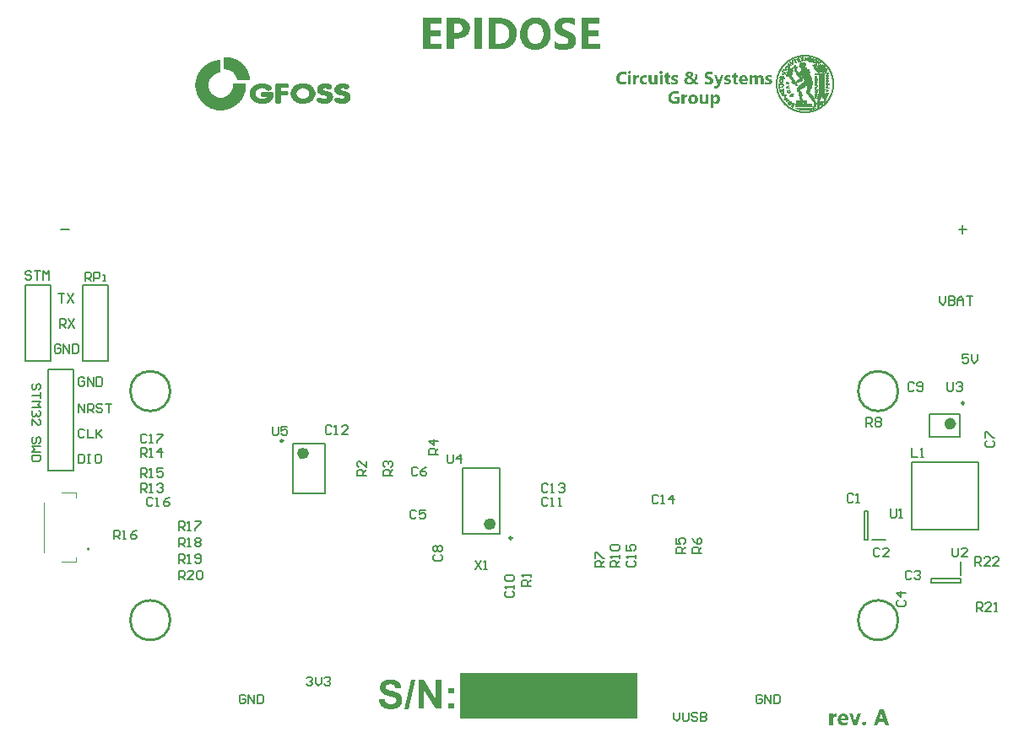
<source format=gto>
G04 Layer_Color=65535*
%FSLAX44Y44*%
%MOMM*%
G71*
G01*
G75*
%ADD24C,0.6000*%
%ADD25C,0.2500*%
%ADD69C,0.1000*%
%ADD70C,0.2000*%
%ADD71C,0.2540*%
%ADD72C,0.0330*%
%ADD73C,0.0127*%
%ADD74C,0.2100*%
%ADD75R,17.7610X4.5870*%
G36*
X664899Y646831D02*
X665010Y646819D01*
X665132Y646797D01*
X665243Y646764D01*
X665343Y646731D01*
Y644178D01*
X665320Y644189D01*
X665254Y644222D01*
X665143Y644266D01*
X665010Y644311D01*
X664832Y644355D01*
X664632Y644400D01*
X664410Y644433D01*
X664166Y644444D01*
X664077D01*
X664022Y644433D01*
X663944Y644422D01*
X663855Y644411D01*
X663655Y644366D01*
X663422Y644277D01*
X663311Y644233D01*
X663189Y644166D01*
X663078Y644089D01*
X662967Y644000D01*
X662856Y643900D01*
X662756Y643778D01*
Y643767D01*
X662734Y643745D01*
X662712Y643711D01*
X662679Y643656D01*
X662634Y643589D01*
X662590Y643512D01*
X662545Y643412D01*
X662501Y643301D01*
X662457Y643179D01*
X662412Y643045D01*
X662368Y642890D01*
X662324Y642735D01*
X662290Y642557D01*
X662268Y642379D01*
X662257Y642180D01*
X662246Y641969D01*
Y637673D01*
X659460D01*
Y646686D01*
X662246D01*
Y645010D01*
X662279D01*
X662290Y645032D01*
X662312Y645088D01*
X662346Y645177D01*
X662412Y645299D01*
X662479Y645432D01*
X662579Y645587D01*
X662690Y645754D01*
X662823Y645931D01*
X662978Y646098D01*
X663145Y646264D01*
X663345Y646420D01*
X663556Y646553D01*
X663800Y646675D01*
X664055Y646764D01*
X664344Y646819D01*
X664654Y646842D01*
X664810D01*
X664899Y646831D01*
D02*
G37*
G36*
X694435Y646886D02*
X694557Y646875D01*
X694702Y646864D01*
X694868Y646831D01*
X695057Y646797D01*
X695257Y646753D01*
X695468Y646686D01*
X695689Y646609D01*
X695923Y646509D01*
X696145Y646386D01*
X696367Y646253D01*
X696577Y646098D01*
X696777Y645909D01*
X696966Y645698D01*
X696977Y645687D01*
X697010Y645643D01*
X697055Y645576D01*
X697110Y645476D01*
X697188Y645354D01*
X697266Y645210D01*
X697354Y645043D01*
X697443Y644844D01*
X697532Y644622D01*
X697621Y644377D01*
X697699Y644111D01*
X697776Y643811D01*
X697832Y643501D01*
X697876Y643167D01*
X697909Y642812D01*
X697921Y642435D01*
Y642424D01*
Y642413D01*
Y642379D01*
Y642335D01*
X697909Y642213D01*
X697898Y642057D01*
X697887Y641869D01*
X697865Y641647D01*
X697832Y641403D01*
X697787Y641136D01*
X697721Y640859D01*
X697654Y640559D01*
X697565Y640259D01*
X697454Y639960D01*
X697321Y639660D01*
X697177Y639360D01*
X697010Y639083D01*
X696811Y638816D01*
X696799Y638805D01*
X696755Y638761D01*
X696700Y638694D01*
X696611Y638605D01*
X696500Y638506D01*
X696367Y638383D01*
X696200Y638261D01*
X696022Y638139D01*
X695823Y638017D01*
X695601Y637895D01*
X695357Y637773D01*
X695090Y637673D01*
X694813Y637584D01*
X694502Y637518D01*
X694191Y637473D01*
X693847Y637462D01*
X693780D01*
X693691Y637473D01*
X693580Y637484D01*
X693447Y637495D01*
X693292Y637529D01*
X693114Y637562D01*
X692926Y637618D01*
X692737Y637684D01*
X692526Y637773D01*
X692326Y637873D01*
X692115Y637995D01*
X691916Y638139D01*
X691727Y638306D01*
X691538Y638494D01*
X691372Y638717D01*
X691338D01*
Y633533D01*
X688552D01*
Y646686D01*
X691338D01*
Y645321D01*
X691372D01*
X691383Y645343D01*
X691416Y645387D01*
X691483Y645465D01*
X691560Y645565D01*
X691671Y645687D01*
X691793Y645820D01*
X691949Y645965D01*
X692126Y646109D01*
X692315Y646253D01*
X692537Y646398D01*
X692770Y646531D01*
X693026Y646653D01*
X693314Y646753D01*
X693614Y646831D01*
X693925Y646875D01*
X694269Y646897D01*
X694346D01*
X694435Y646886D01*
D02*
G37*
G36*
X686221Y637673D02*
X683446D01*
Y639038D01*
X683402D01*
X683391Y639016D01*
X683358Y638972D01*
X683291Y638894D01*
X683213Y638794D01*
X683113Y638672D01*
X682980Y638539D01*
X682836Y638395D01*
X682669Y638250D01*
X682481Y638106D01*
X682281Y637962D01*
X682048Y637828D01*
X681804Y637706D01*
X681537Y637607D01*
X681260Y637529D01*
X680960Y637484D01*
X680649Y637462D01*
X680572D01*
X680516Y637473D01*
X680438D01*
X680361Y637484D01*
X680261Y637507D01*
X680161Y637518D01*
X679917Y637573D01*
X679650Y637662D01*
X679373Y637784D01*
X679084Y637939D01*
X678929Y638028D01*
X678784Y638139D01*
X678640Y638250D01*
X678507Y638383D01*
X678363Y638528D01*
X678241Y638694D01*
X678119Y638861D01*
X677996Y639049D01*
X677896Y639260D01*
X677797Y639482D01*
X677719Y639727D01*
X677641Y639993D01*
X677586Y640270D01*
X677541Y640570D01*
X677519Y640892D01*
X677508Y641236D01*
Y646686D01*
X680283D01*
Y641491D01*
Y641469D01*
Y641414D01*
X680294Y641314D01*
X680305Y641192D01*
X680327Y641048D01*
X680361Y640892D01*
X680405Y640714D01*
X680472Y640537D01*
X680549Y640359D01*
X680649Y640182D01*
X680771Y640026D01*
X680916Y639882D01*
X681093Y639760D01*
X681293Y639660D01*
X681526Y639604D01*
X681659Y639593D01*
X681793Y639582D01*
X681870D01*
X681915Y639593D01*
X681981D01*
X682059Y639616D01*
X682225Y639649D01*
X682414Y639715D01*
X682614Y639804D01*
X682814Y639938D01*
X682903Y640015D01*
X682991Y640104D01*
Y640115D01*
X683014Y640126D01*
X683036Y640160D01*
X683058Y640204D01*
X683102Y640248D01*
X683136Y640315D01*
X683224Y640481D01*
X683302Y640681D01*
X683380Y640925D01*
X683424Y641203D01*
X683446Y641525D01*
Y646686D01*
X686221D01*
Y637673D01*
D02*
G37*
G36*
X545165Y724478D02*
X545748D01*
X546414Y724423D01*
X547164Y724367D01*
X547914Y724312D01*
X548635Y724201D01*
X548719D01*
X548830Y724173D01*
X548969Y724145D01*
X549135Y724118D01*
X549329Y724062D01*
X549801Y723979D01*
X550329Y723840D01*
X550940Y723673D01*
X551550Y723507D01*
X552161Y723285D01*
Y716705D01*
X552133Y716733D01*
X552022Y716788D01*
X551856Y716899D01*
X551634Y717038D01*
X551384Y717177D01*
X551078Y717344D01*
X550773Y717510D01*
X550412Y717677D01*
X550384Y717704D01*
X550246Y717760D01*
X550079Y717815D01*
X549829Y717927D01*
X549552Y718038D01*
X549218Y718149D01*
X548497Y718371D01*
X548441D01*
X548330Y718426D01*
X548136Y718454D01*
X547886Y718537D01*
X547580Y718593D01*
X547247Y718648D01*
X546525Y718759D01*
X546470D01*
X546359Y718787D01*
X546165Y718815D01*
X545942Y718843D01*
X545637D01*
X545332Y718870D01*
X544665Y718898D01*
X544249D01*
X543944Y718870D01*
X543610Y718843D01*
X543250Y718815D01*
X542472Y718676D01*
X542417D01*
X542306Y718648D01*
X542111Y718593D01*
X541889Y718510D01*
X541612Y718426D01*
X541334Y718315D01*
X541056Y718176D01*
X540779Y718010D01*
X540751Y717982D01*
X540668Y717927D01*
X540557Y717843D01*
X540390Y717732D01*
X540057Y717427D01*
X539724Y717010D01*
X539696Y716983D01*
X539668Y716899D01*
X539613Y716788D01*
X539557Y716622D01*
X539474Y716427D01*
X539418Y716205D01*
X539391Y715983D01*
X539363Y715706D01*
Y715678D01*
Y715567D01*
X539391Y715428D01*
X539418Y715234D01*
X539474Y715012D01*
X539529Y714789D01*
X539640Y714540D01*
X539779Y714290D01*
X539807Y714262D01*
X539863Y714179D01*
X539946Y714068D01*
X540085Y713901D01*
X540251Y713735D01*
X540473Y713540D01*
X540695Y713318D01*
X540973Y713096D01*
X541001Y713068D01*
X541112Y713013D01*
X541278Y712902D01*
X541501Y712763D01*
X541778Y712569D01*
X542084Y712402D01*
X542444Y712180D01*
X542833Y711985D01*
X542889Y711958D01*
X543027Y711902D01*
X543250Y711791D01*
X543555Y711652D01*
X543944Y711486D01*
X544360Y711319D01*
X544832Y711097D01*
X545332Y710903D01*
X545359D01*
X545415Y710875D01*
X545526Y710819D01*
X545665Y710764D01*
X545804Y710681D01*
X545998Y710597D01*
X546470Y710403D01*
X546997Y710125D01*
X547553Y709848D01*
X548136Y709542D01*
X548719Y709209D01*
X548746D01*
X548774Y709182D01*
X548857Y709126D01*
X548969Y709043D01*
X549246Y708876D01*
X549607Y708626D01*
X550023Y708321D01*
X550468Y707988D01*
X550912Y707599D01*
X551328Y707183D01*
X551384Y707127D01*
X551495Y706988D01*
X551689Y706766D01*
X551939Y706461D01*
X552217Y706072D01*
X552467Y705628D01*
X552744Y705156D01*
X552966Y704629D01*
Y704601D01*
X552994Y704573D01*
X553022Y704490D01*
X553050Y704379D01*
X553105Y704240D01*
X553161Y704073D01*
X553272Y703657D01*
X553355Y703185D01*
X553466Y702602D01*
X553521Y701963D01*
X553549Y701269D01*
Y701242D01*
Y701158D01*
Y701019D01*
X553521Y700825D01*
Y700603D01*
X553494Y700353D01*
X553466Y700048D01*
X553438Y699715D01*
X553299Y699020D01*
X553133Y698271D01*
X552883Y697549D01*
X552550Y696827D01*
Y696799D01*
X552494Y696744D01*
X552439Y696661D01*
X552355Y696522D01*
X552133Y696217D01*
X551828Y695800D01*
X551439Y695356D01*
X550995Y694856D01*
X550440Y694384D01*
X549829Y693940D01*
X549801D01*
X549746Y693885D01*
X549663Y693829D01*
X549524Y693773D01*
X549357Y693662D01*
X549163Y693551D01*
X548941Y693440D01*
X548691Y693329D01*
X548108Y693079D01*
X547414Y692802D01*
X546664Y692552D01*
X545831Y692358D01*
X545804D01*
X545720Y692330D01*
X545609Y692302D01*
X545443Y692274D01*
X545221Y692246D01*
X544971Y692219D01*
X544693Y692163D01*
X544388Y692135D01*
X544027Y692080D01*
X543666Y692024D01*
X542833Y691969D01*
X541973Y691913D01*
X541029Y691886D01*
X540362D01*
X540085Y691913D01*
X539779D01*
X539418Y691941D01*
X538669Y691997D01*
X537836Y692052D01*
X536948Y692163D01*
X536059Y692302D01*
X536031D01*
X535948Y692330D01*
X535837Y692358D01*
X535671Y692385D01*
X535476Y692413D01*
X535226Y692469D01*
X534976Y692552D01*
X534671Y692635D01*
X534033Y692802D01*
X533366Y693024D01*
X532672Y693301D01*
X532006Y693607D01*
Y700658D01*
X532034Y700631D01*
X532089Y700575D01*
X532200Y700492D01*
X532339Y700409D01*
X532533Y700270D01*
X532728Y700103D01*
X532977Y699937D01*
X533255Y699742D01*
X533866Y699354D01*
X534560Y698965D01*
X535337Y698576D01*
X536170Y698243D01*
X536198D01*
X536281Y698215D01*
X536392Y698160D01*
X536559Y698132D01*
X536753Y698049D01*
X537003Y697993D01*
X537281Y697910D01*
X537586Y697855D01*
X538252Y697688D01*
X539030Y697577D01*
X539835Y697466D01*
X540695Y697438D01*
X540918D01*
X541167Y697466D01*
X541501D01*
X541861Y697494D01*
X542278Y697549D01*
X542667Y697605D01*
X543055Y697688D01*
X543111D01*
X543222Y697743D01*
X543416Y697799D01*
X543638Y697855D01*
X543916Y697965D01*
X544193Y698077D01*
X544471Y698215D01*
X544721Y698354D01*
X544749Y698382D01*
X544832Y698438D01*
X544943Y698521D01*
X545110Y698632D01*
X545415Y698965D01*
X545582Y699131D01*
X545720Y699354D01*
X545748Y699381D01*
X545776Y699465D01*
X545831Y699576D01*
X545887Y699742D01*
X545942Y699909D01*
X545998Y700131D01*
X546054Y700381D01*
Y700631D01*
Y700686D01*
Y700797D01*
X546026Y700964D01*
X545998Y701186D01*
X545915Y701436D01*
X545831Y701713D01*
X545693Y701991D01*
X545526Y702269D01*
X545498Y702296D01*
X545443Y702408D01*
X545304Y702546D01*
X545137Y702713D01*
X544943Y702935D01*
X544693Y703157D01*
X544416Y703407D01*
X544082Y703629D01*
X544055Y703657D01*
X543916Y703740D01*
X543722Y703851D01*
X543472Y704018D01*
X543139Y704184D01*
X542778Y704379D01*
X542361Y704573D01*
X541917Y704795D01*
X541861Y704823D01*
X541695Y704906D01*
X541445Y705017D01*
X541112Y705156D01*
X540723Y705350D01*
X540251Y705545D01*
X539752Y705767D01*
X539224Y705989D01*
X539196Y706017D01*
X539057Y706072D01*
X538863Y706155D01*
X538613Y706266D01*
X538308Y706405D01*
X537947Y706600D01*
X537558Y706794D01*
X537142Y707044D01*
X536226Y707571D01*
X535309Y708210D01*
X534865Y708571D01*
X534449Y708932D01*
X534033Y709320D01*
X533672Y709737D01*
X533644Y709764D01*
X533588Y709848D01*
X533505Y709959D01*
X533394Y710125D01*
X533255Y710348D01*
X533089Y710597D01*
X532950Y710903D01*
X532783Y711236D01*
X532589Y711625D01*
X532450Y712041D01*
X532284Y712485D01*
X532145Y712957D01*
X532034Y713457D01*
X531950Y713984D01*
X531895Y714540D01*
X531867Y715123D01*
Y715150D01*
Y715234D01*
Y715372D01*
X531895Y715539D01*
Y715761D01*
X531923Y716011D01*
X531950Y716289D01*
X532006Y716566D01*
X532117Y717233D01*
X532284Y717954D01*
X532533Y718648D01*
X532867Y719342D01*
Y719370D01*
X532922Y719426D01*
X532977Y719509D01*
X533061Y719648D01*
X533283Y719953D01*
X533588Y720370D01*
X533977Y720842D01*
X534421Y721313D01*
X534949Y721813D01*
X535559Y722258D01*
X535587Y722285D01*
X535643Y722313D01*
X535726Y722368D01*
X535865Y722452D01*
X536031Y722535D01*
X536226Y722646D01*
X536448Y722785D01*
X536698Y722896D01*
X537281Y723174D01*
X537975Y723451D01*
X538724Y723729D01*
X539529Y723951D01*
X539557D01*
X539640Y723979D01*
X539752Y724007D01*
X539918Y724034D01*
X540140Y724090D01*
X540362Y724118D01*
X540668Y724173D01*
X540973Y724229D01*
X541306Y724284D01*
X541667Y724340D01*
X542472Y724423D01*
X543361Y724478D01*
X544277Y724506D01*
X544915D01*
X545165Y724478D01*
D02*
G37*
G36*
X671259Y646886D02*
X671414Y646875D01*
X671603Y646864D01*
X671825Y646831D01*
X672069Y646786D01*
X672324Y646742D01*
X672602Y646675D01*
X672890Y646586D01*
X673190Y646486D01*
X673479Y646364D01*
X673767Y646220D01*
X674045Y646053D01*
X674322Y645854D01*
X674566Y645632D01*
X674578Y645621D01*
X674622Y645576D01*
X674689Y645499D01*
X674766Y645399D01*
X674866Y645276D01*
X674966Y645121D01*
X675088Y644943D01*
X675210Y644744D01*
X675321Y644522D01*
X675443Y644266D01*
X675543Y643989D01*
X675643Y643700D01*
X675721Y643378D01*
X675788Y643045D01*
X675832Y642679D01*
X675843Y642302D01*
Y642291D01*
Y642280D01*
Y642246D01*
Y642202D01*
X675832Y642091D01*
X675821Y641924D01*
X675799Y641736D01*
X675776Y641525D01*
X675732Y641281D01*
X675676Y641014D01*
X675610Y640737D01*
X675521Y640448D01*
X675410Y640148D01*
X675288Y639849D01*
X675133Y639560D01*
X674955Y639272D01*
X674755Y639005D01*
X674522Y638750D01*
X674511Y638739D01*
X674467Y638694D01*
X674389Y638628D01*
X674278Y638550D01*
X674145Y638450D01*
X673989Y638339D01*
X673801Y638228D01*
X673579Y638106D01*
X673335Y637984D01*
X673068Y637873D01*
X672768Y637762D01*
X672458Y637662D01*
X672102Y637584D01*
X671736Y637518D01*
X671348Y637473D01*
X670926Y637462D01*
X670826D01*
X670715Y637473D01*
X670559Y637484D01*
X670360Y637495D01*
X670149Y637529D01*
X669905Y637562D01*
X669638Y637618D01*
X669361Y637684D01*
X669072Y637773D01*
X668772Y637873D01*
X668484Y637995D01*
X668195Y638139D01*
X667907Y638306D01*
X667640Y638494D01*
X667385Y638717D01*
X667374Y638728D01*
X667329Y638772D01*
X667263Y638850D01*
X667185Y638950D01*
X667085Y639072D01*
X666974Y639227D01*
X666863Y639405D01*
X666741Y639616D01*
X666619Y639849D01*
X666508Y640104D01*
X666397Y640381D01*
X666297Y640692D01*
X666219Y641014D01*
X666153Y641369D01*
X666108Y641736D01*
X666097Y642135D01*
Y642146D01*
Y642157D01*
Y642191D01*
Y642235D01*
X666108Y642346D01*
X666120Y642502D01*
X666142Y642690D01*
X666164Y642912D01*
X666208Y643156D01*
X666264Y643412D01*
X666330Y643689D01*
X666419Y643978D01*
X666530Y644266D01*
X666664Y644555D01*
X666808Y644844D01*
X666985Y645121D01*
X667196Y645387D01*
X667429Y645632D01*
X667440Y645643D01*
X667496Y645687D01*
X667574Y645754D01*
X667674Y645832D01*
X667807Y645920D01*
X667973Y646031D01*
X668162Y646142D01*
X668384Y646264D01*
X668628Y646386D01*
X668906Y646497D01*
X669205Y646609D01*
X669527Y646697D01*
X669871Y646786D01*
X670238Y646842D01*
X670637Y646886D01*
X671048Y646897D01*
X671148D01*
X671259Y646886D01*
D02*
G37*
G36*
X653477Y650493D02*
X653654D01*
X653865Y650471D01*
X654087Y650460D01*
X654343Y650438D01*
X654609Y650405D01*
X654887Y650371D01*
X655486Y650271D01*
X655786Y650205D01*
X656096Y650138D01*
X656396Y650049D01*
X656685Y649949D01*
Y647274D01*
X656674Y647286D01*
X656618Y647308D01*
X656541Y647352D01*
X656418Y647408D01*
X656285Y647474D01*
X656108Y647541D01*
X655908Y647618D01*
X655686Y647707D01*
X655442Y647785D01*
X655164Y647863D01*
X654875Y647929D01*
X654565Y647996D01*
X654221Y648051D01*
X653865Y648096D01*
X653499Y648118D01*
X653111Y648129D01*
X653033D01*
X652944Y648118D01*
X652811Y648107D01*
X652667Y648096D01*
X652489Y648074D01*
X652300Y648029D01*
X652089Y647985D01*
X651856Y647929D01*
X651623Y647852D01*
X651390Y647752D01*
X651146Y647641D01*
X650902Y647507D01*
X650669Y647352D01*
X650436Y647175D01*
X650225Y646975D01*
X650214Y646964D01*
X650180Y646919D01*
X650125Y646853D01*
X650047Y646764D01*
X649969Y646653D01*
X649870Y646509D01*
X649770Y646353D01*
X649670Y646164D01*
X649570Y645954D01*
X649470Y645721D01*
X649370Y645476D01*
X649292Y645199D01*
X649215Y644910D01*
X649159Y644599D01*
X649126Y644266D01*
X649115Y643911D01*
Y643889D01*
Y643822D01*
X649126Y643723D01*
Y643589D01*
X649148Y643423D01*
X649170Y643234D01*
X649203Y643023D01*
X649237Y642801D01*
X649292Y642568D01*
X649359Y642313D01*
X649437Y642069D01*
X649537Y641813D01*
X649648Y641569D01*
X649781Y641325D01*
X649936Y641103D01*
X650114Y640892D01*
X650125Y640881D01*
X650158Y640848D01*
X650214Y640792D01*
X650291Y640726D01*
X650402Y640648D01*
X650524Y640559D01*
X650658Y640459D01*
X650824Y640370D01*
X651013Y640270D01*
X651213Y640171D01*
X651435Y640082D01*
X651679Y640004D01*
X651934Y639938D01*
X652212Y639882D01*
X652500Y639849D01*
X652811Y639838D01*
X652977D01*
X653066Y639849D01*
X653166D01*
X653277Y639860D01*
X653399Y639871D01*
X653654Y639904D01*
X653921Y639960D01*
X654187Y640026D01*
X654432Y640126D01*
Y642590D01*
X651901D01*
Y644855D01*
X657273D01*
Y638517D01*
X657251Y638506D01*
X657184Y638472D01*
X657084Y638417D01*
X656940Y638350D01*
X656762Y638273D01*
X656541Y638184D01*
X656285Y638084D01*
X656008Y637995D01*
X655686Y637895D01*
X655342Y637795D01*
X654964Y637706D01*
X654554Y637629D01*
X654121Y637562D01*
X653666Y637507D01*
X653177Y637473D01*
X652678Y637462D01*
X652544D01*
X652467Y637473D01*
X652389D01*
X652289Y637484D01*
X652178D01*
X652056Y637495D01*
X651923Y637518D01*
X651623Y637551D01*
X651290Y637607D01*
X650935Y637673D01*
X650558Y637762D01*
X650169Y637873D01*
X649770Y638006D01*
X649370Y638173D01*
X648970Y638361D01*
X648582Y638583D01*
X648216Y638839D01*
X647871Y639138D01*
X647849Y639160D01*
X647794Y639216D01*
X647705Y639316D01*
X647594Y639449D01*
X647461Y639616D01*
X647317Y639827D01*
X647161Y640071D01*
X646995Y640348D01*
X646828Y640659D01*
X646673Y641003D01*
X646528Y641392D01*
X646395Y641802D01*
X646284Y642246D01*
X646196Y642723D01*
X646140Y643234D01*
X646118Y643778D01*
Y643789D01*
Y643811D01*
Y643856D01*
Y643911D01*
X646129Y643978D01*
Y644067D01*
X646140Y644166D01*
X646151Y644277D01*
X646162Y644389D01*
X646173Y644522D01*
X646218Y644821D01*
X646284Y645143D01*
X646362Y645499D01*
X646462Y645876D01*
X646584Y646264D01*
X646739Y646675D01*
X646928Y647075D01*
X647150Y647485D01*
X647405Y647885D01*
X647705Y648262D01*
X647860Y648451D01*
X648038Y648629D01*
X648049Y648640D01*
X648060Y648651D01*
X648127Y648706D01*
X648238Y648806D01*
X648393Y648917D01*
X648582Y649062D01*
X648815Y649228D01*
X649081Y649395D01*
X649392Y649572D01*
X649747Y649739D01*
X650125Y649916D01*
X650547Y650072D01*
X651002Y650216D01*
X651490Y650327D01*
X652012Y650427D01*
X652567Y650482D01*
X653144Y650505D01*
X653344D01*
X653477Y650493D01*
D02*
G37*
G36*
X667568Y670078D02*
X667646D01*
X667846Y670067D01*
X668079Y670033D01*
X668323Y670000D01*
X668589Y669945D01*
X668845Y669878D01*
X668856D01*
X668878Y669867D01*
X668911Y669856D01*
X668956Y669845D01*
X669089Y669800D01*
X669244Y669734D01*
X669422Y669656D01*
X669622Y669556D01*
X669810Y669445D01*
X669999Y669312D01*
X670010D01*
X670021Y669301D01*
X670077Y669245D01*
X670165Y669168D01*
X670276Y669068D01*
X670399Y668946D01*
X670521Y668801D01*
X670643Y668635D01*
X670743Y668446D01*
X670754Y668424D01*
X670787Y668357D01*
X670831Y668258D01*
X670876Y668124D01*
X670920Y667958D01*
X670965Y667769D01*
X670998Y667558D01*
X671009Y667336D01*
Y667325D01*
Y667292D01*
Y667236D01*
X670998Y667170D01*
X670987Y667092D01*
X670976Y666992D01*
X670965Y666881D01*
X670931Y666759D01*
X670865Y666493D01*
X670765Y666204D01*
X670698Y666060D01*
X670621Y665916D01*
X670521Y665771D01*
X670421Y665638D01*
X670410Y665627D01*
X670399Y665605D01*
X670365Y665571D01*
X670310Y665516D01*
X670254Y665460D01*
X670188Y665394D01*
X670099Y665316D01*
X669999Y665227D01*
X669888Y665138D01*
X669766Y665050D01*
X669633Y664950D01*
X669488Y664850D01*
X669322Y664750D01*
X669155Y664661D01*
X668978Y664572D01*
X668778Y664484D01*
X668800Y664473D01*
X668856Y664450D01*
X668933Y664406D01*
X669033Y664350D01*
X669166Y664284D01*
X669300Y664217D01*
X669588Y664040D01*
X669611Y664028D01*
X669655Y663995D01*
X669733Y663951D01*
X669833Y663873D01*
X669943Y663795D01*
X670066Y663696D01*
X670210Y663596D01*
X670343Y663474D01*
X670365Y663462D01*
X670410Y663418D01*
X670476Y663351D01*
X670576Y663263D01*
X670676Y663163D01*
X670798Y663041D01*
X670931Y662896D01*
X671065Y662752D01*
X671076Y662730D01*
X671131Y662685D01*
X671198Y662597D01*
X671286Y662486D01*
X671386Y662352D01*
X671508Y662197D01*
X671631Y662030D01*
X671764Y661842D01*
X671775Y661853D01*
X671797Y661886D01*
X671830Y661931D01*
X671886Y661997D01*
X671941Y662086D01*
X672008Y662186D01*
X672086Y662297D01*
X672163Y662419D01*
X672252Y662552D01*
X672330Y662708D01*
X672507Y663029D01*
X672663Y663385D01*
X672796Y663762D01*
Y663773D01*
X672807Y663807D01*
X672829Y663862D01*
X672840Y663940D01*
X672874Y664040D01*
X672896Y664151D01*
X672918Y664273D01*
X672952Y664417D01*
X672985Y664572D01*
X673007Y664739D01*
X673063Y665105D01*
X673096Y665494D01*
X673107Y665904D01*
Y665916D01*
Y665960D01*
Y666027D01*
Y666115D01*
X673096Y666204D01*
X673085Y666315D01*
X673063Y666548D01*
Y666559D01*
X673051Y666604D01*
Y666659D01*
X673040Y666737D01*
X673018Y666826D01*
X672996Y666914D01*
X672940Y667114D01*
X675305D01*
Y667103D01*
X675327Y667070D01*
X675338Y667014D01*
X675360Y666948D01*
X675382Y666859D01*
X675405Y666770D01*
X675449Y666570D01*
Y666559D01*
X675460Y666526D01*
Y666470D01*
X675471Y666393D01*
X675482Y666304D01*
Y666193D01*
X675493Y666082D01*
Y665949D01*
Y665938D01*
Y665916D01*
Y665860D01*
Y665805D01*
Y665727D01*
X675482Y665638D01*
Y665538D01*
X675471Y665416D01*
X675449Y665172D01*
X675416Y664883D01*
X675371Y664584D01*
X675316Y664284D01*
Y664273D01*
X675305Y664250D01*
X675294Y664206D01*
X675283Y664151D01*
X675260Y664073D01*
X675238Y663984D01*
X675216Y663895D01*
X675183Y663784D01*
X675116Y663551D01*
X675027Y663285D01*
X674927Y663007D01*
X674805Y662730D01*
Y662719D01*
X674794Y662697D01*
X674772Y662663D01*
X674750Y662608D01*
X674716Y662541D01*
X674683Y662463D01*
X674583Y662286D01*
X674472Y662064D01*
X674339Y661831D01*
X674184Y661587D01*
X674017Y661331D01*
Y661320D01*
X673995Y661298D01*
X673973Y661265D01*
X673939Y661220D01*
X673839Y661098D01*
X673717Y660932D01*
X673573Y660743D01*
X673395Y660532D01*
X673207Y660321D01*
X673007Y660099D01*
X673029Y660077D01*
X673085Y660022D01*
X673162Y659944D01*
X673273Y659844D01*
X673407Y659733D01*
X673551Y659622D01*
X673717Y659511D01*
X673884Y659411D01*
X673906Y659400D01*
X673962Y659378D01*
X674050Y659333D01*
X674173Y659289D01*
X674306Y659245D01*
X674450Y659200D01*
X674594Y659178D01*
X674750Y659167D01*
X674905D01*
X675016Y659178D01*
X675149Y659189D01*
X675294Y659200D01*
X675449Y659222D01*
X675615Y659256D01*
X675638D01*
X675693Y659278D01*
X675771Y659300D01*
X675882Y659322D01*
X675993Y659367D01*
X676126Y659411D01*
X676259Y659466D01*
X676381Y659522D01*
Y657424D01*
X676359Y657413D01*
X676304Y657391D01*
X676204Y657369D01*
X676082Y657324D01*
X675937Y657280D01*
X675771Y657235D01*
X675427Y657158D01*
X675405D01*
X675349Y657147D01*
X675249Y657124D01*
X675116Y657113D01*
X674961Y657091D01*
X674783Y657069D01*
X674583Y657058D01*
X674295D01*
X674206Y657069D01*
X674084D01*
X673951Y657091D01*
X673806Y657113D01*
X673640Y657135D01*
X673484Y657180D01*
X673462D01*
X673418Y657202D01*
X673340Y657224D01*
X673229Y657258D01*
X673107Y657313D01*
X672974Y657357D01*
X672696Y657502D01*
X672685Y657513D01*
X672630Y657546D01*
X672563Y657591D01*
X672474Y657646D01*
X672363Y657724D01*
X672241Y657802D01*
X671986Y658001D01*
X671975Y658012D01*
X671930Y658057D01*
X671864Y658112D01*
X671786Y658190D01*
X671686Y658279D01*
X671575Y658379D01*
X671353Y658612D01*
X671342Y658601D01*
X671298Y658567D01*
X671231Y658512D01*
X671131Y658445D01*
X671020Y658368D01*
X670887Y658279D01*
X670743Y658179D01*
X670576Y658068D01*
X670554Y658057D01*
X670499Y658024D01*
X670399Y657968D01*
X670276Y657901D01*
X670121Y657824D01*
X669955Y657735D01*
X669755Y657646D01*
X669544Y657557D01*
X669533D01*
X669522Y657546D01*
X669488Y657535D01*
X669444Y657524D01*
X669322Y657480D01*
X669166Y657435D01*
X668978Y657369D01*
X668767Y657313D01*
X668523Y657258D01*
X668267Y657202D01*
X668256D01*
X668234Y657191D01*
X668201D01*
X668145Y657180D01*
X668079Y657169D01*
X668001Y657158D01*
X667823Y657135D01*
X667601Y657102D01*
X667346Y657080D01*
X667069Y657069D01*
X666780Y657058D01*
X666602D01*
X666514Y657069D01*
X666403D01*
X666292Y657080D01*
X666158Y657091D01*
X665859Y657113D01*
X665537Y657158D01*
X665204Y657224D01*
X664871Y657302D01*
X664860D01*
X664838Y657313D01*
X664782Y657324D01*
X664727Y657346D01*
X664649Y657369D01*
X664560Y657402D01*
X664349Y657491D01*
X664116Y657591D01*
X663861Y657713D01*
X663605Y657868D01*
X663361Y658035D01*
X663350Y658046D01*
X663339Y658057D01*
X663306Y658090D01*
X663261Y658123D01*
X663139Y658223D01*
X663006Y658368D01*
X662840Y658545D01*
X662673Y658756D01*
X662518Y658989D01*
X662373Y659245D01*
Y659256D01*
X662362Y659278D01*
X662340Y659322D01*
X662318Y659378D01*
X662296Y659444D01*
X662262Y659522D01*
X662229Y659622D01*
X662196Y659722D01*
X662129Y659966D01*
X662074Y660255D01*
X662029Y660565D01*
X662018Y660909D01*
Y660920D01*
Y660943D01*
Y660987D01*
Y661031D01*
X662029Y661098D01*
Y661176D01*
X662051Y661365D01*
X662085Y661564D01*
X662129Y661786D01*
X662196Y662019D01*
X662285Y662241D01*
Y662253D01*
X662296Y662264D01*
X662318Y662297D01*
X662329Y662341D01*
X662396Y662452D01*
X662473Y662597D01*
X662573Y662752D01*
X662695Y662930D01*
X662829Y663107D01*
X662984Y663274D01*
X663006Y663296D01*
X663062Y663351D01*
X663150Y663429D01*
X663272Y663540D01*
X663417Y663651D01*
X663583Y663784D01*
X663761Y663906D01*
X663961Y664028D01*
X663972D01*
X663983Y664040D01*
X664016Y664062D01*
X664050Y664084D01*
X664161Y664139D01*
X664305Y664217D01*
X664471Y664295D01*
X664660Y664395D01*
X664860Y664484D01*
X665071Y664561D01*
X665060Y664572D01*
X665026Y664595D01*
X664971Y664639D01*
X664904Y664706D01*
X664827Y664772D01*
X664727Y664861D01*
X664527Y665050D01*
X664516Y665061D01*
X664482Y665094D01*
X664427Y665150D01*
X664360Y665227D01*
X664283Y665316D01*
X664205Y665416D01*
X664027Y665649D01*
X664016Y665660D01*
X663994Y665705D01*
X663950Y665771D01*
X663894Y665860D01*
X663839Y665971D01*
X663783Y666093D01*
X663717Y666226D01*
X663661Y666370D01*
Y666393D01*
X663639Y666437D01*
X663617Y666515D01*
X663594Y666615D01*
X663572Y666737D01*
X663550Y666881D01*
X663539Y667037D01*
X663528Y667192D01*
Y667203D01*
Y667225D01*
Y667259D01*
Y667303D01*
X663539Y667370D01*
Y667436D01*
X663561Y667603D01*
X663594Y667791D01*
X663650Y668002D01*
X663717Y668213D01*
X663805Y668413D01*
Y668424D01*
X663816Y668435D01*
X663861Y668502D01*
X663927Y668602D01*
X664016Y668735D01*
X664127Y668879D01*
X664260Y669023D01*
X664416Y669179D01*
X664593Y669323D01*
X664604D01*
X664616Y669345D01*
X664682Y669390D01*
X664793Y669456D01*
X664938Y669534D01*
X665115Y669623D01*
X665315Y669723D01*
X665548Y669811D01*
X665803Y669889D01*
X665814D01*
X665836Y669900D01*
X665870Y669911D01*
X665925Y669922D01*
X665992Y669934D01*
X666070Y669956D01*
X666158Y669967D01*
X666269Y669989D01*
X666491Y670022D01*
X666758Y670056D01*
X667046Y670078D01*
X667357Y670089D01*
X667490D01*
X667568Y670078D01*
D02*
G37*
G36*
X608428Y657258D02*
X605642D01*
Y666271D01*
X608428D01*
Y657258D01*
D02*
G37*
G36*
X721724Y666470D02*
X721857Y666459D01*
X722024Y666448D01*
X722212Y666415D01*
X722423Y666382D01*
X722656Y666337D01*
X722889Y666271D01*
X723145Y666193D01*
X723389Y666104D01*
X723644Y665982D01*
X723900Y665849D01*
X724133Y665694D01*
X724366Y665516D01*
X724577Y665305D01*
X724588Y665294D01*
X724621Y665249D01*
X724677Y665183D01*
X724743Y665094D01*
X724832Y664972D01*
X724921Y664828D01*
X725021Y664661D01*
X725121Y664473D01*
X725220Y664262D01*
X725320Y664017D01*
X725409Y663762D01*
X725498Y663485D01*
X725565Y663174D01*
X725620Y662852D01*
X725653Y662508D01*
X725665Y662141D01*
Y660965D01*
X719782D01*
Y660943D01*
X719793Y660876D01*
X719815Y660787D01*
X719837Y660654D01*
X719882Y660510D01*
X719948Y660343D01*
X720037Y660166D01*
X720137Y659988D01*
X720281Y659799D01*
X720448Y659622D01*
X720647Y659455D01*
X720880Y659311D01*
X721158Y659178D01*
X721313Y659134D01*
X721480Y659089D01*
X721657Y659045D01*
X721846Y659023D01*
X722046Y659011D01*
X722257Y659000D01*
X722401D01*
X722512Y659011D01*
X722634Y659023D01*
X722790Y659034D01*
X722956Y659056D01*
X723145Y659089D01*
X723345Y659122D01*
X723544Y659178D01*
X723766Y659233D01*
X723988Y659300D01*
X724210Y659378D01*
X724432Y659478D01*
X724654Y659589D01*
X724865Y659711D01*
Y657702D01*
X724854Y657691D01*
X724810Y657668D01*
X724743Y657646D01*
X724643Y657602D01*
X724521Y657546D01*
X724366Y657491D01*
X724188Y657435D01*
X723999Y657380D01*
X723777Y657313D01*
X723533Y657258D01*
X723267Y657202D01*
X722978Y657147D01*
X722667Y657102D01*
X722335Y657080D01*
X721990Y657058D01*
X721624Y657047D01*
X721524D01*
X721413Y657058D01*
X721269Y657069D01*
X721080Y657080D01*
X720869Y657113D01*
X720636Y657147D01*
X720381Y657202D01*
X720115Y657258D01*
X719837Y657335D01*
X719548Y657435D01*
X719271Y657557D01*
X718994Y657691D01*
X718716Y657846D01*
X718461Y658035D01*
X718228Y658245D01*
X718216Y658257D01*
X718172Y658301D01*
X718117Y658368D01*
X718039Y658467D01*
X717950Y658590D01*
X717850Y658745D01*
X717739Y658923D01*
X717628Y659122D01*
X717517Y659344D01*
X717406Y659600D01*
X717306Y659877D01*
X717217Y660177D01*
X717140Y660510D01*
X717084Y660854D01*
X717040Y661220D01*
X717029Y661620D01*
Y661631D01*
Y661642D01*
Y661675D01*
Y661720D01*
X717040Y661831D01*
X717051Y661986D01*
X717073Y662175D01*
X717095Y662397D01*
X717140Y662641D01*
X717195Y662907D01*
X717262Y663185D01*
X717351Y663474D01*
X717451Y663773D01*
X717573Y664062D01*
X717728Y664361D01*
X717895Y664639D01*
X718094Y664917D01*
X718327Y665172D01*
X718339Y665183D01*
X718383Y665227D01*
X718461Y665294D01*
X718561Y665372D01*
X718683Y665471D01*
X718838Y665583D01*
X719016Y665705D01*
X719215Y665827D01*
X719437Y665949D01*
X719682Y666071D01*
X719948Y666182D01*
X720226Y666282D01*
X720525Y666359D01*
X720847Y666426D01*
X721180Y666470D01*
X721535Y666481D01*
X721624D01*
X721724Y666470D01*
D02*
G37*
G36*
X646034Y666271D02*
X648066D01*
Y664217D01*
X646034D01*
Y660565D01*
Y660554D01*
Y660510D01*
X646046Y660432D01*
X646057Y660343D01*
X646068Y660244D01*
X646090Y660121D01*
X646123Y659999D01*
X646179Y659866D01*
X646234Y659733D01*
X646312Y659611D01*
X646401Y659489D01*
X646512Y659389D01*
X646634Y659300D01*
X646789Y659222D01*
X646956Y659178D01*
X647156Y659167D01*
X647233D01*
X647322Y659178D01*
X647433Y659200D01*
X647577Y659233D01*
X647733Y659278D01*
X647888Y659333D01*
X648066Y659422D01*
Y657357D01*
X648055D01*
X648033Y657346D01*
X647999Y657324D01*
X647955Y657313D01*
X647888Y657291D01*
X647799Y657258D01*
X647711Y657235D01*
X647600Y657202D01*
X647477Y657169D01*
X647344Y657147D01*
X647189Y657124D01*
X647022Y657091D01*
X646845Y657080D01*
X646645Y657058D01*
X646434Y657047D01*
X646134D01*
X646090Y657058D01*
X646023D01*
X645946Y657069D01*
X645757Y657091D01*
X645535Y657135D01*
X645280Y657202D01*
X645013Y657302D01*
X644747Y657424D01*
X644469Y657591D01*
X644336Y657679D01*
X644203Y657790D01*
X644070Y657901D01*
X643948Y658035D01*
X643837Y658179D01*
X643726Y658334D01*
X643637Y658501D01*
X643537Y658678D01*
X643459Y658878D01*
X643393Y659089D01*
X643348Y659311D01*
X643304Y659555D01*
X643282Y659811D01*
X643271Y660088D01*
Y664217D01*
X641805D01*
Y666271D01*
X643271D01*
Y668213D01*
X646034Y669001D01*
Y666271D01*
D02*
G37*
G36*
X713965D02*
X715996D01*
Y664217D01*
X713965D01*
Y660565D01*
Y660554D01*
Y660510D01*
X713976Y660432D01*
X713988Y660343D01*
X713999Y660244D01*
X714021Y660121D01*
X714054Y659999D01*
X714110Y659866D01*
X714165Y659733D01*
X714243Y659611D01*
X714332Y659489D01*
X714443Y659389D01*
X714565Y659300D01*
X714720Y659222D01*
X714887Y659178D01*
X715086Y659167D01*
X715164D01*
X715253Y659178D01*
X715364Y659200D01*
X715508Y659233D01*
X715664Y659278D01*
X715819Y659333D01*
X715996Y659422D01*
Y657357D01*
X715985D01*
X715963Y657346D01*
X715930Y657324D01*
X715885Y657313D01*
X715819Y657291D01*
X715730Y657258D01*
X715641Y657235D01*
X715530Y657202D01*
X715408Y657169D01*
X715275Y657147D01*
X715120Y657124D01*
X714953Y657091D01*
X714776Y657080D01*
X714576Y657058D01*
X714365Y657047D01*
X714065D01*
X714021Y657058D01*
X713954D01*
X713876Y657069D01*
X713688Y657091D01*
X713466Y657135D01*
X713211Y657202D01*
X712944Y657302D01*
X712678Y657424D01*
X712400Y657591D01*
X712267Y657679D01*
X712134Y657790D01*
X712001Y657901D01*
X711879Y658035D01*
X711768Y658179D01*
X711656Y658334D01*
X711568Y658501D01*
X711468Y658678D01*
X711390Y658878D01*
X711323Y659089D01*
X711279Y659311D01*
X711235Y659555D01*
X711212Y659811D01*
X711201Y660088D01*
Y664217D01*
X709736D01*
Y666271D01*
X711201D01*
Y668213D01*
X713965Y669001D01*
Y666271D01*
D02*
G37*
G36*
X430896Y45851D02*
X425376D01*
Y51371D01*
X430896D01*
Y45851D01*
D02*
G37*
G36*
X367849Y59764D02*
X368016D01*
X368224Y59743D01*
X368683Y59722D01*
X369203Y59660D01*
X369766Y59577D01*
X370390Y59493D01*
X371036Y59368D01*
X371703Y59202D01*
X372390Y59014D01*
X373077Y58785D01*
X373723Y58494D01*
X374369Y58181D01*
X374952Y57806D01*
X375493Y57390D01*
X375535Y57369D01*
X375618Y57286D01*
X375743Y57140D01*
X375931Y56952D01*
X376139Y56723D01*
X376368Y56432D01*
X376618Y56098D01*
X376889Y55703D01*
X377160Y55286D01*
X377410Y54807D01*
X377659Y54286D01*
X377868Y53724D01*
X378076Y53120D01*
X378222Y52474D01*
X378326Y51787D01*
X378388Y51058D01*
X372577Y50808D01*
Y50829D01*
X372556Y50912D01*
X372536Y51016D01*
X372494Y51162D01*
X372452Y51350D01*
X372390Y51558D01*
X372327Y51787D01*
X372244Y52037D01*
X372015Y52558D01*
X371744Y53078D01*
X371390Y53578D01*
X371203Y53807D01*
X370974Y53995D01*
X370953Y54016D01*
X370911Y54036D01*
X370849Y54078D01*
X370745Y54141D01*
X370620Y54224D01*
X370453Y54307D01*
X370266Y54391D01*
X370057Y54495D01*
X369807Y54578D01*
X369537Y54661D01*
X369224Y54745D01*
X368891Y54828D01*
X368537Y54890D01*
X368162Y54932D01*
X367724Y54974D01*
X367037D01*
X366870Y54953D01*
X366662Y54932D01*
X366412Y54911D01*
X366142Y54890D01*
X365829Y54849D01*
X365204Y54724D01*
X364538Y54536D01*
X364204Y54411D01*
X363892Y54266D01*
X363601Y54099D01*
X363309Y53911D01*
X363267Y53891D01*
X363163Y53787D01*
X363017Y53641D01*
X362851Y53432D01*
X362684Y53183D01*
X362538Y52891D01*
X362434Y52537D01*
X362413Y52349D01*
X362393Y52141D01*
Y52120D01*
Y52099D01*
X362413Y51975D01*
X362434Y51787D01*
X362497Y51537D01*
X362601Y51266D01*
X362747Y50975D01*
X362955Y50683D01*
X363246Y50392D01*
X363267D01*
X363309Y50350D01*
X363371Y50308D01*
X363496Y50225D01*
X363642Y50142D01*
X363830Y50037D01*
X364059Y49933D01*
X364329Y49808D01*
X364663Y49663D01*
X365038Y49517D01*
X365475Y49350D01*
X365975Y49184D01*
X366537Y48996D01*
X367141Y48829D01*
X367849Y48642D01*
X368599Y48455D01*
X368620D01*
X368641Y48434D01*
X368703D01*
X368787Y48413D01*
X368995Y48350D01*
X369286Y48288D01*
X369641Y48184D01*
X370057Y48080D01*
X370495Y47955D01*
X370974Y47830D01*
X371474Y47663D01*
X371994Y47517D01*
X373036Y47163D01*
X373535Y46976D01*
X374015Y46768D01*
X374473Y46580D01*
X374868Y46372D01*
X374889Y46351D01*
X374952Y46330D01*
X375056Y46268D01*
X375202Y46184D01*
X375368Y46059D01*
X375577Y45934D01*
X375785Y45789D01*
X376035Y45601D01*
X376285Y45414D01*
X376535Y45185D01*
X376805Y44956D01*
X377076Y44685D01*
X377597Y44102D01*
X377826Y43768D01*
X378055Y43435D01*
X378076Y43414D01*
X378097Y43352D01*
X378159Y43248D01*
X378243Y43102D01*
X378326Y42914D01*
X378430Y42706D01*
X378534Y42456D01*
X378638Y42165D01*
X378742Y41852D01*
X378847Y41498D01*
X378951Y41123D01*
X379034Y40727D01*
X379117Y40290D01*
X379180Y39832D01*
X379201Y39353D01*
X379221Y38853D01*
Y38832D01*
Y38749D01*
Y38603D01*
X379201Y38436D01*
X379180Y38207D01*
X379138Y37957D01*
X379096Y37666D01*
X379055Y37353D01*
X378972Y36999D01*
X378888Y36624D01*
X378763Y36249D01*
X378638Y35854D01*
X378472Y35437D01*
X378284Y35020D01*
X378076Y34625D01*
X377826Y34208D01*
X377805Y34187D01*
X377763Y34125D01*
X377680Y34000D01*
X377576Y33854D01*
X377430Y33688D01*
X377264Y33479D01*
X377055Y33250D01*
X376826Y33000D01*
X376555Y32750D01*
X376264Y32480D01*
X375951Y32209D01*
X375597Y31959D01*
X375223Y31688D01*
X374827Y31438D01*
X374389Y31209D01*
X373931Y31001D01*
X373910Y30980D01*
X373827Y30959D01*
X373681Y30897D01*
X373473Y30834D01*
X373244Y30751D01*
X372952Y30668D01*
X372598Y30584D01*
X372223Y30480D01*
X371786Y30376D01*
X371307Y30292D01*
X370786Y30209D01*
X370245Y30126D01*
X369661Y30063D01*
X369037Y30001D01*
X368370Y29980D01*
X367683Y29959D01*
X367308D01*
X367162Y29980D01*
X366975D01*
X366787Y30001D01*
X366329Y30043D01*
X365787Y30084D01*
X365204Y30168D01*
X364579Y30272D01*
X363913Y30417D01*
X363226Y30584D01*
X362517Y30772D01*
X361830Y31021D01*
X361143Y31313D01*
X360476Y31646D01*
X359851Y32042D01*
X359268Y32480D01*
X359227Y32500D01*
X359143Y32604D01*
X358997Y32750D01*
X358810Y32959D01*
X358581Y33208D01*
X358310Y33542D01*
X358039Y33917D01*
X357748Y34354D01*
X357435Y34833D01*
X357144Y35395D01*
X356852Y35999D01*
X356581Y36645D01*
X356311Y37374D01*
X356102Y38145D01*
X355915Y38978D01*
X355790Y39853D01*
X361455Y40394D01*
Y40353D01*
X361476Y40269D01*
X361518Y40123D01*
X361559Y39936D01*
X361622Y39686D01*
X361705Y39415D01*
X361788Y39124D01*
X361893Y38811D01*
X362184Y38124D01*
X362351Y37770D01*
X362538Y37416D01*
X362747Y37083D01*
X362976Y36770D01*
X363246Y36479D01*
X363517Y36208D01*
X363538Y36187D01*
X363601Y36145D01*
X363684Y36083D01*
X363809Y35999D01*
X363955Y35895D01*
X364163Y35791D01*
X364371Y35666D01*
X364642Y35541D01*
X364913Y35416D01*
X365246Y35291D01*
X365579Y35187D01*
X365954Y35083D01*
X366371Y35000D01*
X366808Y34937D01*
X367266Y34896D01*
X367745Y34875D01*
X368016D01*
X368204Y34896D01*
X368433Y34916D01*
X368703Y34937D01*
X369016Y34979D01*
X369328Y35020D01*
X370015Y35166D01*
X370370Y35270D01*
X370724Y35375D01*
X371057Y35520D01*
X371390Y35666D01*
X371703Y35854D01*
X371973Y36062D01*
X371994Y36083D01*
X372036Y36124D01*
X372098Y36187D01*
X372202Y36270D01*
X372307Y36395D01*
X372432Y36520D01*
X372556Y36687D01*
X372702Y36853D01*
X372952Y37270D01*
X373181Y37728D01*
X373285Y37999D01*
X373348Y38249D01*
X373390Y38540D01*
X373410Y38832D01*
Y38853D01*
Y38874D01*
Y38999D01*
X373390Y39186D01*
X373327Y39436D01*
X373265Y39707D01*
X373161Y39998D01*
X373015Y40290D01*
X372807Y40561D01*
X372786Y40602D01*
X372682Y40686D01*
X372536Y40811D01*
X372327Y40998D01*
X372036Y41186D01*
X371661Y41415D01*
X371223Y41623D01*
X370974Y41727D01*
X370703Y41831D01*
X370682D01*
X370661Y41852D01*
X370578Y41873D01*
X370495Y41894D01*
X370349Y41935D01*
X370182Y41998D01*
X369974Y42060D01*
X369745Y42123D01*
X369453Y42206D01*
X369120Y42290D01*
X368745Y42394D01*
X368308Y42519D01*
X367829Y42644D01*
X367287Y42769D01*
X366683Y42914D01*
X366037Y43081D01*
X366017D01*
X365975Y43102D01*
X365912D01*
X365829Y43143D01*
X365725Y43164D01*
X365600Y43206D01*
X365288Y43289D01*
X364892Y43393D01*
X364454Y43539D01*
X363975Y43706D01*
X363475Y43872D01*
X362934Y44081D01*
X362393Y44289D01*
X361830Y44518D01*
X361309Y44768D01*
X360789Y45039D01*
X360310Y45330D01*
X359872Y45622D01*
X359477Y45934D01*
X359456Y45955D01*
X359372Y46038D01*
X359227Y46184D01*
X359060Y46351D01*
X358872Y46580D01*
X358643Y46872D01*
X358394Y47184D01*
X358164Y47559D01*
X357914Y47955D01*
X357664Y48392D01*
X357435Y48871D01*
X357248Y49371D01*
X357081Y49913D01*
X356936Y50496D01*
X356852Y51100D01*
X356831Y51725D01*
Y51745D01*
Y51829D01*
Y51933D01*
X356852Y52099D01*
X356873Y52287D01*
X356894Y52516D01*
X356936Y52787D01*
X356977Y53078D01*
X357061Y53370D01*
X357123Y53703D01*
X357227Y54036D01*
X357352Y54391D01*
X357498Y54765D01*
X357664Y55120D01*
X357852Y55494D01*
X358060Y55848D01*
X358081Y55869D01*
X358123Y55932D01*
X358185Y56036D01*
X358289Y56161D01*
X358414Y56328D01*
X358581Y56515D01*
X358768Y56702D01*
X358977Y56932D01*
X359227Y57161D01*
X359497Y57411D01*
X359789Y57640D01*
X360101Y57890D01*
X360456Y58119D01*
X360830Y58348D01*
X361226Y58577D01*
X361664Y58764D01*
X361684Y58785D01*
X361768Y58806D01*
X361913Y58869D01*
X362080Y58931D01*
X362309Y58994D01*
X362580Y59098D01*
X362892Y59181D01*
X363246Y59285D01*
X363642Y59368D01*
X364080Y59473D01*
X364538Y59556D01*
X365038Y59618D01*
X365579Y59702D01*
X366142Y59743D01*
X366725Y59764D01*
X367329Y59785D01*
X367704D01*
X367849Y59764D01*
D02*
G37*
G36*
X418212Y30480D02*
X412380D01*
X400737Y49350D01*
Y30480D01*
X395342D01*
Y59306D01*
X400987D01*
X412817Y39998D01*
Y59306D01*
X418212D01*
Y30480D01*
D02*
G37*
G36*
X385178Y29980D02*
X381096D01*
X388240Y59785D01*
X392406D01*
X385178Y29980D01*
D02*
G37*
G36*
X430896Y30480D02*
X425376D01*
Y35999D01*
X430896D01*
Y30480D01*
D02*
G37*
G36*
X513600Y724478D02*
X513794D01*
X514016Y724451D01*
X514266D01*
X514821Y724367D01*
X515487Y724284D01*
X516237Y724145D01*
X517042Y723951D01*
X517875Y723729D01*
X518763Y723423D01*
X519679Y723063D01*
X520596Y722646D01*
X521512Y722119D01*
X522400Y721536D01*
X523261Y720842D01*
X524066Y720064D01*
X524121Y720009D01*
X524232Y719870D01*
X524454Y719620D01*
X524704Y719259D01*
X525037Y718815D01*
X525371Y718288D01*
X525759Y717677D01*
X526148Y716955D01*
X526537Y716150D01*
X526925Y715289D01*
X527258Y714317D01*
X527592Y713290D01*
X527841Y712180D01*
X528064Y710986D01*
X528175Y709737D01*
X528230Y708404D01*
Y708376D01*
Y708321D01*
Y708210D01*
Y708071D01*
X528202Y707904D01*
Y707682D01*
X528175Y707432D01*
Y707183D01*
X528147Y706877D01*
X528091Y706544D01*
X528008Y705822D01*
X527869Y704989D01*
X527703Y704129D01*
X527453Y703185D01*
X527175Y702213D01*
X526814Y701214D01*
X526398Y700214D01*
X525898Y699215D01*
X525343Y698243D01*
X524649Y697299D01*
X523899Y696411D01*
X523844Y696355D01*
X523705Y696217D01*
X523455Y695994D01*
X523122Y695717D01*
X522678Y695356D01*
X522178Y694967D01*
X521567Y694578D01*
X520873Y694162D01*
X520096Y693718D01*
X519263Y693329D01*
X518319Y692941D01*
X517320Y692607D01*
X516265Y692302D01*
X515126Y692080D01*
X513905Y691941D01*
X512628Y691886D01*
X512322D01*
X512156Y691913D01*
X511962D01*
X511767Y691941D01*
X511517Y691969D01*
X510934Y692024D01*
X510268Y692108D01*
X509519Y692246D01*
X508713Y692441D01*
X507853Y692663D01*
X506964Y692968D01*
X506048Y693301D01*
X505104Y693746D01*
X504188Y694245D01*
X503272Y694828D01*
X502411Y695495D01*
X501578Y696272D01*
X501523Y696328D01*
X501384Y696466D01*
X501190Y696716D01*
X500912Y697077D01*
X500579Y697521D01*
X500218Y698049D01*
X499829Y698660D01*
X499441Y699354D01*
X499052Y700159D01*
X498663Y701019D01*
X498302Y701963D01*
X497969Y702990D01*
X497692Y704073D01*
X497497Y705239D01*
X497359Y706461D01*
X497303Y707766D01*
Y707793D01*
Y707849D01*
Y707960D01*
Y708099D01*
X497331Y708265D01*
Y708487D01*
X497359Y708737D01*
Y709015D01*
X497414Y709320D01*
X497442Y709653D01*
X497525Y710375D01*
X497664Y711208D01*
X497858Y712096D01*
X498080Y713040D01*
X498358Y714012D01*
X498719Y715012D01*
X499135Y716039D01*
X499635Y717038D01*
X500218Y718038D01*
X500884Y718981D01*
X501634Y719870D01*
X501689Y719925D01*
X501828Y720064D01*
X502078Y720286D01*
X502439Y720592D01*
X502855Y720953D01*
X503383Y721341D01*
X503994Y721758D01*
X504716Y722202D01*
X505493Y722618D01*
X506354Y723035D01*
X507298Y723423D01*
X508325Y723784D01*
X509407Y724090D01*
X510573Y724312D01*
X511823Y724451D01*
X513128Y724506D01*
X513433D01*
X513600Y724478D01*
D02*
G37*
G36*
X477953Y723951D02*
X478341Y723923D01*
X478786Y723868D01*
X479285Y723812D01*
X479868Y723729D01*
X480479Y723646D01*
X481146Y723507D01*
X481839Y723340D01*
X482561Y723174D01*
X483311Y722952D01*
X484088Y722702D01*
X484866Y722396D01*
X485643Y722063D01*
X486420Y721674D01*
X487225Y721230D01*
X487975Y720758D01*
X488725Y720231D01*
X489446Y719620D01*
X490140Y718981D01*
X490807Y718260D01*
X491418Y717482D01*
X492001Y716622D01*
X492500Y715706D01*
X492944Y714734D01*
X493333Y713651D01*
X493638Y712513D01*
X493861Y711291D01*
X493999Y709959D01*
X494055Y708571D01*
Y708543D01*
Y708487D01*
Y708376D01*
Y708238D01*
X494027Y708071D01*
Y707877D01*
X493999Y707627D01*
X493972Y707349D01*
X493944Y707044D01*
X493916Y706738D01*
X493805Y706017D01*
X493666Y705211D01*
X493472Y704351D01*
X493250Y703435D01*
X492944Y702463D01*
X492556Y701491D01*
X492112Y700492D01*
X491612Y699520D01*
X490973Y698576D01*
X490279Y697660D01*
X489474Y696799D01*
X489419Y696744D01*
X489252Y696605D01*
X489002Y696383D01*
X488641Y696105D01*
X488169Y695772D01*
X487614Y695411D01*
X486976Y695023D01*
X486226Y694606D01*
X485393Y694190D01*
X484477Y693801D01*
X483478Y693440D01*
X482367Y693107D01*
X481201Y692830D01*
X479952Y692607D01*
X478619Y692469D01*
X477231Y692413D01*
X466071D01*
Y723979D01*
X477648D01*
X477953Y723951D01*
D02*
G37*
G36*
X576925Y718176D02*
X565848D01*
Y711153D01*
X576175D01*
Y705378D01*
X565848D01*
Y698160D01*
X577675D01*
Y692413D01*
X558741D01*
Y723979D01*
X576925D01*
Y718176D01*
D02*
G37*
G36*
X458880Y692413D02*
X451773D01*
Y723979D01*
X458880D01*
Y692413D01*
D02*
G37*
G36*
X418264Y718176D02*
X407187D01*
Y711153D01*
X417514D01*
Y705378D01*
X407187D01*
Y698160D01*
X419014D01*
Y692413D01*
X400080D01*
Y723979D01*
X418264D01*
Y718176D01*
D02*
G37*
G36*
X435727Y723951D02*
X435976D01*
X436310Y723923D01*
X436670Y723868D01*
X437059Y723812D01*
X437503Y723757D01*
X437975Y723673D01*
X438975Y723451D01*
X440057Y723146D01*
X440613Y722952D01*
X441168Y722729D01*
X441723Y722480D01*
X442278Y722174D01*
X442834Y721869D01*
X443361Y721508D01*
X443889Y721119D01*
X444361Y720703D01*
X444832Y720231D01*
X445277Y719731D01*
X445665Y719176D01*
X446026Y718565D01*
X446359Y717927D01*
X446637Y717233D01*
X446831Y716483D01*
X446998Y715678D01*
X447109Y714817D01*
X447137Y713901D01*
Y713846D01*
Y713679D01*
X447109Y713457D01*
X447081Y713124D01*
X447026Y712707D01*
X446942Y712235D01*
X446859Y711736D01*
X446720Y711153D01*
X446526Y710570D01*
X446304Y709931D01*
X446026Y709293D01*
X445693Y708654D01*
X445304Y708015D01*
X444832Y707377D01*
X444305Y706794D01*
X443694Y706211D01*
X443666Y706183D01*
X443528Y706072D01*
X443333Y705933D01*
X443083Y705739D01*
X442723Y705517D01*
X442306Y705267D01*
X441834Y705017D01*
X441279Y704740D01*
X440640Y704462D01*
X439974Y704212D01*
X439225Y703962D01*
X438392Y703740D01*
X437531Y703546D01*
X436587Y703407D01*
X435616Y703296D01*
X434561Y703268D01*
X431174D01*
Y692413D01*
X424066D01*
Y723979D01*
X435504D01*
X435727Y723951D01*
D02*
G37*
G36*
X640274Y657258D02*
X637488D01*
Y666271D01*
X640274D01*
Y657258D01*
D02*
G37*
G36*
X867500Y14009D02*
X863631D01*
X862507Y17503D01*
X856905D01*
X855795Y14009D01*
X851940D01*
X857681Y29777D01*
X861897D01*
X867500Y14009D01*
D02*
G37*
G36*
X842745Y17337D02*
X842897Y17323D01*
X843105Y17281D01*
X843341Y17226D01*
X843577Y17129D01*
X843827Y17004D01*
X844048Y16838D01*
X844076Y16810D01*
X844132Y16754D01*
X844229Y16644D01*
X844340Y16491D01*
X844437Y16311D01*
X844534Y16089D01*
X844589Y15825D01*
X844617Y15548D01*
Y15534D01*
Y15506D01*
Y15465D01*
X844603Y15409D01*
X844589Y15271D01*
X844548Y15090D01*
X844478Y14882D01*
X844368Y14660D01*
X844229Y14438D01*
X844035Y14244D01*
X844007Y14217D01*
X843924Y14161D01*
X843799Y14092D01*
X843632Y13995D01*
X843410Y13898D01*
X843161Y13828D01*
X842870Y13773D01*
X842537Y13745D01*
X842454D01*
X842398Y13759D01*
X842232Y13773D01*
X842038Y13814D01*
X841802Y13870D01*
X841566Y13967D01*
X841330Y14092D01*
X841095Y14258D01*
X841067Y14286D01*
X841011Y14355D01*
X840914Y14466D01*
X840817Y14619D01*
X840706Y14799D01*
X840609Y15021D01*
X840554Y15271D01*
X840526Y15548D01*
Y15562D01*
Y15589D01*
Y15631D01*
X840540Y15687D01*
X840554Y15825D01*
X840595Y16006D01*
X840665Y16214D01*
X840776Y16422D01*
X840914Y16644D01*
X841108Y16838D01*
X841122D01*
X841136Y16865D01*
X841219Y16921D01*
X841344Y17004D01*
X841524Y17101D01*
X841732Y17184D01*
X841982Y17268D01*
X842273Y17323D01*
X842592Y17351D01*
X842675D01*
X842745Y17337D01*
D02*
G37*
G36*
X835311Y14009D02*
X831359D01*
X827365Y25270D01*
X831081D01*
X833037Y18321D01*
Y18308D01*
X833051Y18266D01*
X833065Y18211D01*
X833092Y18127D01*
X833120Y18030D01*
X833148Y17905D01*
X833176Y17781D01*
X833217Y17628D01*
X833273Y17323D01*
X833342Y16976D01*
X833398Y16644D01*
X833425Y16324D01*
X833467D01*
Y16338D01*
Y16366D01*
X833481Y16408D01*
Y16463D01*
X833495Y16546D01*
X833509Y16630D01*
X833522Y16740D01*
X833550Y16852D01*
X833592Y17143D01*
X833661Y17462D01*
X833758Y17836D01*
X833869Y18252D01*
X835866Y25270D01*
X839500D01*
X835311Y14009D01*
D02*
G37*
G36*
X738807Y666470D02*
X738873D01*
X738951Y666459D01*
X739140Y666426D01*
X739362Y666370D01*
X739617Y666293D01*
X739883Y666182D01*
X740161Y666027D01*
X740294Y665938D01*
X740427Y665838D01*
X740560Y665727D01*
X740694Y665594D01*
X740827Y665460D01*
X740949Y665305D01*
X741060Y665138D01*
X741171Y664961D01*
X741271Y664761D01*
X741360Y664539D01*
X741437Y664306D01*
X741504Y664062D01*
X741548Y663784D01*
X741593Y663496D01*
X741615Y663196D01*
X741626Y662863D01*
Y657258D01*
X738862D01*
Y662397D01*
Y662408D01*
Y662419D01*
Y662486D01*
X738851Y662574D01*
X738840Y662708D01*
X738818Y662852D01*
X738784Y663018D01*
X738740Y663196D01*
X738684Y663374D01*
X738607Y663551D01*
X738507Y663729D01*
X738396Y663895D01*
X738252Y664051D01*
X738085Y664173D01*
X737896Y664262D01*
X737674Y664328D01*
X737552Y664350D01*
X737353D01*
X737308Y664339D01*
X737175Y664317D01*
X737020Y664273D01*
X736842Y664206D01*
X736653Y664106D01*
X736564Y664040D01*
X736476Y663962D01*
X736387Y663862D01*
X736298Y663762D01*
Y663751D01*
X736276Y663740D01*
X736254Y663707D01*
X736232Y663662D01*
X736198Y663596D01*
X736165Y663529D01*
X736121Y663451D01*
X736087Y663363D01*
X735998Y663152D01*
X735932Y662896D01*
X735887Y662608D01*
X735865Y662297D01*
Y657258D01*
X733079D01*
Y662441D01*
Y662452D01*
Y662463D01*
Y662519D01*
X733068Y662619D01*
X733057Y662741D01*
X733035Y662885D01*
X733001Y663041D01*
X732957Y663218D01*
X732902Y663396D01*
X732824Y663573D01*
X732735Y663751D01*
X732624Y663906D01*
X732480Y664051D01*
X732324Y664173D01*
X732136Y664273D01*
X731914Y664328D01*
X731803Y664350D01*
X731603D01*
X731547Y664339D01*
X731414Y664317D01*
X731259Y664284D01*
X731070Y664217D01*
X730881Y664117D01*
X730793Y664051D01*
X730693Y663973D01*
X730604Y663884D01*
X730526Y663784D01*
Y663773D01*
X730504Y663762D01*
X730493Y663729D01*
X730460Y663684D01*
X730426Y663629D01*
X730393Y663562D01*
X730360Y663474D01*
X730315Y663385D01*
X730271Y663285D01*
X730238Y663174D01*
X730171Y662907D01*
X730127Y662608D01*
X730104Y662264D01*
Y657258D01*
X727318D01*
Y666271D01*
X730104D01*
Y664861D01*
X730138D01*
Y664872D01*
X730160Y664894D01*
X730182Y664928D01*
X730215Y664983D01*
X730315Y665116D01*
X730449Y665283D01*
X730626Y665460D01*
X730826Y665660D01*
X731070Y665849D01*
X731348Y666027D01*
X731359D01*
X731381Y666049D01*
X731425Y666071D01*
X731481Y666093D01*
X731559Y666137D01*
X731647Y666171D01*
X731736Y666215D01*
X731847Y666260D01*
X732102Y666337D01*
X732391Y666415D01*
X732713Y666459D01*
X733046Y666481D01*
X733135D01*
X733223Y666470D01*
X733357Y666459D01*
X733512Y666426D01*
X733690Y666393D01*
X733878Y666337D01*
X734089Y666271D01*
X734300Y666182D01*
X734522Y666071D01*
X734744Y665938D01*
X734955Y665771D01*
X735155Y665583D01*
X735355Y665360D01*
X735521Y665105D01*
X735665Y664806D01*
X735676Y664828D01*
X735710Y664883D01*
X735776Y664961D01*
X735854Y665072D01*
X735965Y665194D01*
X736098Y665338D01*
X736254Y665483D01*
X736431Y665649D01*
X736631Y665805D01*
X736853Y665949D01*
X737097Y666093D01*
X737375Y666215D01*
X737663Y666326D01*
X737985Y666415D01*
X738318Y666459D01*
X738684Y666481D01*
X738762D01*
X738807Y666470D01*
D02*
G37*
G36*
X821790Y25519D02*
X821956Y25505D01*
X822164Y25491D01*
X822400Y25450D01*
X822663Y25408D01*
X822955Y25353D01*
X823246Y25270D01*
X823565Y25173D01*
X823870Y25062D01*
X824189Y24909D01*
X824508Y24743D01*
X824799Y24548D01*
X825090Y24327D01*
X825354Y24063D01*
X825368Y24049D01*
X825409Y23994D01*
X825479Y23911D01*
X825562Y23800D01*
X825673Y23647D01*
X825784Y23467D01*
X825909Y23259D01*
X826033Y23023D01*
X826158Y22759D01*
X826283Y22454D01*
X826394Y22135D01*
X826505Y21789D01*
X826588Y21400D01*
X826657Y20998D01*
X826699Y20568D01*
X826713Y20111D01*
Y18641D01*
X819363D01*
Y18613D01*
X819377Y18530D01*
X819404Y18419D01*
X819432Y18252D01*
X819488Y18072D01*
X819571Y17864D01*
X819682Y17642D01*
X819807Y17420D01*
X819987Y17184D01*
X820195Y16962D01*
X820444Y16754D01*
X820736Y16574D01*
X821082Y16408D01*
X821277Y16352D01*
X821485Y16297D01*
X821706Y16241D01*
X821942Y16214D01*
X822192Y16200D01*
X822455Y16186D01*
X822636D01*
X822774Y16200D01*
X822927Y16214D01*
X823121Y16227D01*
X823329Y16255D01*
X823565Y16297D01*
X823814Y16338D01*
X824064Y16408D01*
X824342Y16477D01*
X824619Y16560D01*
X824896Y16657D01*
X825174Y16782D01*
X825451Y16921D01*
X825714Y17073D01*
Y14563D01*
X825701Y14549D01*
X825645Y14522D01*
X825562Y14494D01*
X825437Y14438D01*
X825285Y14369D01*
X825090Y14300D01*
X824868Y14230D01*
X824633Y14161D01*
X824355Y14078D01*
X824050Y14009D01*
X823717Y13939D01*
X823357Y13870D01*
X822969Y13814D01*
X822552Y13787D01*
X822122Y13759D01*
X821665Y13745D01*
X821540D01*
X821401Y13759D01*
X821221Y13773D01*
X820985Y13787D01*
X820722Y13828D01*
X820431Y13870D01*
X820112Y13939D01*
X819779Y14009D01*
X819432Y14105D01*
X819072Y14230D01*
X818725Y14383D01*
X818378Y14549D01*
X818031Y14743D01*
X817712Y14979D01*
X817421Y15243D01*
X817407Y15257D01*
X817352Y15312D01*
X817282Y15395D01*
X817185Y15520D01*
X817074Y15673D01*
X816950Y15867D01*
X816811Y16089D01*
X816672Y16338D01*
X816534Y16616D01*
X816395Y16935D01*
X816270Y17281D01*
X816159Y17656D01*
X816062Y18072D01*
X815993Y18502D01*
X815937Y18959D01*
X815923Y19459D01*
Y19473D01*
Y19487D01*
Y19528D01*
Y19584D01*
X815937Y19722D01*
X815951Y19916D01*
X815979Y20152D01*
X816007Y20429D01*
X816062Y20735D01*
X816131Y21068D01*
X816215Y21414D01*
X816326Y21775D01*
X816450Y22149D01*
X816603Y22510D01*
X816797Y22884D01*
X817005Y23231D01*
X817255Y23578D01*
X817546Y23897D01*
X817560Y23911D01*
X817615Y23966D01*
X817712Y24049D01*
X817837Y24146D01*
X817990Y24271D01*
X818184Y24410D01*
X818406Y24562D01*
X818655Y24715D01*
X818933Y24867D01*
X819238Y25020D01*
X819571Y25159D01*
X819918Y25284D01*
X820292Y25380D01*
X820694Y25464D01*
X821110Y25519D01*
X821554Y25533D01*
X821665D01*
X821790Y25519D01*
D02*
G37*
G36*
X687770Y670078D02*
X688003D01*
X688269Y670056D01*
X688569Y670033D01*
X688869Y670011D01*
X689157Y669967D01*
X689191D01*
X689235Y669956D01*
X689290Y669945D01*
X689357Y669934D01*
X689435Y669911D01*
X689623Y669878D01*
X689834Y669823D01*
X690079Y669756D01*
X690323Y669689D01*
X690567Y669601D01*
Y666970D01*
X690556Y666981D01*
X690511Y667003D01*
X690445Y667048D01*
X690356Y667103D01*
X690256Y667159D01*
X690134Y667225D01*
X690012Y667292D01*
X689868Y667358D01*
X689856Y667370D01*
X689801Y667392D01*
X689734Y667414D01*
X689634Y667458D01*
X689523Y667503D01*
X689390Y667547D01*
X689102Y667636D01*
X689080D01*
X689035Y667658D01*
X688957Y667669D01*
X688857Y667702D01*
X688735Y667725D01*
X688602Y667747D01*
X688314Y667791D01*
X688291D01*
X688247Y667802D01*
X688169Y667813D01*
X688081Y667825D01*
X687958D01*
X687836Y667836D01*
X687570Y667847D01*
X687403D01*
X687281Y667836D01*
X687148Y667825D01*
X687004Y667813D01*
X686693Y667758D01*
X686671D01*
X686627Y667747D01*
X686549Y667725D01*
X686460Y667691D01*
X686349Y667658D01*
X686238Y667614D01*
X686127Y667558D01*
X686016Y667492D01*
X686005Y667480D01*
X685972Y667458D01*
X685927Y667425D01*
X685861Y667381D01*
X685727Y667259D01*
X685594Y667092D01*
X685583Y667081D01*
X685572Y667048D01*
X685550Y667003D01*
X685528Y666937D01*
X685494Y666859D01*
X685472Y666770D01*
X685461Y666681D01*
X685450Y666570D01*
Y666559D01*
Y666515D01*
X685461Y666459D01*
X685472Y666382D01*
X685494Y666293D01*
X685517Y666204D01*
X685561Y666104D01*
X685616Y666004D01*
X685628Y665993D01*
X685650Y665960D01*
X685683Y665916D01*
X685739Y665849D01*
X685805Y665782D01*
X685894Y665705D01*
X685983Y665616D01*
X686094Y665527D01*
X686105Y665516D01*
X686149Y665494D01*
X686216Y665449D01*
X686305Y665394D01*
X686416Y665316D01*
X686538Y665249D01*
X686682Y665161D01*
X686837Y665083D01*
X686860Y665072D01*
X686915Y665050D01*
X687004Y665005D01*
X687126Y664950D01*
X687281Y664883D01*
X687448Y664817D01*
X687636Y664728D01*
X687836Y664650D01*
X687847D01*
X687870Y664639D01*
X687914Y664617D01*
X687970Y664595D01*
X688025Y664561D01*
X688103Y664528D01*
X688291Y664450D01*
X688502Y664339D01*
X688724Y664228D01*
X688957Y664106D01*
X689191Y663973D01*
X689202D01*
X689213Y663962D01*
X689246Y663940D01*
X689290Y663906D01*
X689401Y663840D01*
X689546Y663740D01*
X689712Y663618D01*
X689890Y663485D01*
X690067Y663329D01*
X690234Y663163D01*
X690256Y663140D01*
X690301Y663085D01*
X690378Y662996D01*
X690478Y662874D01*
X690589Y662719D01*
X690689Y662541D01*
X690800Y662352D01*
X690889Y662141D01*
Y662130D01*
X690900Y662119D01*
X690911Y662086D01*
X690922Y662042D01*
X690944Y661986D01*
X690966Y661919D01*
X691011Y661753D01*
X691044Y661564D01*
X691089Y661331D01*
X691111Y661076D01*
X691122Y660798D01*
Y660787D01*
Y660754D01*
Y660699D01*
X691111Y660621D01*
Y660532D01*
X691100Y660432D01*
X691089Y660310D01*
X691077Y660177D01*
X691022Y659899D01*
X690955Y659600D01*
X690855Y659311D01*
X690722Y659023D01*
Y659011D01*
X690700Y658989D01*
X690678Y658956D01*
X690645Y658900D01*
X690556Y658778D01*
X690434Y658612D01*
X690278Y658434D01*
X690101Y658234D01*
X689879Y658046D01*
X689634Y657868D01*
X689623D01*
X689601Y657846D01*
X689568Y657824D01*
X689512Y657802D01*
X689446Y657757D01*
X689368Y657713D01*
X689279Y657668D01*
X689179Y657624D01*
X688946Y657524D01*
X688669Y657413D01*
X688369Y657313D01*
X688036Y657235D01*
X688025D01*
X687992Y657224D01*
X687947Y657213D01*
X687881Y657202D01*
X687792Y657191D01*
X687692Y657180D01*
X687581Y657158D01*
X687459Y657147D01*
X687315Y657124D01*
X687170Y657102D01*
X686837Y657080D01*
X686493Y657058D01*
X686116Y657047D01*
X685850D01*
X685739Y657058D01*
X685616D01*
X685472Y657069D01*
X685172Y657091D01*
X684839Y657113D01*
X684484Y657158D01*
X684129Y657213D01*
X684118D01*
X684085Y657224D01*
X684040Y657235D01*
X683974Y657246D01*
X683896Y657258D01*
X683796Y657280D01*
X683696Y657313D01*
X683574Y657346D01*
X683319Y657413D01*
X683052Y657502D01*
X682775Y657613D01*
X682508Y657735D01*
Y660554D01*
X682520Y660543D01*
X682542Y660521D01*
X682586Y660488D01*
X682642Y660454D01*
X682719Y660399D01*
X682797Y660332D01*
X682897Y660266D01*
X683008Y660188D01*
X683252Y660033D01*
X683530Y659877D01*
X683840Y659722D01*
X684173Y659589D01*
X684184D01*
X684218Y659577D01*
X684262Y659555D01*
X684329Y659544D01*
X684407Y659511D01*
X684506Y659489D01*
X684617Y659455D01*
X684740Y659433D01*
X685006Y659367D01*
X685317Y659322D01*
X685639Y659278D01*
X685983Y659267D01*
X686071D01*
X686171Y659278D01*
X686305D01*
X686449Y659289D01*
X686615Y659311D01*
X686771Y659333D01*
X686926Y659367D01*
X686948D01*
X686993Y659389D01*
X687070Y659411D01*
X687159Y659433D01*
X687270Y659478D01*
X687381Y659522D01*
X687492Y659577D01*
X687592Y659633D01*
X687603Y659644D01*
X687636Y659666D01*
X687681Y659700D01*
X687747Y659744D01*
X687870Y659877D01*
X687936Y659944D01*
X687992Y660033D01*
X688003Y660044D01*
X688014Y660077D01*
X688036Y660121D01*
X688058Y660188D01*
X688081Y660255D01*
X688103Y660343D01*
X688125Y660443D01*
Y660543D01*
Y660565D01*
Y660610D01*
X688114Y660676D01*
X688103Y660765D01*
X688069Y660865D01*
X688036Y660976D01*
X687981Y661087D01*
X687914Y661198D01*
X687903Y661209D01*
X687881Y661254D01*
X687825Y661309D01*
X687759Y661376D01*
X687681Y661464D01*
X687581Y661553D01*
X687470Y661653D01*
X687337Y661742D01*
X687326Y661753D01*
X687270Y661786D01*
X687193Y661831D01*
X687093Y661897D01*
X686960Y661964D01*
X686815Y662042D01*
X686649Y662119D01*
X686471Y662208D01*
X686449Y662219D01*
X686382Y662253D01*
X686282Y662297D01*
X686149Y662352D01*
X685994Y662430D01*
X685805Y662508D01*
X685605Y662597D01*
X685394Y662685D01*
X685383Y662697D01*
X685328Y662719D01*
X685250Y662752D01*
X685150Y662796D01*
X685028Y662852D01*
X684884Y662930D01*
X684728Y663007D01*
X684562Y663107D01*
X684196Y663318D01*
X683829Y663573D01*
X683652Y663718D01*
X683485Y663862D01*
X683319Y664017D01*
X683174Y664184D01*
X683163Y664195D01*
X683141Y664228D01*
X683108Y664273D01*
X683063Y664339D01*
X683008Y664428D01*
X682941Y664528D01*
X682886Y664650D01*
X682819Y664783D01*
X682741Y664939D01*
X682686Y665105D01*
X682619Y665283D01*
X682564Y665471D01*
X682520Y665671D01*
X682486Y665882D01*
X682464Y666104D01*
X682453Y666337D01*
Y666348D01*
Y666382D01*
Y666437D01*
X682464Y666504D01*
Y666592D01*
X682475Y666692D01*
X682486Y666803D01*
X682508Y666914D01*
X682553Y667181D01*
X682619Y667469D01*
X682719Y667747D01*
X682852Y668024D01*
Y668036D01*
X682875Y668058D01*
X682897Y668091D01*
X682930Y668147D01*
X683019Y668269D01*
X683141Y668435D01*
X683297Y668624D01*
X683474Y668812D01*
X683685Y669012D01*
X683929Y669190D01*
X683940Y669201D01*
X683962Y669212D01*
X683996Y669234D01*
X684051Y669268D01*
X684118Y669301D01*
X684196Y669345D01*
X684284Y669401D01*
X684384Y669445D01*
X684617Y669556D01*
X684895Y669667D01*
X685195Y669778D01*
X685517Y669867D01*
X685528D01*
X685561Y669878D01*
X685605Y669889D01*
X685672Y669900D01*
X685761Y669922D01*
X685850Y669934D01*
X685972Y669956D01*
X686094Y669978D01*
X686227Y670000D01*
X686371Y670022D01*
X686693Y670056D01*
X687048Y670078D01*
X687415Y670089D01*
X687670D01*
X687770Y670078D01*
D02*
G37*
G36*
X607174Y670544D02*
X607296Y670533D01*
X607463Y670511D01*
X607651Y670455D01*
X607840Y670389D01*
X608029Y670289D01*
X608206Y670156D01*
X608229Y670133D01*
X608273Y670089D01*
X608351Y670000D01*
X608428Y669878D01*
X608506Y669734D01*
X608584Y669556D01*
X608628Y669356D01*
X608650Y669134D01*
Y669123D01*
Y669112D01*
Y669079D01*
X608639Y669035D01*
X608628Y668912D01*
X608595Y668768D01*
X608539Y668602D01*
X608462Y668424D01*
X608351Y668258D01*
X608206Y668091D01*
X608184Y668069D01*
X608129Y668024D01*
X608029Y667969D01*
X607896Y667891D01*
X607729Y667813D01*
X607529Y667758D01*
X607307Y667714D01*
X607052Y667691D01*
X606985D01*
X606930Y667702D01*
X606808Y667714D01*
X606641Y667747D01*
X606464Y667791D01*
X606264Y667869D01*
X606075Y667969D01*
X605898Y668102D01*
X605875Y668124D01*
X605831Y668180D01*
X605753Y668269D01*
X605676Y668391D01*
X605598Y668535D01*
X605520Y668713D01*
X605476Y668912D01*
X605454Y669134D01*
Y669146D01*
Y669168D01*
Y669190D01*
X605465Y669234D01*
X605476Y669356D01*
X605509Y669501D01*
X605565Y669656D01*
X605642Y669823D01*
X605753Y670000D01*
X605898Y670156D01*
X605920Y670178D01*
X605975Y670222D01*
X606075Y670278D01*
X606208Y670355D01*
X606375Y670433D01*
X606575Y670489D01*
X606797Y670533D01*
X607052Y670555D01*
X607119D01*
X607174Y670544D01*
D02*
G37*
G36*
X639019D02*
X639142Y670533D01*
X639308Y670511D01*
X639497Y670455D01*
X639685Y670389D01*
X639874Y670289D01*
X640052Y670156D01*
X640074Y670133D01*
X640118Y670089D01*
X640196Y670000D01*
X640274Y669878D01*
X640351Y669734D01*
X640429Y669556D01*
X640473Y669356D01*
X640496Y669134D01*
Y669123D01*
Y669112D01*
Y669079D01*
X640485Y669035D01*
X640473Y668912D01*
X640440Y668768D01*
X640385Y668602D01*
X640307Y668424D01*
X640196Y668258D01*
X640052Y668091D01*
X640030Y668069D01*
X639974Y668024D01*
X639874Y667969D01*
X639741Y667891D01*
X639574Y667813D01*
X639375Y667758D01*
X639153Y667714D01*
X638897Y667691D01*
X638831D01*
X638775Y667702D01*
X638653Y667714D01*
X638487Y667747D01*
X638309Y667791D01*
X638109Y667869D01*
X637920Y667969D01*
X637743Y668102D01*
X637721Y668124D01*
X637676Y668180D01*
X637599Y668269D01*
X637521Y668391D01*
X637443Y668535D01*
X637366Y668713D01*
X637321Y668912D01*
X637299Y669134D01*
Y669146D01*
Y669168D01*
Y669190D01*
X637310Y669234D01*
X637321Y669356D01*
X637355Y669501D01*
X637410Y669656D01*
X637488Y669823D01*
X637599Y670000D01*
X637743Y670156D01*
X637765Y670178D01*
X637821Y670222D01*
X637920Y670278D01*
X638054Y670355D01*
X638220Y670433D01*
X638420Y670489D01*
X638642Y670533D01*
X638897Y670555D01*
X638964D01*
X639019Y670544D01*
D02*
G37*
G36*
X600914Y670078D02*
X601069D01*
X601258Y670067D01*
X601469Y670056D01*
X601691Y670033D01*
X601924Y670011D01*
X602179Y669978D01*
X602701Y669889D01*
X603223Y669778D01*
X603478Y669700D01*
X603722Y669623D01*
Y666881D01*
X603711Y666892D01*
X603667Y666914D01*
X603600Y666948D01*
X603500Y667003D01*
X603378Y667059D01*
X603234Y667125D01*
X603067Y667192D01*
X602890Y667259D01*
X602679Y667325D01*
X602457Y667403D01*
X602224Y667458D01*
X601968Y667514D01*
X601702Y667569D01*
X601424Y667603D01*
X601136Y667625D01*
X600836Y667636D01*
X600758D01*
X600670Y667625D01*
X600536Y667614D01*
X600392Y667603D01*
X600215Y667580D01*
X600015Y667547D01*
X599804Y667492D01*
X599582Y667436D01*
X599349Y667358D01*
X599116Y667270D01*
X598871Y667159D01*
X598627Y667037D01*
X598394Y666881D01*
X598172Y666715D01*
X597961Y666515D01*
X597950Y666504D01*
X597917Y666459D01*
X597861Y666404D01*
X597795Y666315D01*
X597706Y666204D01*
X597617Y666060D01*
X597517Y665904D01*
X597417Y665727D01*
X597318Y665516D01*
X597218Y665294D01*
X597129Y665039D01*
X597040Y664772D01*
X596973Y664484D01*
X596918Y664173D01*
X596885Y663840D01*
X596874Y663496D01*
Y663474D01*
Y663418D01*
X596885Y663318D01*
Y663196D01*
X596907Y663041D01*
X596929Y662863D01*
X596962Y662663D01*
X597007Y662441D01*
X597051Y662219D01*
X597118Y661975D01*
X597206Y661731D01*
X597306Y661487D01*
X597417Y661254D01*
X597562Y661009D01*
X597717Y660787D01*
X597895Y660576D01*
X597906Y660565D01*
X597939Y660532D01*
X598006Y660477D01*
X598083Y660410D01*
X598183Y660321D01*
X598316Y660232D01*
X598461Y660133D01*
X598627Y660033D01*
X598816Y659933D01*
X599027Y659833D01*
X599249Y659744D01*
X599504Y659655D01*
X599771Y659589D01*
X600048Y659533D01*
X600348Y659500D01*
X600670Y659489D01*
X600747D01*
X600836Y659500D01*
X600947D01*
X601102Y659511D01*
X601269Y659533D01*
X601469Y659555D01*
X601680Y659589D01*
X601902Y659633D01*
X602146Y659688D01*
X602401Y659755D01*
X602657Y659833D01*
X602923Y659922D01*
X603189Y660033D01*
X603456Y660155D01*
X603722Y660299D01*
Y657702D01*
X603711Y657691D01*
X603656Y657668D01*
X603578Y657646D01*
X603467Y657602D01*
X603334Y657546D01*
X603167Y657491D01*
X602967Y657435D01*
X602756Y657380D01*
X602501Y657313D01*
X602235Y657258D01*
X601935Y657202D01*
X601613Y657147D01*
X601269Y657102D01*
X600903Y657080D01*
X600525Y657058D01*
X600115Y657047D01*
X599981D01*
X599915Y657058D01*
X599837D01*
X599737Y657069D01*
X599637D01*
X599393Y657102D01*
X599104Y657135D01*
X598794Y657191D01*
X598450Y657258D01*
X598094Y657346D01*
X597717Y657457D01*
X597340Y657602D01*
X596962Y657768D01*
X596585Y657957D01*
X596219Y658190D01*
X595863Y658445D01*
X595541Y658745D01*
X595519Y658767D01*
X595475Y658823D01*
X595386Y658923D01*
X595286Y659056D01*
X595153Y659222D01*
X595020Y659433D01*
X594864Y659677D01*
X594709Y659955D01*
X594554Y660255D01*
X594398Y660599D01*
X594265Y660976D01*
X594132Y661376D01*
X594032Y661808D01*
X593943Y662275D01*
X593899Y662763D01*
X593876Y663285D01*
Y663296D01*
Y663318D01*
Y663363D01*
Y663418D01*
X593888Y663496D01*
Y663573D01*
X593899Y663673D01*
X593910Y663784D01*
X593921Y663906D01*
X593932Y664051D01*
X593976Y664339D01*
X594032Y664672D01*
X594110Y665039D01*
X594210Y665416D01*
X594332Y665816D01*
X594487Y666226D01*
X594665Y666637D01*
X594875Y667048D01*
X595131Y667447D01*
X595408Y667836D01*
X595741Y668202D01*
X595764Y668224D01*
X595830Y668280D01*
X595930Y668380D01*
X596085Y668502D01*
X596263Y668635D01*
X596496Y668801D01*
X596751Y668968D01*
X597051Y669146D01*
X597384Y669323D01*
X597750Y669490D01*
X598150Y669656D01*
X598583Y669789D01*
X599049Y669911D01*
X599537Y670011D01*
X600059Y670067D01*
X600603Y670089D01*
X600781D01*
X600914Y670078D01*
D02*
G37*
G36*
X616209Y666415D02*
X616320Y666404D01*
X616442Y666382D01*
X616553Y666348D01*
X616653Y666315D01*
Y663762D01*
X616631Y663773D01*
X616564Y663807D01*
X616454Y663851D01*
X616320Y663895D01*
X616143Y663940D01*
X615943Y663984D01*
X615721Y664017D01*
X615477Y664028D01*
X615388D01*
X615332Y664017D01*
X615255Y664006D01*
X615166Y663995D01*
X614966Y663951D01*
X614733Y663862D01*
X614622Y663818D01*
X614500Y663751D01*
X614389Y663673D01*
X614278Y663585D01*
X614167Y663485D01*
X614067Y663363D01*
Y663351D01*
X614045Y663329D01*
X614023Y663296D01*
X613989Y663240D01*
X613945Y663174D01*
X613901Y663096D01*
X613856Y662996D01*
X613812Y662885D01*
X613767Y662763D01*
X613723Y662630D01*
X613679Y662475D01*
X613634Y662319D01*
X613601Y662141D01*
X613579Y661964D01*
X613568Y661764D01*
X613557Y661553D01*
Y657258D01*
X610770D01*
Y666271D01*
X613557D01*
Y664595D01*
X613590D01*
X613601Y664617D01*
X613623Y664672D01*
X613656Y664761D01*
X613723Y664883D01*
X613790Y665016D01*
X613890Y665172D01*
X614001Y665338D01*
X614134Y665516D01*
X614289Y665682D01*
X614456Y665849D01*
X614655Y666004D01*
X614866Y666137D01*
X615111Y666260D01*
X615366Y666348D01*
X615654Y666404D01*
X615965Y666426D01*
X616120D01*
X616209Y666415D01*
D02*
G37*
G36*
X697837Y656536D02*
Y656525D01*
X697826Y656492D01*
X697804Y656447D01*
X697771Y656381D01*
X697737Y656303D01*
X697693Y656214D01*
X697649Y656103D01*
X697593Y655992D01*
X697449Y655726D01*
X697282Y655426D01*
X697083Y655115D01*
X696849Y654782D01*
X696583Y654461D01*
X696283Y654139D01*
X695961Y653839D01*
X695606Y653572D01*
X695417Y653462D01*
X695218Y653351D01*
X695007Y653262D01*
X694796Y653184D01*
X694574Y653117D01*
X694341Y653073D01*
X694108Y653040D01*
X693864Y653029D01*
X693697D01*
X693608Y653040D01*
X693508D01*
X693397Y653051D01*
X693275Y653062D01*
X693009Y653084D01*
X692731Y653129D01*
X692454Y653184D01*
X692199Y653262D01*
Y655482D01*
X692210D01*
X692221Y655471D01*
X692254Y655448D01*
X692299Y655426D01*
X692410Y655382D01*
X692554Y655315D01*
X692742Y655260D01*
X692942Y655204D01*
X693164Y655160D01*
X693408Y655149D01*
X693453D01*
X693508Y655160D01*
X693586D01*
X693664Y655182D01*
X693764Y655204D01*
X693875Y655237D01*
X693997Y655271D01*
X694119Y655326D01*
X694241Y655393D01*
X694363Y655482D01*
X694485Y655570D01*
X694607Y655693D01*
X694707Y655826D01*
X694807Y655981D01*
X694896Y656159D01*
X695373Y657269D01*
X691721Y666271D01*
X694796D01*
X696472Y660776D01*
Y660765D01*
X696483Y660754D01*
X696505Y660687D01*
X696527Y660576D01*
X696572Y660432D01*
X696605Y660255D01*
X696650Y660055D01*
X696694Y659822D01*
X696727Y659577D01*
X696761D01*
Y659589D01*
Y659600D01*
X696772Y659666D01*
X696794Y659777D01*
X696827Y659922D01*
X696861Y660088D01*
X696916Y660299D01*
X696972Y660521D01*
X697049Y660765D01*
X698747Y666271D01*
X701500D01*
X697837Y656536D01*
D02*
G37*
G36*
X622725Y666470D02*
X622858D01*
X623013Y666459D01*
X623180Y666448D01*
X623358Y666426D01*
X623724Y666382D01*
X624112Y666304D01*
X624290Y666260D01*
X624468Y666204D01*
X624623Y666137D01*
X624767Y666060D01*
Y663707D01*
X624756Y663718D01*
X624723Y663740D01*
X624678Y663762D01*
X624612Y663807D01*
X624534Y663851D01*
X624434Y663906D01*
X624323Y663973D01*
X624201Y664028D01*
X624057Y664084D01*
X623913Y664151D01*
X623580Y664250D01*
X623402Y664295D01*
X623213Y664328D01*
X623025Y664339D01*
X622825Y664350D01*
X622714D01*
X622625Y664339D01*
X622525Y664328D01*
X622414Y664317D01*
X622281Y664295D01*
X622137Y664262D01*
X621837Y664184D01*
X621682Y664128D01*
X621515Y664051D01*
X621360Y663973D01*
X621204Y663884D01*
X621060Y663773D01*
X620927Y663651D01*
X620916Y663640D01*
X620893Y663618D01*
X620860Y663573D01*
X620816Y663518D01*
X620760Y663451D01*
X620705Y663363D01*
X620638Y663263D01*
X620583Y663152D01*
X620516Y663018D01*
X620449Y662874D01*
X620394Y662719D01*
X620339Y662541D01*
X620294Y662352D01*
X620261Y662153D01*
X620239Y661942D01*
X620228Y661720D01*
Y661709D01*
Y661664D01*
Y661609D01*
X620239Y661520D01*
X620250Y661420D01*
X620261Y661309D01*
X620283Y661176D01*
X620316Y661031D01*
X620394Y660732D01*
X620449Y660576D01*
X620505Y660421D01*
X620583Y660266D01*
X620672Y660121D01*
X620771Y659977D01*
X620893Y659844D01*
X620905Y659833D01*
X620927Y659811D01*
X620960Y659777D01*
X621016Y659744D01*
X621082Y659688D01*
X621171Y659633D01*
X621271Y659566D01*
X621382Y659511D01*
X621504Y659444D01*
X621637Y659378D01*
X621792Y659322D01*
X621959Y659278D01*
X622137Y659233D01*
X622325Y659200D01*
X622525Y659178D01*
X622736Y659167D01*
X622836D01*
X622914Y659178D01*
X623013Y659189D01*
X623113Y659200D01*
X623247Y659222D01*
X623380Y659245D01*
X623535Y659278D01*
X623691Y659322D01*
X623857Y659378D01*
X624035Y659444D01*
X624212Y659511D01*
X624401Y659600D01*
X624579Y659700D01*
X624767Y659811D01*
Y657579D01*
X624756Y657568D01*
X624723Y657557D01*
X624667Y657535D01*
X624590Y657502D01*
X624490Y657457D01*
X624379Y657413D01*
X624235Y657369D01*
X624079Y657313D01*
X623890Y657269D01*
X623691Y657213D01*
X623469Y657169D01*
X623224Y657135D01*
X622958Y657091D01*
X622669Y657069D01*
X622370Y657058D01*
X622048Y657047D01*
X621959D01*
X621848Y657058D01*
X621704Y657069D01*
X621526Y657080D01*
X621326Y657113D01*
X621093Y657147D01*
X620849Y657202D01*
X620583Y657269D01*
X620316Y657346D01*
X620039Y657446D01*
X619750Y657568D01*
X619473Y657713D01*
X619195Y657879D01*
X618940Y658068D01*
X618685Y658290D01*
X618674Y658301D01*
X618629Y658345D01*
X618563Y658423D01*
X618485Y658523D01*
X618385Y658645D01*
X618285Y658789D01*
X618163Y658967D01*
X618052Y659167D01*
X617930Y659389D01*
X617808Y659633D01*
X617708Y659899D01*
X617608Y660188D01*
X617530Y660499D01*
X617464Y660832D01*
X617419Y661176D01*
X617408Y661542D01*
Y661553D01*
Y661564D01*
Y661598D01*
Y661642D01*
X617419Y661764D01*
X617430Y661919D01*
X617453Y662119D01*
X617486Y662341D01*
X617519Y662586D01*
X617586Y662852D01*
X617652Y663140D01*
X617741Y663440D01*
X617852Y663740D01*
X617985Y664040D01*
X618152Y664339D01*
X618329Y664628D01*
X618540Y664905D01*
X618784Y665161D01*
X618796Y665172D01*
X618851Y665216D01*
X618929Y665283D01*
X619040Y665372D01*
X619173Y665471D01*
X619339Y665583D01*
X619539Y665694D01*
X619761Y665827D01*
X620017Y665949D01*
X620294Y666060D01*
X620594Y666171D01*
X620916Y666271D01*
X621271Y666359D01*
X621648Y666426D01*
X622048Y666470D01*
X622470Y666481D01*
X622625D01*
X622725Y666470D01*
D02*
G37*
G36*
X814426Y25450D02*
X814564Y25436D01*
X814717Y25408D01*
X814855Y25367D01*
X814980Y25325D01*
Y22135D01*
X814953Y22149D01*
X814869Y22191D01*
X814731Y22246D01*
X814564Y22302D01*
X814342Y22357D01*
X814093Y22413D01*
X813815Y22454D01*
X813510Y22468D01*
X813399D01*
X813330Y22454D01*
X813233Y22440D01*
X813122Y22427D01*
X812872Y22371D01*
X812581Y22260D01*
X812442Y22205D01*
X812290Y22122D01*
X812151Y22024D01*
X812012Y21913D01*
X811874Y21789D01*
X811749Y21636D01*
Y21622D01*
X811721Y21595D01*
X811693Y21553D01*
X811652Y21484D01*
X811596Y21400D01*
X811541Y21303D01*
X811486Y21178D01*
X811430Y21040D01*
X811375Y20887D01*
X811319Y20721D01*
X811264Y20527D01*
X811208Y20332D01*
X811167Y20111D01*
X811139Y19889D01*
X811125Y19639D01*
X811111Y19375D01*
Y14009D01*
X807630D01*
Y25270D01*
X811111D01*
Y23175D01*
X811153D01*
X811167Y23203D01*
X811194Y23273D01*
X811236Y23384D01*
X811319Y23536D01*
X811402Y23702D01*
X811527Y23897D01*
X811666Y24105D01*
X811832Y24327D01*
X812026Y24535D01*
X812234Y24743D01*
X812484Y24937D01*
X812747Y25103D01*
X813053Y25256D01*
X813372Y25367D01*
X813732Y25436D01*
X814120Y25464D01*
X814315D01*
X814426Y25450D01*
D02*
G37*
G36*
X635157Y657258D02*
X632382D01*
Y658623D01*
X632337D01*
X632326Y658601D01*
X632293Y658556D01*
X632226Y658479D01*
X632149Y658379D01*
X632049Y658257D01*
X631916Y658123D01*
X631771Y657979D01*
X631605Y657835D01*
X631416Y657691D01*
X631216Y657546D01*
X630983Y657413D01*
X630739Y657291D01*
X630473Y657191D01*
X630195Y657113D01*
X629895Y657069D01*
X629585Y657047D01*
X629507D01*
X629451Y657058D01*
X629374D01*
X629296Y657069D01*
X629196Y657091D01*
X629096Y657102D01*
X628852Y657158D01*
X628586Y657246D01*
X628308Y657369D01*
X628019Y657524D01*
X627864Y657613D01*
X627720Y657724D01*
X627575Y657835D01*
X627442Y657968D01*
X627298Y658112D01*
X627176Y658279D01*
X627054Y658445D01*
X626932Y658634D01*
X626832Y658845D01*
X626732Y659067D01*
X626654Y659311D01*
X626576Y659577D01*
X626521Y659855D01*
X626477Y660155D01*
X626454Y660477D01*
X626443Y660821D01*
Y666271D01*
X629218D01*
Y661076D01*
Y661054D01*
Y660998D01*
X629229Y660898D01*
X629240Y660776D01*
X629263Y660632D01*
X629296Y660477D01*
X629340Y660299D01*
X629407Y660121D01*
X629485Y659944D01*
X629585Y659766D01*
X629707Y659611D01*
X629851Y659466D01*
X630029Y659344D01*
X630228Y659245D01*
X630462Y659189D01*
X630595Y659178D01*
X630728Y659167D01*
X630806D01*
X630850Y659178D01*
X630917D01*
X630994Y659200D01*
X631161Y659233D01*
X631349Y659300D01*
X631549Y659389D01*
X631749Y659522D01*
X631838Y659600D01*
X631927Y659688D01*
Y659700D01*
X631949Y659711D01*
X631971Y659744D01*
X631993Y659788D01*
X632038Y659833D01*
X632071Y659899D01*
X632160Y660066D01*
X632237Y660266D01*
X632315Y660510D01*
X632360Y660787D01*
X632382Y661109D01*
Y666271D01*
X635157D01*
Y657258D01*
D02*
G37*
G36*
X706351Y666470D02*
X706528Y666459D01*
X706739Y666448D01*
X706961Y666426D01*
X707183Y666393D01*
X707217D01*
X707250Y666382D01*
X707294D01*
X707416Y666359D01*
X707572Y666326D01*
X707749Y666293D01*
X707960Y666248D01*
X708182Y666193D01*
X708404Y666126D01*
Y663973D01*
X708393D01*
X708382Y663984D01*
X708349Y664006D01*
X708316Y664028D01*
X708204Y664084D01*
X708060Y664151D01*
X707894Y664228D01*
X707705Y664306D01*
X707494Y664373D01*
X707272Y664439D01*
X707261D01*
X707250Y664450D01*
X707217D01*
X707172Y664461D01*
X707050Y664484D01*
X706895Y664517D01*
X706717Y664550D01*
X706517Y664572D01*
X706306Y664584D01*
X706084Y664595D01*
X705984D01*
X705918Y664584D01*
X705840D01*
X705762Y664572D01*
X705574Y664539D01*
X705563D01*
X705529Y664528D01*
X705485Y664517D01*
X705430Y664506D01*
X705285Y664461D01*
X705141Y664395D01*
X705130D01*
X705108Y664384D01*
X705041Y664328D01*
X704941Y664262D01*
X704852Y664162D01*
Y664151D01*
X704841Y664139D01*
X704808Y664073D01*
X704763Y663962D01*
X704752Y663840D01*
Y663829D01*
Y663795D01*
X704763Y663751D01*
X704775Y663696D01*
X704819Y663551D01*
X704852Y663474D01*
X704908Y663407D01*
X704919Y663396D01*
X704941Y663385D01*
X704974Y663351D01*
X705019Y663307D01*
X705074Y663263D01*
X705152Y663207D01*
X705319Y663107D01*
X705330D01*
X705363Y663085D01*
X705418Y663063D01*
X705485Y663029D01*
X705574Y662996D01*
X705663Y662963D01*
X705885Y662874D01*
X705896D01*
X705940Y662852D01*
X706007Y662841D01*
X706084Y662807D01*
X706173Y662785D01*
X706284Y662752D01*
X706506Y662674D01*
X706517D01*
X706528Y662663D01*
X706595Y662641D01*
X706706Y662608D01*
X706839Y662552D01*
X706995Y662486D01*
X707161Y662419D01*
X707505Y662253D01*
X707527Y662241D01*
X707583Y662208D01*
X707672Y662164D01*
X707772Y662097D01*
X707894Y662019D01*
X708027Y661931D01*
X708160Y661820D01*
X708282Y661709D01*
X708293Y661697D01*
X708338Y661653D01*
X708393Y661587D01*
X708460Y661509D01*
X708549Y661398D01*
X708626Y661276D01*
X708704Y661143D01*
X708771Y660987D01*
X708782Y660965D01*
X708804Y660909D01*
X708826Y660832D01*
X708859Y660710D01*
X708893Y660565D01*
X708926Y660399D01*
X708937Y660210D01*
X708948Y660010D01*
Y659999D01*
Y659977D01*
Y659933D01*
Y659877D01*
X708937Y659811D01*
X708926Y659733D01*
X708904Y659544D01*
X708859Y659322D01*
X708804Y659089D01*
X708715Y658856D01*
X708593Y658634D01*
Y658623D01*
X708582Y658612D01*
X708526Y658545D01*
X708449Y658434D01*
X708349Y658312D01*
X708216Y658157D01*
X708060Y658012D01*
X707883Y657857D01*
X707672Y657713D01*
X707661D01*
X707650Y657702D01*
X707616Y657679D01*
X707572Y657657D01*
X707450Y657591D01*
X707294Y657513D01*
X707106Y657435D01*
X706872Y657346D01*
X706628Y657269D01*
X706351Y657202D01*
X706340D01*
X706318Y657191D01*
X706273D01*
X706218Y657180D01*
X706151Y657169D01*
X706073Y657158D01*
X705973Y657135D01*
X705873Y657124D01*
X705640Y657091D01*
X705374Y657069D01*
X705085Y657058D01*
X704786Y657047D01*
X704641D01*
X704530Y657058D01*
X704397D01*
X704253Y657069D01*
X704075Y657080D01*
X703887Y657102D01*
X703676Y657124D01*
X703465Y657158D01*
X702999Y657235D01*
X702510Y657346D01*
X702033Y657491D01*
Y659744D01*
X702044D01*
X702066Y659722D01*
X702100Y659700D01*
X702155Y659677D01*
X702211Y659644D01*
X702288Y659600D01*
X702466Y659511D01*
X702666Y659411D01*
X702899Y659311D01*
X703143Y659211D01*
X703398Y659122D01*
X703409D01*
X703432Y659111D01*
X703465Y659100D01*
X703520Y659089D01*
X703576Y659078D01*
X703643Y659056D01*
X703820Y659023D01*
X704020Y658989D01*
X704231Y658956D01*
X704464Y658934D01*
X704686Y658923D01*
X704808D01*
X704874Y658934D01*
X704941D01*
X705108Y658945D01*
X705296Y658967D01*
X705496Y659011D01*
X705685Y659056D01*
X705851Y659122D01*
X705873Y659134D01*
X705918Y659167D01*
X705984Y659211D01*
X706073Y659278D01*
X706151Y659367D01*
X706218Y659478D01*
X706262Y659600D01*
X706284Y659744D01*
Y659755D01*
Y659788D01*
X706273Y659833D01*
X706262Y659899D01*
X706240Y659966D01*
X706195Y660044D01*
X706151Y660110D01*
X706084Y660177D01*
X706073Y660188D01*
X706051Y660210D01*
X706007Y660244D01*
X705951Y660288D01*
X705885Y660332D01*
X705796Y660388D01*
X705696Y660432D01*
X705585Y660488D01*
X705574Y660499D01*
X705529Y660510D01*
X705474Y660532D01*
X705385Y660565D01*
X705296Y660599D01*
X705174Y660643D01*
X705052Y660687D01*
X704919Y660721D01*
X704908D01*
X704863Y660743D01*
X704786Y660765D01*
X704697Y660798D01*
X704597Y660832D01*
X704475Y660876D01*
X704231Y660965D01*
X704220D01*
X704209Y660976D01*
X704142Y660998D01*
X704042Y661043D01*
X703909Y661098D01*
X703765Y661154D01*
X703609Y661231D01*
X703443Y661309D01*
X703287Y661398D01*
X703265Y661409D01*
X703221Y661442D01*
X703143Y661487D01*
X703043Y661553D01*
X702943Y661631D01*
X702821Y661731D01*
X702710Y661831D01*
X702599Y661942D01*
X702588Y661953D01*
X702555Y661997D01*
X702499Y662064D01*
X702444Y662153D01*
X702377Y662253D01*
X702299Y662375D01*
X702233Y662508D01*
X702177Y662652D01*
X702166Y662674D01*
X702155Y662730D01*
X702133Y662807D01*
X702111Y662930D01*
X702077Y663074D01*
X702055Y663229D01*
X702044Y663418D01*
X702033Y663618D01*
Y663629D01*
Y663651D01*
Y663696D01*
Y663740D01*
X702044Y663807D01*
X702055Y663884D01*
X702077Y664062D01*
X702111Y664262D01*
X702166Y664484D01*
X702244Y664706D01*
X702355Y664917D01*
Y664928D01*
X702366Y664939D01*
X702410Y665005D01*
X702488Y665105D01*
X702588Y665227D01*
X702721Y665372D01*
X702866Y665516D01*
X703043Y665671D01*
X703232Y665805D01*
X703243D01*
X703254Y665816D01*
X703287Y665838D01*
X703332Y665860D01*
X703443Y665927D01*
X703598Y666004D01*
X703787Y666082D01*
X703998Y666171D01*
X704242Y666248D01*
X704497Y666315D01*
X704508D01*
X704530Y666326D01*
X704564D01*
X704619Y666337D01*
X704686Y666359D01*
X704763Y666370D01*
X704952Y666404D01*
X705174Y666426D01*
X705418Y666459D01*
X705696Y666470D01*
X705973Y666481D01*
X706195D01*
X706351Y666470D01*
D02*
G37*
G36*
X747564D02*
X747742Y666459D01*
X747953Y666448D01*
X748175Y666426D01*
X748397Y666393D01*
X748430D01*
X748464Y666382D01*
X748508D01*
X748630Y666359D01*
X748785Y666326D01*
X748963Y666293D01*
X749174Y666248D01*
X749396Y666193D01*
X749618Y666126D01*
Y663973D01*
X749607D01*
X749596Y663984D01*
X749562Y664006D01*
X749529Y664028D01*
X749418Y664084D01*
X749274Y664151D01*
X749107Y664228D01*
X748919Y664306D01*
X748708Y664373D01*
X748486Y664439D01*
X748475D01*
X748464Y664450D01*
X748430D01*
X748386Y664461D01*
X748264Y664484D01*
X748108Y664517D01*
X747931Y664550D01*
X747731Y664572D01*
X747520Y664584D01*
X747298Y664595D01*
X747198D01*
X747132Y664584D01*
X747054D01*
X746976Y664572D01*
X746787Y664539D01*
X746776D01*
X746743Y664528D01*
X746699Y664517D01*
X746643Y664506D01*
X746499Y664461D01*
X746355Y664395D01*
X746343D01*
X746321Y664384D01*
X746255Y664328D01*
X746155Y664262D01*
X746066Y664162D01*
Y664151D01*
X746055Y664139D01*
X746021Y664073D01*
X745977Y663962D01*
X745966Y663840D01*
Y663829D01*
Y663795D01*
X745977Y663751D01*
X745988Y663696D01*
X746033Y663551D01*
X746066Y663474D01*
X746121Y663407D01*
X746133Y663396D01*
X746155Y663385D01*
X746188Y663351D01*
X746232Y663307D01*
X746288Y663263D01*
X746366Y663207D01*
X746532Y663107D01*
X746543D01*
X746577Y663085D01*
X746632Y663063D01*
X746699Y663029D01*
X746787Y662996D01*
X746876Y662963D01*
X747098Y662874D01*
X747109D01*
X747154Y662852D01*
X747220Y662841D01*
X747298Y662807D01*
X747387Y662785D01*
X747498Y662752D01*
X747720Y662674D01*
X747731D01*
X747742Y662663D01*
X747809Y662641D01*
X747920Y662608D01*
X748053Y662552D01*
X748208Y662486D01*
X748375Y662419D01*
X748719Y662253D01*
X748741Y662241D01*
X748796Y662208D01*
X748885Y662164D01*
X748985Y662097D01*
X749107Y662019D01*
X749240Y661931D01*
X749374Y661820D01*
X749496Y661709D01*
X749507Y661697D01*
X749551Y661653D01*
X749607Y661587D01*
X749673Y661509D01*
X749762Y661398D01*
X749840Y661276D01*
X749918Y661143D01*
X749984Y660987D01*
X749995Y660965D01*
X750017Y660909D01*
X750040Y660832D01*
X750073Y660710D01*
X750106Y660565D01*
X750139Y660399D01*
X750151Y660210D01*
X750162Y660010D01*
Y659999D01*
Y659977D01*
Y659933D01*
Y659877D01*
X750151Y659811D01*
X750139Y659733D01*
X750117Y659544D01*
X750073Y659322D01*
X750017Y659089D01*
X749929Y658856D01*
X749807Y658634D01*
Y658623D01*
X749795Y658612D01*
X749740Y658545D01*
X749662Y658434D01*
X749562Y658312D01*
X749429Y658157D01*
X749274Y658012D01*
X749096Y657857D01*
X748885Y657713D01*
X748874D01*
X748863Y657702D01*
X748830Y657679D01*
X748785Y657657D01*
X748663Y657591D01*
X748508Y657513D01*
X748319Y657435D01*
X748086Y657346D01*
X747842Y657269D01*
X747564Y657202D01*
X747553D01*
X747531Y657191D01*
X747487D01*
X747431Y657180D01*
X747365Y657169D01*
X747287Y657158D01*
X747187Y657135D01*
X747087Y657124D01*
X746854Y657091D01*
X746588Y657069D01*
X746299Y657058D01*
X745999Y657047D01*
X745855D01*
X745744Y657058D01*
X745611D01*
X745467Y657069D01*
X745289Y657080D01*
X745100Y657102D01*
X744889Y657124D01*
X744678Y657158D01*
X744212Y657235D01*
X743724Y657346D01*
X743247Y657491D01*
Y659744D01*
X743258D01*
X743280Y659722D01*
X743313Y659700D01*
X743369Y659677D01*
X743424Y659644D01*
X743502Y659600D01*
X743679Y659511D01*
X743879Y659411D01*
X744112Y659311D01*
X744357Y659211D01*
X744612Y659122D01*
X744623D01*
X744645Y659111D01*
X744678Y659100D01*
X744734Y659089D01*
X744789Y659078D01*
X744856Y659056D01*
X745034Y659023D01*
X745233Y658989D01*
X745444Y658956D01*
X745677Y658934D01*
X745899Y658923D01*
X746021D01*
X746088Y658934D01*
X746155D01*
X746321Y658945D01*
X746510Y658967D01*
X746710Y659011D01*
X746898Y659056D01*
X747065Y659122D01*
X747087Y659134D01*
X747132Y659167D01*
X747198Y659211D01*
X747287Y659278D01*
X747365Y659367D01*
X747431Y659478D01*
X747476Y659600D01*
X747498Y659744D01*
Y659755D01*
Y659788D01*
X747487Y659833D01*
X747476Y659899D01*
X747453Y659966D01*
X747409Y660044D01*
X747365Y660110D01*
X747298Y660177D01*
X747287Y660188D01*
X747265Y660210D01*
X747220Y660244D01*
X747165Y660288D01*
X747098Y660332D01*
X747009Y660388D01*
X746909Y660432D01*
X746798Y660488D01*
X746787Y660499D01*
X746743Y660510D01*
X746687Y660532D01*
X746599Y660565D01*
X746510Y660599D01*
X746388Y660643D01*
X746266Y660687D01*
X746133Y660721D01*
X746121D01*
X746077Y660743D01*
X745999Y660765D01*
X745910Y660798D01*
X745811Y660832D01*
X745688Y660876D01*
X745444Y660965D01*
X745433D01*
X745422Y660976D01*
X745356Y660998D01*
X745256Y661043D01*
X745122Y661098D01*
X744978Y661154D01*
X744823Y661231D01*
X744656Y661309D01*
X744501Y661398D01*
X744479Y661409D01*
X744434Y661442D01*
X744357Y661487D01*
X744257Y661553D01*
X744157Y661631D01*
X744035Y661731D01*
X743924Y661831D01*
X743813Y661942D01*
X743801Y661953D01*
X743768Y661997D01*
X743713Y662064D01*
X743657Y662153D01*
X743591Y662253D01*
X743513Y662375D01*
X743446Y662508D01*
X743391Y662652D01*
X743380Y662674D01*
X743369Y662730D01*
X743346Y662807D01*
X743324Y662930D01*
X743291Y663074D01*
X743269Y663229D01*
X743258Y663418D01*
X743247Y663618D01*
Y663629D01*
Y663651D01*
Y663696D01*
Y663740D01*
X743258Y663807D01*
X743269Y663884D01*
X743291Y664062D01*
X743324Y664262D01*
X743380Y664484D01*
X743457Y664706D01*
X743568Y664917D01*
Y664928D01*
X743579Y664939D01*
X743624Y665005D01*
X743702Y665105D01*
X743801Y665227D01*
X743935Y665372D01*
X744079Y665516D01*
X744257Y665671D01*
X744445Y665805D01*
X744456D01*
X744467Y665816D01*
X744501Y665838D01*
X744545Y665860D01*
X744656Y665927D01*
X744812Y666004D01*
X745000Y666082D01*
X745211Y666171D01*
X745455Y666248D01*
X745711Y666315D01*
X745722D01*
X745744Y666326D01*
X745777D01*
X745833Y666337D01*
X745899Y666359D01*
X745977Y666370D01*
X746166Y666404D01*
X746388Y666426D01*
X746632Y666459D01*
X746909Y666470D01*
X747187Y666481D01*
X747409D01*
X747564Y666470D01*
D02*
G37*
G36*
X653360D02*
X653538Y666459D01*
X653749Y666448D01*
X653971Y666426D01*
X654193Y666393D01*
X654226D01*
X654259Y666382D01*
X654304D01*
X654426Y666359D01*
X654581Y666326D01*
X654759Y666293D01*
X654970Y666248D01*
X655192Y666193D01*
X655414Y666126D01*
Y663973D01*
X655403D01*
X655392Y663984D01*
X655358Y664006D01*
X655325Y664028D01*
X655214Y664084D01*
X655070Y664151D01*
X654903Y664228D01*
X654715Y664306D01*
X654504Y664373D01*
X654282Y664439D01*
X654270D01*
X654259Y664450D01*
X654226D01*
X654182Y664461D01*
X654060Y664484D01*
X653904Y664517D01*
X653727Y664550D01*
X653527Y664572D01*
X653316Y664584D01*
X653094Y664595D01*
X652994D01*
X652927Y664584D01*
X652850D01*
X652772Y664572D01*
X652583Y664539D01*
X652572D01*
X652539Y664528D01*
X652495Y664517D01*
X652439Y664506D01*
X652295Y664461D01*
X652150Y664395D01*
X652139D01*
X652117Y664384D01*
X652051Y664328D01*
X651951Y664262D01*
X651862Y664162D01*
Y664151D01*
X651851Y664139D01*
X651817Y664073D01*
X651773Y663962D01*
X651762Y663840D01*
Y663829D01*
Y663795D01*
X651773Y663751D01*
X651784Y663696D01*
X651829Y663551D01*
X651862Y663474D01*
X651917Y663407D01*
X651928Y663396D01*
X651951Y663385D01*
X651984Y663351D01*
X652028Y663307D01*
X652084Y663263D01*
X652162Y663207D01*
X652328Y663107D01*
X652339D01*
X652373Y663085D01*
X652428Y663063D01*
X652495Y663029D01*
X652583Y662996D01*
X652672Y662963D01*
X652894Y662874D01*
X652905D01*
X652950Y662852D01*
X653016Y662841D01*
X653094Y662807D01*
X653183Y662785D01*
X653294Y662752D01*
X653516Y662674D01*
X653527D01*
X653538Y662663D01*
X653605Y662641D01*
X653716Y662608D01*
X653849Y662552D01*
X654004Y662486D01*
X654171Y662419D01*
X654515Y662253D01*
X654537Y662241D01*
X654592Y662208D01*
X654681Y662164D01*
X654781Y662097D01*
X654903Y662019D01*
X655036Y661931D01*
X655170Y661820D01*
X655292Y661709D01*
X655303Y661697D01*
X655347Y661653D01*
X655403Y661587D01*
X655469Y661509D01*
X655558Y661398D01*
X655636Y661276D01*
X655714Y661143D01*
X655780Y660987D01*
X655791Y660965D01*
X655813Y660909D01*
X655836Y660832D01*
X655869Y660710D01*
X655902Y660565D01*
X655936Y660399D01*
X655947Y660210D01*
X655958Y660010D01*
Y659999D01*
Y659977D01*
Y659933D01*
Y659877D01*
X655947Y659811D01*
X655936Y659733D01*
X655913Y659544D01*
X655869Y659322D01*
X655813Y659089D01*
X655725Y658856D01*
X655602Y658634D01*
Y658623D01*
X655591Y658612D01*
X655536Y658545D01*
X655458Y658434D01*
X655358Y658312D01*
X655225Y658157D01*
X655070Y658012D01*
X654892Y657857D01*
X654681Y657713D01*
X654670D01*
X654659Y657702D01*
X654626Y657679D01*
X654581Y657657D01*
X654459Y657591D01*
X654304Y657513D01*
X654115Y657435D01*
X653882Y657346D01*
X653638Y657269D01*
X653360Y657202D01*
X653349D01*
X653327Y657191D01*
X653283D01*
X653227Y657180D01*
X653161Y657169D01*
X653083Y657158D01*
X652983Y657135D01*
X652883Y657124D01*
X652650Y657091D01*
X652384Y657069D01*
X652095Y657058D01*
X651795Y657047D01*
X651651D01*
X651540Y657058D01*
X651407D01*
X651263Y657069D01*
X651085Y657080D01*
X650896Y657102D01*
X650685Y657124D01*
X650474Y657158D01*
X650008Y657235D01*
X649520Y657346D01*
X649043Y657491D01*
Y659744D01*
X649054D01*
X649076Y659722D01*
X649109Y659700D01*
X649165Y659677D01*
X649220Y659644D01*
X649298Y659600D01*
X649475Y659511D01*
X649675Y659411D01*
X649908Y659311D01*
X650153Y659211D01*
X650408Y659122D01*
X650419D01*
X650441Y659111D01*
X650474Y659100D01*
X650530Y659089D01*
X650585Y659078D01*
X650652Y659056D01*
X650830Y659023D01*
X651029Y658989D01*
X651240Y658956D01*
X651473Y658934D01*
X651695Y658923D01*
X651817D01*
X651884Y658934D01*
X651951D01*
X652117Y658945D01*
X652306Y658967D01*
X652506Y659011D01*
X652694Y659056D01*
X652861Y659122D01*
X652883Y659134D01*
X652927Y659167D01*
X652994Y659211D01*
X653083Y659278D01*
X653161Y659367D01*
X653227Y659478D01*
X653272Y659600D01*
X653294Y659744D01*
Y659755D01*
Y659788D01*
X653283Y659833D01*
X653272Y659899D01*
X653249Y659966D01*
X653205Y660044D01*
X653161Y660110D01*
X653094Y660177D01*
X653083Y660188D01*
X653061Y660210D01*
X653016Y660244D01*
X652961Y660288D01*
X652894Y660332D01*
X652805Y660388D01*
X652706Y660432D01*
X652595Y660488D01*
X652583Y660499D01*
X652539Y660510D01*
X652484Y660532D01*
X652395Y660565D01*
X652306Y660599D01*
X652184Y660643D01*
X652062Y660687D01*
X651928Y660721D01*
X651917D01*
X651873Y660743D01*
X651795Y660765D01*
X651706Y660798D01*
X651607Y660832D01*
X651485Y660876D01*
X651240Y660965D01*
X651229D01*
X651218Y660976D01*
X651152Y660998D01*
X651052Y661043D01*
X650918Y661098D01*
X650774Y661154D01*
X650619Y661231D01*
X650452Y661309D01*
X650297Y661398D01*
X650275Y661409D01*
X650230Y661442D01*
X650153Y661487D01*
X650053Y661553D01*
X649953Y661631D01*
X649831Y661731D01*
X649720Y661831D01*
X649609Y661942D01*
X649597Y661953D01*
X649564Y661997D01*
X649509Y662064D01*
X649453Y662153D01*
X649387Y662253D01*
X649309Y662375D01*
X649242Y662508D01*
X649187Y662652D01*
X649176Y662674D01*
X649165Y662730D01*
X649142Y662807D01*
X649120Y662930D01*
X649087Y663074D01*
X649065Y663229D01*
X649054Y663418D01*
X649043Y663618D01*
Y663629D01*
Y663651D01*
Y663696D01*
Y663740D01*
X649054Y663807D01*
X649065Y663884D01*
X649087Y664062D01*
X649120Y664262D01*
X649176Y664484D01*
X649253Y664706D01*
X649364Y664917D01*
Y664928D01*
X649376Y664939D01*
X649420Y665005D01*
X649498Y665105D01*
X649597Y665227D01*
X649731Y665372D01*
X649875Y665516D01*
X650053Y665671D01*
X650241Y665805D01*
X650252D01*
X650264Y665816D01*
X650297Y665838D01*
X650341Y665860D01*
X650452Y665927D01*
X650608Y666004D01*
X650796Y666082D01*
X651007Y666171D01*
X651251Y666248D01*
X651507Y666315D01*
X651518D01*
X651540Y666326D01*
X651573D01*
X651629Y666337D01*
X651695Y666359D01*
X651773Y666370D01*
X651962Y666404D01*
X652184Y666426D01*
X652428Y666459D01*
X652706Y666470D01*
X652983Y666481D01*
X653205D01*
X653360Y666470D01*
D02*
G37*
%LPC*%
G36*
X693225Y644766D02*
X693148D01*
X693081Y644755D01*
X693014Y644744D01*
X692926Y644733D01*
X692726Y644688D01*
X692504Y644611D01*
X692393Y644555D01*
X692271Y644500D01*
X692160Y644422D01*
X692049Y644333D01*
X691938Y644233D01*
X691827Y644122D01*
X691816Y644111D01*
X691805Y644089D01*
X691782Y644055D01*
X691749Y644000D01*
X691705Y643944D01*
X691660Y643867D01*
X691616Y643767D01*
X691560Y643667D01*
X691516Y643556D01*
X691460Y643423D01*
X691416Y643279D01*
X691383Y643134D01*
X691338Y642968D01*
X691316Y642790D01*
X691305Y642613D01*
X691294Y642413D01*
Y641691D01*
Y641680D01*
Y641647D01*
Y641602D01*
X691305Y641536D01*
Y641458D01*
X691316Y641369D01*
X691360Y641147D01*
X691416Y640914D01*
X691505Y640659D01*
X691627Y640404D01*
X691693Y640282D01*
X691782Y640171D01*
X691793Y640160D01*
X691805Y640148D01*
X691871Y640082D01*
X691982Y639982D01*
X692126Y639882D01*
X692315Y639771D01*
X692537Y639671D01*
X692792Y639604D01*
X692937Y639593D01*
X693081Y639582D01*
X693170D01*
X693236Y639593D01*
X693314Y639604D01*
X693403Y639627D01*
X693614Y639671D01*
X693858Y639760D01*
X693980Y639815D01*
X694102Y639893D01*
X694213Y639971D01*
X694335Y640071D01*
X694446Y640182D01*
X694546Y640315D01*
X694557Y640326D01*
X694568Y640348D01*
X694591Y640393D01*
X694635Y640448D01*
X694668Y640526D01*
X694713Y640615D01*
X694768Y640726D01*
X694813Y640848D01*
X694868Y640992D01*
X694912Y641147D01*
X694957Y641314D01*
X695001Y641503D01*
X695035Y641702D01*
X695057Y641913D01*
X695068Y642146D01*
X695079Y642391D01*
Y642402D01*
Y642413D01*
Y642446D01*
Y642490D01*
X695068Y642613D01*
X695046Y642757D01*
X695023Y642945D01*
X694979Y643145D01*
X694924Y643356D01*
X694846Y643578D01*
X694746Y643800D01*
X694624Y644011D01*
X694480Y644211D01*
X694302Y644400D01*
X694080Y644544D01*
X693836Y644666D01*
X693703Y644710D01*
X693547Y644744D01*
X693392Y644755D01*
X693225Y644766D01*
D02*
G37*
G36*
X670992D02*
X670892D01*
X670826Y644755D01*
X670748Y644744D01*
X670648Y644733D01*
X670426Y644677D01*
X670182Y644599D01*
X670060Y644544D01*
X669927Y644477D01*
X669805Y644400D01*
X669683Y644311D01*
X669572Y644211D01*
X669461Y644089D01*
X669449Y644078D01*
X669438Y644055D01*
X669416Y644022D01*
X669372Y643967D01*
X669339Y643889D01*
X669294Y643811D01*
X669239Y643711D01*
X669194Y643600D01*
X669139Y643467D01*
X669094Y643323D01*
X669039Y643167D01*
X669006Y643001D01*
X668972Y642812D01*
X668939Y642613D01*
X668928Y642402D01*
X668917Y642180D01*
Y642169D01*
Y642146D01*
Y642113D01*
Y642069D01*
X668928Y642013D01*
Y641935D01*
X668950Y641769D01*
X668983Y641580D01*
X669028Y641358D01*
X669094Y641125D01*
X669183Y640881D01*
X669294Y640637D01*
X669427Y640404D01*
X669594Y640182D01*
X669805Y639993D01*
X670038Y639827D01*
X670182Y639749D01*
X670326Y639693D01*
X670482Y639649D01*
X670648Y639616D01*
X670826Y639593D01*
X671015Y639582D01*
X671037D01*
X671103Y639593D01*
X671203Y639604D01*
X671325Y639627D01*
X671481Y639660D01*
X671647Y639727D01*
X671825Y639804D01*
X672014Y639915D01*
X672202Y640060D01*
X672380Y640237D01*
X672546Y640448D01*
X672624Y640570D01*
X672702Y640703D01*
X672768Y640848D01*
X672824Y641014D01*
X672879Y641181D01*
X672924Y641369D01*
X672968Y641569D01*
X672990Y641780D01*
X673013Y642002D01*
Y642246D01*
Y642257D01*
Y642280D01*
Y642313D01*
Y642357D01*
X673001Y642479D01*
X672979Y642646D01*
X672946Y642834D01*
X672902Y643045D01*
X672846Y643267D01*
X672757Y643512D01*
X672657Y643745D01*
X672524Y643967D01*
X672358Y644178D01*
X672158Y644377D01*
X671925Y644533D01*
X671658Y644655D01*
X671514Y644699D01*
X671348Y644733D01*
X671181Y644755D01*
X670992Y644766D01*
D02*
G37*
G36*
X666669Y663418D02*
X666658Y663407D01*
X666613Y663385D01*
X666536Y663351D01*
X666447Y663307D01*
X666347Y663240D01*
X666225Y663174D01*
X665981Y663018D01*
X665970Y663007D01*
X665925Y662985D01*
X665859Y662941D01*
X665781Y662874D01*
X665692Y662807D01*
X665592Y662719D01*
X665393Y662519D01*
X665381Y662508D01*
X665348Y662463D01*
X665304Y662408D01*
X665248Y662330D01*
X665182Y662230D01*
X665115Y662119D01*
X665049Y661997D01*
X664982Y661864D01*
X664971Y661853D01*
X664960Y661797D01*
X664938Y661731D01*
X664915Y661631D01*
X664882Y661509D01*
X664860Y661365D01*
X664849Y661209D01*
X664838Y661031D01*
Y661009D01*
Y660965D01*
X664849Y660876D01*
X664860Y660776D01*
X664871Y660654D01*
X664904Y660532D01*
X664938Y660399D01*
X664982Y660266D01*
X664993Y660255D01*
X665015Y660210D01*
X665049Y660144D01*
X665093Y660066D01*
X665160Y659966D01*
X665226Y659866D01*
X665315Y659766D01*
X665415Y659666D01*
X665426Y659655D01*
X665459Y659622D01*
X665526Y659577D01*
X665603Y659533D01*
X665692Y659466D01*
X665803Y659400D01*
X665936Y659344D01*
X666070Y659289D01*
X666092D01*
X666136Y659267D01*
X666214Y659245D01*
X666325Y659222D01*
X666447Y659200D01*
X666591Y659178D01*
X666758Y659167D01*
X666924Y659156D01*
X667013D01*
X667113Y659167D01*
X667235D01*
X667379Y659178D01*
X667546Y659200D01*
X667890Y659256D01*
X667912D01*
X667968Y659278D01*
X668056Y659300D01*
X668179Y659322D01*
X668312Y659367D01*
X668456Y659411D01*
X668756Y659522D01*
X668778Y659533D01*
X668822Y659555D01*
X668900Y659589D01*
X669000Y659633D01*
X669122Y659688D01*
X669244Y659755D01*
X669511Y659911D01*
X669522Y659922D01*
X669566Y659944D01*
X669644Y659988D01*
X669722Y660055D01*
X669821Y660121D01*
X669932Y660199D01*
X670154Y660366D01*
Y660377D01*
X670132Y660399D01*
X670110Y660432D01*
X670077Y660488D01*
X670032Y660543D01*
X669988Y660621D01*
X669877Y660787D01*
X669733Y660976D01*
X669588Y661176D01*
X669422Y661376D01*
X669255Y661564D01*
Y661575D01*
X669233Y661587D01*
X669178Y661642D01*
X669100Y661742D01*
X668989Y661853D01*
X668856Y661986D01*
X668711Y662119D01*
X668556Y662264D01*
X668390Y662397D01*
X668367Y662408D01*
X668312Y662452D01*
X668234Y662519D01*
X668123Y662597D01*
X667990Y662685D01*
X667846Y662785D01*
X667524Y662974D01*
X667502Y662985D01*
X667446Y663018D01*
X667368Y663063D01*
X667257Y663118D01*
X667135Y663185D01*
X666991Y663263D01*
X666669Y663418D01*
D02*
G37*
G36*
X667357Y668224D02*
X667257D01*
X667180Y668213D01*
X667102Y668202D01*
X667013Y668191D01*
X666824Y668135D01*
X666813D01*
X666780Y668124D01*
X666736Y668102D01*
X666680Y668069D01*
X666547Y668002D01*
X666403Y667902D01*
X666392Y667891D01*
X666369Y667880D01*
X666336Y667847D01*
X666303Y667802D01*
X666214Y667691D01*
X666125Y667547D01*
Y667536D01*
X666114Y667514D01*
X666103Y667469D01*
X666081Y667414D01*
X666047Y667270D01*
X666036Y667103D01*
Y667081D01*
Y667014D01*
X666047Y666926D01*
X666070Y666803D01*
X666114Y666659D01*
X666158Y666504D01*
X666236Y666348D01*
X666336Y666193D01*
X666347Y666171D01*
X666392Y666126D01*
X666458Y666049D01*
X666547Y665960D01*
X666658Y665849D01*
X666791Y665738D01*
X666935Y665627D01*
X667102Y665527D01*
X667113D01*
X667146Y665549D01*
X667202Y665571D01*
X667280Y665594D01*
X667357Y665627D01*
X667457Y665671D01*
X667646Y665771D01*
X667657Y665782D01*
X667690Y665793D01*
X667746Y665827D01*
X667801Y665871D01*
X667957Y665971D01*
X668112Y666104D01*
X668123Y666115D01*
X668145Y666137D01*
X668179Y666182D01*
X668223Y666237D01*
X668279Y666304D01*
X668323Y666382D01*
X668423Y666559D01*
X668434Y666570D01*
X668445Y666604D01*
X668467Y666659D01*
X668489Y666726D01*
X668512Y666814D01*
X668523Y666914D01*
X668545Y667025D01*
Y667148D01*
Y667159D01*
Y667192D01*
Y667236D01*
X668534Y667303D01*
X668501Y667447D01*
X668445Y667603D01*
Y667614D01*
X668434Y667636D01*
X668412Y667669D01*
X668378Y667725D01*
X668301Y667825D01*
X668190Y667936D01*
X668179Y667947D01*
X668156Y667958D01*
X668123Y667980D01*
X668079Y668013D01*
X667957Y668091D01*
X667812Y668147D01*
X667801D01*
X667779Y668158D01*
X667735Y668169D01*
X667679Y668191D01*
X667613Y668202D01*
X667535Y668213D01*
X667357Y668224D01*
D02*
G37*
G36*
X721657Y664606D02*
X721447D01*
X721402Y664595D01*
X721280Y664572D01*
X721125Y664539D01*
X720936Y664473D01*
X720747Y664373D01*
X720647Y664306D01*
X720547Y664239D01*
X720448Y664151D01*
X720359Y664051D01*
Y664040D01*
X720337Y664028D01*
X720314Y663995D01*
X720281Y663951D01*
X720248Y663895D01*
X720203Y663840D01*
X720104Y663673D01*
X720004Y663474D01*
X719904Y663240D01*
X719815Y662974D01*
X719759Y662674D01*
X723078D01*
Y662685D01*
Y662697D01*
Y662763D01*
X723067Y662852D01*
X723056Y662974D01*
X723034Y663118D01*
X723000Y663285D01*
X722945Y663462D01*
X722878Y663640D01*
X722801Y663818D01*
X722701Y663995D01*
X722568Y664162D01*
X722423Y664306D01*
X722235Y664428D01*
X722035Y664528D01*
X721791Y664584D01*
X721657Y664606D01*
D02*
G37*
G36*
X512933Y718371D02*
X512767D01*
X512572Y718343D01*
X512322Y718315D01*
X511989Y718288D01*
X511628Y718232D01*
X511240Y718149D01*
X510796Y718010D01*
X510324Y717871D01*
X509824Y717677D01*
X509352Y717455D01*
X508852Y717177D01*
X508353Y716872D01*
X507881Y716483D01*
X507408Y716067D01*
X506992Y715567D01*
X506964Y715539D01*
X506909Y715428D01*
X506798Y715289D01*
X506659Y715067D01*
X506492Y714789D01*
X506298Y714428D01*
X506104Y714040D01*
X505909Y713596D01*
X505687Y713068D01*
X505493Y712513D01*
X505299Y711902D01*
X505132Y711236D01*
X504993Y710542D01*
X504882Y709764D01*
X504827Y708987D01*
X504799Y708127D01*
Y708071D01*
Y707932D01*
X504827Y707682D01*
Y707349D01*
X504854Y706961D01*
X504910Y706516D01*
X504993Y705989D01*
X505076Y705461D01*
X505188Y704878D01*
X505326Y704268D01*
X505521Y703657D01*
X505715Y703046D01*
X505965Y702408D01*
X506270Y701824D01*
X506603Y701242D01*
X506992Y700714D01*
X507020Y700686D01*
X507103Y700603D01*
X507214Y700464D01*
X507381Y700298D01*
X507603Y700076D01*
X507881Y699853D01*
X508186Y699604D01*
X508547Y699354D01*
X508936Y699104D01*
X509380Y698854D01*
X509852Y698632D01*
X510351Y698410D01*
X510907Y698243D01*
X511490Y698104D01*
X512100Y698021D01*
X512767Y697993D01*
X512933D01*
X513128Y698021D01*
X513377Y698049D01*
X513683Y698077D01*
X514044Y698132D01*
X514432Y698215D01*
X514877Y698326D01*
X515321Y698465D01*
X515793Y698632D01*
X516292Y698854D01*
X516764Y699104D01*
X517264Y699409D01*
X517736Y699770D01*
X518180Y700159D01*
X518597Y700631D01*
X518624Y700658D01*
X518680Y700742D01*
X518791Y700908D01*
X518930Y701130D01*
X519096Y701380D01*
X519291Y701713D01*
X519485Y702102D01*
X519679Y702546D01*
X519874Y703046D01*
X520068Y703601D01*
X520262Y704212D01*
X520429Y704878D01*
X520568Y705572D01*
X520679Y706350D01*
X520734Y707155D01*
X520762Y708015D01*
Y708043D01*
Y708071D01*
Y708238D01*
Y708487D01*
X520734Y708821D01*
X520707Y709237D01*
X520651Y709709D01*
X520596Y710236D01*
X520512Y710819D01*
X520401Y711402D01*
X520235Y712041D01*
X520068Y712680D01*
X519874Y713318D01*
X519624Y713929D01*
X519346Y714540D01*
X519013Y715123D01*
X518652Y715650D01*
X518624Y715678D01*
X518569Y715761D01*
X518430Y715900D01*
X518264Y716067D01*
X518069Y716289D01*
X517792Y716511D01*
X517514Y716760D01*
X517153Y717010D01*
X516764Y717260D01*
X516348Y717510D01*
X515876Y717732D01*
X515349Y717954D01*
X514821Y718121D01*
X514210Y718260D01*
X513600Y718343D01*
X512933Y718371D01*
D02*
G37*
G36*
X476648Y718176D02*
X473178D01*
Y698160D01*
X476898D01*
X477148Y698188D01*
X477453Y698215D01*
X477842Y698243D01*
X478314Y698299D01*
X478814Y698382D01*
X479341Y698521D01*
X479896Y698660D01*
X480507Y698826D01*
X481090Y699076D01*
X481701Y699326D01*
X482312Y699659D01*
X482895Y700020D01*
X483422Y700436D01*
X483950Y700936D01*
X483977Y700964D01*
X484061Y701075D01*
X484199Y701214D01*
X484366Y701436D01*
X484560Y701713D01*
X484782Y702074D01*
X485032Y702463D01*
X485282Y702935D01*
X485504Y703435D01*
X485754Y703990D01*
X485976Y704629D01*
X486171Y705295D01*
X486337Y706017D01*
X486476Y706794D01*
X486559Y707627D01*
X486587Y708487D01*
Y708543D01*
Y708682D01*
X486559Y708932D01*
Y709237D01*
X486504Y709626D01*
X486448Y710070D01*
X486365Y710542D01*
X486254Y711069D01*
X486115Y711625D01*
X485948Y712207D01*
X485726Y712791D01*
X485476Y713401D01*
X485199Y713984D01*
X484838Y714540D01*
X484449Y715095D01*
X483977Y715594D01*
X483950Y715622D01*
X483866Y715706D01*
X483700Y715844D01*
X483505Y716011D01*
X483228Y716205D01*
X482895Y716400D01*
X482534Y716649D01*
X482089Y716899D01*
X481590Y717122D01*
X481034Y717371D01*
X480451Y717566D01*
X479785Y717788D01*
X479091Y717927D01*
X478314Y718065D01*
X477509Y718149D01*
X476648Y718176D01*
D02*
G37*
G36*
X434477Y718510D02*
X431174D01*
Y708682D01*
X434200D01*
X434477Y708709D01*
X434838Y708765D01*
X435282Y708821D01*
X435754Y708932D01*
X436254Y709098D01*
X436809Y709293D01*
X437337Y709570D01*
X437836Y709903D01*
X438308Y710292D01*
X438753Y710792D01*
X439114Y711347D01*
X439391Y712013D01*
X439502Y712374D01*
X439585Y712791D01*
X439613Y713207D01*
X439641Y713651D01*
Y713679D01*
Y713707D01*
Y713873D01*
X439613Y714095D01*
X439558Y714401D01*
X439474Y714789D01*
X439336Y715178D01*
X439169Y715622D01*
X438919Y716094D01*
X438642Y716538D01*
X438253Y716983D01*
X437781Y717371D01*
X437253Y717760D01*
X436587Y718065D01*
X436226Y718204D01*
X435838Y718315D01*
X435393Y718399D01*
X434949Y718454D01*
X434477Y718510D01*
D02*
G37*
G36*
X859747Y26962D02*
X859650D01*
Y26948D01*
Y26934D01*
Y26892D01*
X859637Y26837D01*
X859623Y26712D01*
X859595Y26532D01*
X859553Y26324D01*
X859512Y26088D01*
X859442Y25838D01*
X859373Y25589D01*
X857667Y20235D01*
X861703D01*
X860011Y25533D01*
Y25547D01*
X859997Y25561D01*
X859983Y25644D01*
X859942Y25769D01*
X859900Y25935D01*
X859858Y26143D01*
X859817Y26393D01*
X859775Y26656D01*
X859747Y26962D01*
D02*
G37*
G36*
X821706Y23189D02*
X821443D01*
X821387Y23175D01*
X821235Y23148D01*
X821041Y23106D01*
X820805Y23023D01*
X820569Y22898D01*
X820444Y22815D01*
X820320Y22732D01*
X820195Y22621D01*
X820084Y22496D01*
Y22482D01*
X820056Y22468D01*
X820028Y22427D01*
X819987Y22371D01*
X819945Y22302D01*
X819890Y22232D01*
X819765Y22024D01*
X819640Y21775D01*
X819515Y21484D01*
X819404Y21151D01*
X819335Y20776D01*
X823482D01*
Y20790D01*
Y20804D01*
Y20887D01*
X823468Y20998D01*
X823454Y21151D01*
X823426Y21331D01*
X823385Y21539D01*
X823315Y21761D01*
X823232Y21983D01*
X823135Y22205D01*
X823010Y22427D01*
X822844Y22635D01*
X822663Y22815D01*
X822428Y22967D01*
X822178Y23092D01*
X821873Y23162D01*
X821706Y23189D01*
D02*
G37*
%LPD*%
D24*
X282750Y286780D02*
G03*
X282750Y286780I-3000J0D01*
G01*
X469970Y215760D02*
G03*
X469970Y215760I-3000J0D01*
G01*
X931790Y316460D02*
G03*
X931790Y316460I-3000J0D01*
G01*
D25*
X259750Y299330D02*
G03*
X259750Y299330I-1250J0D01*
G01*
X489220Y201760D02*
G03*
X489220Y201760I-1250J0D01*
G01*
X942790Y337210D02*
G03*
X942790Y337210I-1250J0D01*
G01*
D69*
X475470Y177230D02*
G03*
X475470Y177230I-500J0D01*
G01*
X52170Y177610D02*
Y182610D01*
X37670Y177610D02*
X52170D01*
Y242610D02*
Y247610D01*
X37670D02*
X52170D01*
X20170Y187610D02*
Y237610D01*
D70*
X64170Y191610D02*
G03*
X64170Y189610I0J-1000D01*
G01*
D02*
G03*
X64170Y191610I0J1000D01*
G01*
X58420Y379730D02*
X83820D01*
X58420D02*
Y455930D01*
X83820D01*
Y379730D02*
Y455930D01*
X1270Y379730D02*
X26670D01*
X1270D02*
Y455930D01*
X26670D01*
Y379730D02*
Y455930D01*
X269750Y246780D02*
X301750D01*
X269750Y296780D02*
X301750D01*
Y246780D02*
Y296780D01*
X269750Y246780D02*
Y296780D01*
X476970Y205760D02*
Y271760D01*
X439970Y205760D02*
Y271760D01*
Y205760D02*
X476970D01*
X439970Y271760D02*
X476970D01*
X907790Y326460D02*
X938790D01*
X907790Y303460D02*
X938790D01*
Y326460D01*
X907790Y303460D02*
Y326460D01*
X850050Y199630D02*
X864050D01*
X846550Y200130D02*
Y229130D01*
X842550D02*
X846550D01*
X842550Y200130D02*
Y229130D01*
Y200130D02*
X846550D01*
X24130Y370840D02*
X49530D01*
Y269240D02*
Y370840D01*
X24130Y269240D02*
Y370840D01*
Y269240D02*
X49530D01*
X889970Y210090D02*
X957470D01*
X889970D02*
Y277590D01*
X957470D01*
Y210090D02*
Y277590D01*
X939560Y164250D02*
Y178250D01*
X910060Y160750D02*
X939060D01*
X910060Y156750D02*
Y160750D01*
Y156750D02*
X939060D01*
Y160750D01*
X154940Y160020D02*
Y169017D01*
X159438D01*
X160938Y167518D01*
Y164519D01*
X159438Y163019D01*
X154940D01*
X157939D02*
X160938Y160020D01*
X169935D02*
X163937D01*
X169935Y166018D01*
Y167518D01*
X168436Y169017D01*
X165437D01*
X163937Y167518D01*
X172934D02*
X174434Y169017D01*
X177433D01*
X178932Y167518D01*
Y161520D01*
X177433Y160020D01*
X174434D01*
X172934Y161520D01*
Y167518D01*
X154940Y176530D02*
Y185527D01*
X159438D01*
X160938Y184028D01*
Y181028D01*
X159438Y179529D01*
X154940D01*
X157939D02*
X160938Y176530D01*
X163937D02*
X166936D01*
X165437D01*
Y185527D01*
X163937Y184028D01*
X171435Y178029D02*
X172934Y176530D01*
X175933D01*
X177433Y178029D01*
Y184028D01*
X175933Y185527D01*
X172934D01*
X171435Y184028D01*
Y182528D01*
X172934Y181028D01*
X177433D01*
X154940Y193040D02*
Y202037D01*
X159438D01*
X160938Y200538D01*
Y197539D01*
X159438Y196039D01*
X154940D01*
X157939D02*
X160938Y193040D01*
X163937D02*
X166936D01*
X165437D01*
Y202037D01*
X163937Y200538D01*
X171435D02*
X172934Y202037D01*
X175933D01*
X177433Y200538D01*
Y199038D01*
X175933Y197539D01*
X177433Y196039D01*
Y194540D01*
X175933Y193040D01*
X172934D01*
X171435Y194540D01*
Y196039D01*
X172934Y197539D01*
X171435Y199038D01*
Y200538D01*
X172934Y197539D02*
X175933D01*
X154940Y209550D02*
Y218547D01*
X159438D01*
X160938Y217048D01*
Y214049D01*
X159438Y212549D01*
X154940D01*
X157939D02*
X160938Y209550D01*
X163937D02*
X166936D01*
X165437D01*
Y218547D01*
X163937Y217048D01*
X171435Y218547D02*
X177433D01*
Y217048D01*
X171435Y211049D01*
Y209550D01*
X90170Y200660D02*
Y209657D01*
X94669D01*
X96168Y208158D01*
Y205159D01*
X94669Y203659D01*
X90170D01*
X93169D02*
X96168Y200660D01*
X99167D02*
X102166D01*
X100667D01*
Y209657D01*
X99167Y208158D01*
X112663Y209657D02*
X109664Y208158D01*
X106665Y205159D01*
Y202160D01*
X108164Y200660D01*
X111163D01*
X112663Y202160D01*
Y203659D01*
X111163Y205159D01*
X106665D01*
X116840Y262890D02*
Y271887D01*
X121339D01*
X122838Y270388D01*
Y267388D01*
X121339Y265889D01*
X116840D01*
X119839D02*
X122838Y262890D01*
X125837D02*
X128836D01*
X127337D01*
Y271887D01*
X125837Y270388D01*
X139333Y271887D02*
X133335D01*
Y267388D01*
X136334Y268888D01*
X137833D01*
X139333Y267388D01*
Y264389D01*
X137833Y262890D01*
X134834D01*
X133335Y264389D01*
X116840Y283210D02*
Y292207D01*
X121339D01*
X122838Y290708D01*
Y287708D01*
X121339Y286209D01*
X116840D01*
X119839D02*
X122838Y283210D01*
X125837D02*
X128836D01*
X127337D01*
Y292207D01*
X125837Y290708D01*
X137833Y283210D02*
Y292207D01*
X133335Y287708D01*
X139333D01*
X116840Y247650D02*
Y256647D01*
X121339D01*
X122838Y255148D01*
Y252148D01*
X121339Y250649D01*
X116840D01*
X119839D02*
X122838Y247650D01*
X125837D02*
X128836D01*
X127337D01*
Y256647D01*
X125837Y255148D01*
X133335D02*
X134834Y256647D01*
X137833D01*
X139333Y255148D01*
Y253648D01*
X137833Y252148D01*
X136334D01*
X137833D01*
X139333Y250649D01*
Y249149D01*
X137833Y247650D01*
X134834D01*
X133335Y249149D01*
X122838Y304678D02*
X121339Y306177D01*
X118340D01*
X116840Y304678D01*
Y298680D01*
X118340Y297180D01*
X121339D01*
X122838Y298680D01*
X125837Y297180D02*
X128836D01*
X127337D01*
Y306177D01*
X125837Y304678D01*
X133335Y306177D02*
X139333D01*
Y304678D01*
X133335Y298680D01*
Y297180D01*
X129188Y241178D02*
X127689Y242677D01*
X124690D01*
X123190Y241178D01*
Y235180D01*
X124690Y233680D01*
X127689D01*
X129188Y235180D01*
X132187Y233680D02*
X135186D01*
X133687D01*
Y242677D01*
X132187Y241178D01*
X145683Y242677D02*
X142684Y241178D01*
X139685Y238179D01*
Y235180D01*
X141184Y233680D01*
X144183D01*
X145683Y235180D01*
Y236679D01*
X144183Y238179D01*
X139685D01*
X525428Y255148D02*
X523928Y256647D01*
X520929D01*
X519430Y255148D01*
Y249149D01*
X520929Y247650D01*
X523928D01*
X525428Y249149D01*
X528427Y247650D02*
X531426D01*
X529927D01*
Y256647D01*
X528427Y255148D01*
X535925D02*
X537424Y256647D01*
X540423D01*
X541923Y255148D01*
Y253648D01*
X540423Y252148D01*
X538924D01*
X540423D01*
X541923Y250649D01*
Y249149D01*
X540423Y247650D01*
X537424D01*
X535925Y249149D01*
X452120Y179177D02*
X458118Y170180D01*
Y179177D02*
X452120Y170180D01*
X461117D02*
X464116D01*
X462617D01*
Y179177D01*
X461117Y177678D01*
X248920Y313797D02*
Y306299D01*
X250420Y304800D01*
X253419D01*
X254918Y306299D01*
Y313797D01*
X263915D02*
X257917D01*
Y309298D01*
X260916Y310798D01*
X262416D01*
X263915Y309298D01*
Y306299D01*
X262416Y304800D01*
X259417D01*
X257917Y306299D01*
X424180Y285857D02*
Y278360D01*
X425680Y276860D01*
X428679D01*
X430178Y278360D01*
Y285857D01*
X437676Y276860D02*
Y285857D01*
X433177Y281359D01*
X439175D01*
X925830Y358247D02*
Y350750D01*
X927329Y349250D01*
X930329D01*
X931828Y350750D01*
Y358247D01*
X934827Y356748D02*
X936327Y358247D01*
X939326D01*
X940825Y356748D01*
Y355248D01*
X939326Y353749D01*
X937826D01*
X939326D01*
X940825Y352249D01*
Y350750D01*
X939326Y349250D01*
X936327D01*
X934827Y350750D01*
X868680Y231247D02*
Y223750D01*
X870180Y222250D01*
X873178D01*
X874678Y223750D01*
Y231247D01*
X877677Y222250D02*
X880676D01*
X879177D01*
Y231247D01*
X877677Y229748D01*
X415290Y285750D02*
X406293D01*
Y290249D01*
X407792Y291748D01*
X410792D01*
X412291Y290249D01*
Y285750D01*
Y288749D02*
X415290Y291748D01*
Y299246D02*
X406293D01*
X410792Y294747D01*
Y300745D01*
X369570Y264160D02*
X360573D01*
Y268659D01*
X362072Y270158D01*
X365071D01*
X366571Y268659D01*
Y264160D01*
Y267159D02*
X369570Y270158D01*
X362072Y273157D02*
X360573Y274657D01*
Y277656D01*
X362072Y279155D01*
X363572D01*
X365071Y277656D01*
Y276156D01*
Y277656D01*
X366571Y279155D01*
X368070D01*
X369570Y277656D01*
Y274657D01*
X368070Y273157D01*
X342900Y264160D02*
X333903D01*
Y268659D01*
X335402Y270158D01*
X338401D01*
X339901Y268659D01*
Y264160D01*
Y267159D02*
X342900Y270158D01*
Y279155D02*
Y273157D01*
X336902Y279155D01*
X335402D01*
X333903Y277656D01*
Y274657D01*
X335402Y273157D01*
X508000Y153670D02*
X499003D01*
Y158168D01*
X500502Y159668D01*
X503502D01*
X505001Y158168D01*
Y153670D01*
Y156669D02*
X508000Y159668D01*
Y162667D02*
Y165666D01*
Y164167D01*
X499003D01*
X500502Y162667D01*
X890270Y292207D02*
Y283210D01*
X896268D01*
X899267D02*
X902266D01*
X900767D01*
Y292207D01*
X899267Y290708D01*
X308258Y313568D02*
X306758Y315067D01*
X303759D01*
X302260Y313568D01*
Y307570D01*
X303759Y306070D01*
X306758D01*
X308258Y307570D01*
X311257Y306070D02*
X314256D01*
X312757D01*
Y315067D01*
X311257Y313568D01*
X324753Y306070D02*
X318755D01*
X324753Y312068D01*
Y313568D01*
X323253Y315067D01*
X320254D01*
X318755Y313568D01*
X525428Y241178D02*
X523928Y242677D01*
X520929D01*
X519430Y241178D01*
Y235180D01*
X520929Y233680D01*
X523928D01*
X525428Y235180D01*
X528427Y233680D02*
X531426D01*
X529927D01*
Y242677D01*
X528427Y241178D01*
X535925Y233680D02*
X538924D01*
X537424D01*
Y242677D01*
X535925Y241178D01*
X483992Y148238D02*
X482493Y146739D01*
Y143740D01*
X483992Y142240D01*
X489991D01*
X491490Y143740D01*
Y146739D01*
X489991Y148238D01*
X491490Y151237D02*
Y154236D01*
Y152737D01*
X482493D01*
X483992Y151237D01*
Y158735D02*
X482493Y160234D01*
Y163233D01*
X483992Y164733D01*
X489991D01*
X491490Y163233D01*
Y160234D01*
X489991Y158735D01*
X483992D01*
X892458Y356748D02*
X890958Y358247D01*
X887960D01*
X886460Y356748D01*
Y350750D01*
X887960Y349250D01*
X890958D01*
X892458Y350750D01*
X895457D02*
X896957Y349250D01*
X899956D01*
X901455Y350750D01*
Y356748D01*
X899956Y358247D01*
X896957D01*
X895457Y356748D01*
Y355248D01*
X896957Y353749D01*
X901455D01*
X411602Y185068D02*
X410103Y183568D01*
Y180569D01*
X411602Y179070D01*
X417601D01*
X419100Y180569D01*
Y183568D01*
X417601Y185068D01*
X411602Y188067D02*
X410103Y189567D01*
Y192566D01*
X411602Y194065D01*
X413102D01*
X414602Y192566D01*
X416101Y194065D01*
X417601D01*
X419100Y192566D01*
Y189567D01*
X417601Y188067D01*
X416101D01*
X414602Y189567D01*
X413102Y188067D01*
X411602D01*
X414602Y189567D02*
Y192566D01*
X965322Y299368D02*
X963823Y297868D01*
Y294869D01*
X965322Y293370D01*
X971320D01*
X972820Y294869D01*
Y297868D01*
X971320Y299368D01*
X963823Y302367D02*
Y308365D01*
X965322D01*
X971320Y302367D01*
X972820D01*
X394618Y271658D02*
X393119Y273157D01*
X390120D01*
X388620Y271658D01*
Y265660D01*
X390120Y264160D01*
X393119D01*
X394618Y265660D01*
X403615Y273157D02*
X400616Y271658D01*
X397617Y268659D01*
Y265660D01*
X399117Y264160D01*
X402116D01*
X403615Y265660D01*
Y267159D01*
X402116Y268659D01*
X397617D01*
X393348Y228478D02*
X391848Y229977D01*
X388849D01*
X387350Y228478D01*
Y222479D01*
X388849Y220980D01*
X391848D01*
X393348Y222479D01*
X402345Y229977D02*
X396347D01*
Y225478D01*
X399346Y226978D01*
X400846D01*
X402345Y225478D01*
Y222479D01*
X400846Y220980D01*
X397847D01*
X396347Y222479D01*
X876422Y139348D02*
X874923Y137849D01*
Y134850D01*
X876422Y133350D01*
X882421D01*
X883920Y134850D01*
Y137849D01*
X882421Y139348D01*
X883920Y146846D02*
X874923D01*
X879421Y142347D01*
Y148345D01*
X889918Y167518D02*
X888419Y169017D01*
X885419D01*
X883920Y167518D01*
Y161520D01*
X885419Y160020D01*
X888419D01*
X889918Y161520D01*
X892917Y167518D02*
X894417Y169017D01*
X897416D01*
X898915Y167518D01*
Y166018D01*
X897416Y164519D01*
X895916D01*
X897416D01*
X898915Y163019D01*
Y161520D01*
X897416Y160020D01*
X894417D01*
X892917Y161520D01*
X858168Y190378D02*
X856668Y191877D01*
X853670D01*
X852170Y190378D01*
Y184380D01*
X853670Y182880D01*
X856668D01*
X858168Y184380D01*
X867165Y182880D02*
X861167D01*
X867165Y188878D01*
Y190378D01*
X865666Y191877D01*
X862667D01*
X861167Y190378D01*
X831498Y244988D02*
X829998Y246487D01*
X827000D01*
X825500Y244988D01*
Y238990D01*
X827000Y237490D01*
X829998D01*
X831498Y238990D01*
X834497Y237490D02*
X837496D01*
X835997D01*
Y246487D01*
X834497Y244988D01*
X662940Y186690D02*
X653943D01*
Y191189D01*
X655442Y192688D01*
X658441D01*
X659941Y191189D01*
Y186690D01*
Y189689D02*
X662940Y192688D01*
X653943Y201685D02*
Y195687D01*
X658441D01*
X656942Y198686D01*
Y200186D01*
X658441Y201685D01*
X661441D01*
X662940Y200186D01*
Y197187D01*
X661441Y195687D01*
X679450Y186690D02*
X670453D01*
Y191189D01*
X671952Y192688D01*
X674951D01*
X676451Y191189D01*
Y186690D01*
Y189689D02*
X679450Y192688D01*
X670453Y201685D02*
X671952Y198686D01*
X674951Y195687D01*
X677951D01*
X679450Y197187D01*
Y200186D01*
X677951Y201685D01*
X676451D01*
X674951Y200186D01*
Y195687D01*
X581660Y172720D02*
X572663D01*
Y177218D01*
X574162Y178718D01*
X577161D01*
X578661Y177218D01*
Y172720D01*
Y175719D02*
X581660Y178718D01*
X572663Y181717D02*
Y187715D01*
X574162D01*
X580160Y181717D01*
X581660D01*
X596900Y172720D02*
X587903D01*
Y177218D01*
X589402Y178718D01*
X592402D01*
X593901Y177218D01*
Y172720D01*
Y175719D02*
X596900Y178718D01*
Y181717D02*
Y184716D01*
Y183217D01*
X587903D01*
X589402Y181717D01*
Y189215D02*
X587903Y190714D01*
Y193713D01*
X589402Y195213D01*
X595401D01*
X596900Y193713D01*
Y190714D01*
X595401Y189215D01*
X589402D01*
X635918Y243718D02*
X634418Y245217D01*
X631419D01*
X629920Y243718D01*
Y237719D01*
X631419Y236220D01*
X634418D01*
X635918Y237719D01*
X638917Y236220D02*
X641916D01*
X640417D01*
Y245217D01*
X638917Y243718D01*
X650913Y236220D02*
Y245217D01*
X646415Y240718D01*
X652413D01*
X605912Y178718D02*
X604413Y177218D01*
Y174219D01*
X605912Y172720D01*
X611911D01*
X613410Y174219D01*
Y177218D01*
X611911Y178718D01*
X613410Y181717D02*
Y184716D01*
Y183217D01*
X604413D01*
X605912Y181717D01*
X604413Y195213D02*
Y189215D01*
X608912D01*
X607412Y192214D01*
Y193713D01*
X608912Y195213D01*
X611911D01*
X613410Y193713D01*
Y190714D01*
X611911Y189215D01*
X955040Y128270D02*
Y137267D01*
X959538D01*
X961038Y135768D01*
Y132768D01*
X959538Y131269D01*
X955040D01*
X958039D02*
X961038Y128270D01*
X970035D02*
X964037D01*
X970035Y134268D01*
Y135768D01*
X968536Y137267D01*
X965537D01*
X964037Y135768D01*
X973034Y128270D02*
X976033D01*
X974534D01*
Y137267D01*
X973034Y135768D01*
X953770Y173990D02*
Y182987D01*
X958269D01*
X959768Y181488D01*
Y178489D01*
X958269Y176989D01*
X953770D01*
X956769D02*
X959768Y173990D01*
X968765D02*
X962767D01*
X968765Y179988D01*
Y181488D01*
X967266Y182987D01*
X964267D01*
X962767Y181488D01*
X977762Y173990D02*
X971764D01*
X977762Y179988D01*
Y181488D01*
X976263Y182987D01*
X973264D01*
X971764Y181488D01*
X930910Y191877D02*
Y184380D01*
X932410Y182880D01*
X935408D01*
X936908Y184380D01*
Y191877D01*
X945905Y182880D02*
X939907D01*
X945905Y188878D01*
Y190378D01*
X944406Y191877D01*
X941407D01*
X939907Y190378D01*
X844550Y313690D02*
Y322687D01*
X849048D01*
X850548Y321188D01*
Y318188D01*
X849048Y316689D01*
X844550D01*
X847549D02*
X850548Y313690D01*
X853547Y321188D02*
X855047Y322687D01*
X858046D01*
X859545Y321188D01*
Y319688D01*
X858046Y318188D01*
X859545Y316689D01*
Y315189D01*
X858046Y313690D01*
X855047D01*
X853547Y315189D01*
Y316689D01*
X855047Y318188D01*
X853547Y319688D01*
Y321188D01*
X855047Y318188D02*
X858046D01*
X283210Y60838D02*
X284709Y62337D01*
X287708D01*
X289208Y60838D01*
Y59338D01*
X287708Y57839D01*
X286209D01*
X287708D01*
X289208Y56339D01*
Y54840D01*
X287708Y53340D01*
X284709D01*
X283210Y54840D01*
X292207Y62337D02*
Y56339D01*
X295206Y53340D01*
X298205Y56339D01*
Y62337D01*
X301204Y60838D02*
X302704Y62337D01*
X305703D01*
X307202Y60838D01*
Y59338D01*
X305703Y57839D01*
X304203D01*
X305703D01*
X307202Y56339D01*
Y54840D01*
X305703Y53340D01*
X302704D01*
X301204Y54840D01*
X918210Y444607D02*
Y438609D01*
X921209Y435610D01*
X924208Y438609D01*
Y444607D01*
X927207D02*
Y435610D01*
X931706D01*
X933205Y437109D01*
Y438609D01*
X931706Y440108D01*
X927207D01*
X931706D01*
X933205Y441608D01*
Y443108D01*
X931706Y444607D01*
X927207D01*
X936204Y435610D02*
Y441608D01*
X939203Y444607D01*
X942202Y441608D01*
Y435610D01*
Y440108D01*
X936204D01*
X945201Y444607D02*
X951199D01*
X948200D01*
Y435610D01*
X15118Y350872D02*
X16617Y352371D01*
Y355370D01*
X15118Y356870D01*
X13618D01*
X12119Y355370D01*
Y352371D01*
X10619Y350872D01*
X9119D01*
X7620Y352371D01*
Y355370D01*
X9119Y356870D01*
X16617Y347873D02*
Y341875D01*
Y344874D01*
X7620D01*
Y338876D02*
X16617D01*
X13618Y335877D01*
X16617Y332878D01*
X7620D01*
X15118Y329879D02*
X16617Y328379D01*
Y325380D01*
X15118Y323881D01*
X13618D01*
X12119Y325380D01*
Y326880D01*
Y325380D01*
X10619Y323881D01*
X9119D01*
X7620Y325380D01*
Y328379D01*
X9119Y329879D01*
X7620Y314884D02*
Y320882D01*
X13618Y314884D01*
X15118D01*
X16617Y316383D01*
Y319382D01*
X15118Y320882D01*
Y296889D02*
X16617Y298389D01*
Y301388D01*
X15118Y302887D01*
X13618D01*
X12119Y301388D01*
Y298389D01*
X10619Y296889D01*
X9119D01*
X7620Y298389D01*
Y301388D01*
X9119Y302887D01*
X16617Y293890D02*
X7620D01*
X10619Y290891D01*
X7620Y287892D01*
X16617D01*
Y284893D02*
X7620D01*
Y280395D01*
X9119Y278895D01*
X15118D01*
X16617Y280395D01*
Y284893D01*
X60960Y459740D02*
Y468737D01*
X65458D01*
X66958Y467238D01*
Y464239D01*
X65458Y462739D01*
X60960D01*
X63959D02*
X66958Y459740D01*
X69957D02*
Y468737D01*
X74456D01*
X75955Y467238D01*
Y464239D01*
X74456Y462739D01*
X69957D01*
X78954Y459740D02*
X81953D01*
X80454D01*
Y465738D01*
X78954D01*
X7268Y468508D02*
X5768Y470007D01*
X2770D01*
X1270Y468508D01*
Y467008D01*
X2770Y465508D01*
X5768D01*
X7268Y464009D01*
Y462509D01*
X5768Y461010D01*
X2770D01*
X1270Y462509D01*
X10267Y470007D02*
X16265D01*
X13266D01*
Y461010D01*
X19264D02*
Y470007D01*
X22263Y467008D01*
X25262Y470007D01*
Y461010D01*
X221898Y43058D02*
X220399Y44557D01*
X217400D01*
X215900Y43058D01*
Y37060D01*
X217400Y35560D01*
X220399D01*
X221898Y37060D01*
Y40058D01*
X218899D01*
X224897Y35560D02*
Y44557D01*
X230895Y35560D01*
Y44557D01*
X233894D02*
Y35560D01*
X238393D01*
X239892Y37060D01*
Y43058D01*
X238393Y44557D01*
X233894D01*
X740058Y43058D02*
X738559Y44557D01*
X735559D01*
X734060Y43058D01*
Y37060D01*
X735559Y35560D01*
X738559D01*
X740058Y37060D01*
Y40058D01*
X737059D01*
X743057Y35560D02*
Y44557D01*
X749055Y35560D01*
Y44557D01*
X752054D02*
Y35560D01*
X756553D01*
X758052Y37060D01*
Y43058D01*
X756553Y44557D01*
X752054D01*
X651510Y26777D02*
Y20779D01*
X654509Y17780D01*
X657508Y20779D01*
Y26777D01*
X660507D02*
Y19280D01*
X662007Y17780D01*
X665006D01*
X666505Y19280D01*
Y26777D01*
X675502Y25278D02*
X674003Y26777D01*
X671004D01*
X669504Y25278D01*
Y23778D01*
X671004Y22278D01*
X674003D01*
X675502Y20779D01*
Y19280D01*
X674003Y17780D01*
X671004D01*
X669504Y19280D01*
X678501Y26777D02*
Y17780D01*
X683000D01*
X684499Y19280D01*
Y20779D01*
X683000Y22278D01*
X678501D01*
X683000D01*
X684499Y23778D01*
Y25278D01*
X683000Y26777D01*
X678501D01*
X34290Y447147D02*
X40288D01*
X37289D01*
Y438150D01*
X43287Y447147D02*
X49285Y438150D01*
Y447147D02*
X43287Y438150D01*
X35560Y412750D02*
Y421747D01*
X40058D01*
X41558Y420248D01*
Y417248D01*
X40058Y415749D01*
X35560D01*
X38559D02*
X41558Y412750D01*
X44557Y421747D02*
X50555Y412750D01*
Y421747D02*
X44557Y412750D01*
X36478Y394848D02*
X34978Y396347D01*
X31979D01*
X30480Y394848D01*
Y388849D01*
X31979Y387350D01*
X34978D01*
X36478Y388849D01*
Y391848D01*
X33479D01*
X39477Y387350D02*
Y396347D01*
X45475Y387350D01*
Y396347D01*
X48474D02*
Y387350D01*
X52973D01*
X54472Y388849D01*
Y394848D01*
X52973Y396347D01*
X48474D01*
X60608Y361828D02*
X59109Y363327D01*
X56109D01*
X54610Y361828D01*
Y355830D01*
X56109Y354330D01*
X59109D01*
X60608Y355830D01*
Y358829D01*
X57609D01*
X63607Y354330D02*
Y363327D01*
X69605Y354330D01*
Y363327D01*
X72604D02*
Y354330D01*
X77103D01*
X78602Y355830D01*
Y361828D01*
X77103Y363327D01*
X72604D01*
X54610Y327660D02*
Y336657D01*
X60608Y327660D01*
Y336657D01*
X63607Y327660D02*
Y336657D01*
X68106D01*
X69605Y335158D01*
Y332159D01*
X68106Y330659D01*
X63607D01*
X66606D02*
X69605Y327660D01*
X78602Y335158D02*
X77103Y336657D01*
X74104D01*
X72604Y335158D01*
Y333658D01*
X74104Y332159D01*
X77103D01*
X78602Y330659D01*
Y329160D01*
X77103Y327660D01*
X74104D01*
X72604Y329160D01*
X81601Y336657D02*
X87599D01*
X84600D01*
Y327660D01*
X60608Y309758D02*
X59109Y311257D01*
X56109D01*
X54610Y309758D01*
Y303759D01*
X56109Y302260D01*
X59109D01*
X60608Y303759D01*
X63607Y311257D02*
Y302260D01*
X69605D01*
X72604Y311257D02*
Y302260D01*
Y305259D01*
X78602Y311257D01*
X74104Y306758D01*
X78602Y302260D01*
X54610Y285857D02*
Y276860D01*
X59109D01*
X60608Y278360D01*
Y284358D01*
X59109Y285857D01*
X54610D01*
X63607D02*
X66606D01*
X65107D01*
Y276860D01*
X63607D01*
X66606D01*
X75603Y285857D02*
X72604D01*
X71105Y284358D01*
Y278360D01*
X72604Y276860D01*
X75603D01*
X77103Y278360D01*
Y284358D01*
X75603Y285857D01*
X947068Y386187D02*
X941070D01*
Y381688D01*
X944069Y383188D01*
X945568D01*
X947068Y381688D01*
Y378689D01*
X945568Y377190D01*
X942570D01*
X941070Y378689D01*
X950067Y386187D02*
Y380189D01*
X953066Y377190D01*
X956065Y380189D01*
Y386187D01*
D71*
X876490Y349250D02*
G03*
X876490Y349250I-20000J0D01*
G01*
Y119250D02*
G03*
X876490Y119250I-20000J0D01*
G01*
X146490D02*
G03*
X146490Y119250I-20000J0D01*
G01*
Y349250D02*
G03*
X146490Y349250I-20000J0D01*
G01*
D72*
X192913Y632181D02*
X200508D01*
X191262Y632511D02*
X202159D01*
X189941Y632841D02*
X203479D01*
X188951Y633171D02*
X204800D01*
X187960Y633501D02*
X205461D01*
X186969Y633832D02*
X206451D01*
X186309Y634162D02*
X207112D01*
X185649Y634492D02*
X207772D01*
X184988Y634822D02*
X208432D01*
X184328Y635152D02*
X209093D01*
X183998Y635483D02*
X209753D01*
X183337Y635813D02*
X210083D01*
X182677Y636143D02*
X210744D01*
X182347Y636473D02*
X211074D01*
X182016Y636803D02*
X211404D01*
X181356Y637134D02*
X212065D01*
X181026Y637464D02*
X212395D01*
X180696Y637794D02*
X212725D01*
X180365Y638124D02*
X213055D01*
X317068Y638454D02*
X319710D01*
X299568D02*
X302209D01*
X277774D02*
X280416D01*
X253670D02*
X254660D01*
X236830D02*
X240132D01*
X180035D02*
X213716D01*
X315087Y638785D02*
X321691D01*
X297586D02*
X304190D01*
X275793D02*
X282397D01*
X252679D02*
X255651D01*
X234848D02*
X242113D01*
X179705D02*
X214046D01*
X314096Y639115D02*
X322351D01*
X296596D02*
X304851D01*
X274803D02*
X283718D01*
X252349D02*
X255981D01*
X233858D02*
X243434D01*
X179375D02*
X214376D01*
X313436Y639445D02*
X323012D01*
X295605D02*
X305511D01*
X273812D02*
X284709D01*
X252019D02*
X256311D01*
X232867D02*
X244094D01*
X179045D02*
X214706D01*
X312776Y639775D02*
X323672D01*
X295275D02*
X306172D01*
X273152D02*
X285369D01*
X251689D02*
X256642D01*
X232207D02*
X244754D01*
X178714D02*
X215036D01*
X312115Y640105D02*
X324333D01*
X294615D02*
X306502D01*
X272491D02*
X286029D01*
X251689D02*
X256642D01*
X231546D02*
X245415D01*
X178384D02*
X215367D01*
X311785Y640436D02*
X324663D01*
X294284D02*
X307162D01*
X271831D02*
X286690D01*
X251689D02*
X256642D01*
X230886D02*
X245745D01*
X178054D02*
X215367D01*
X311455Y640766D02*
X324993D01*
X293954D02*
X307492D01*
X271501D02*
X287020D01*
X251689D02*
X256642D01*
X230556D02*
X246405D01*
X177724D02*
X215697D01*
X311455Y641096D02*
X325323D01*
X293624D02*
X307823D01*
X270840D02*
X287350D01*
X251689D02*
X256642D01*
X229895D02*
X246736D01*
X177394D02*
X216027D01*
X311125Y641426D02*
X325323D01*
X293624D02*
X307823D01*
X270510D02*
X288011D01*
X251689D02*
X256642D01*
X229565D02*
X247066D01*
X177063D02*
X216357D01*
X311125Y641756D02*
X325653D01*
X293624D02*
X308153D01*
X270180D02*
X288341D01*
X251689D02*
X256642D01*
X229235D02*
X247396D01*
X176733D02*
X216687D01*
X311125Y642087D02*
X325984D01*
X293624D02*
X308483D01*
X269850D02*
X288671D01*
X251689D02*
X256642D01*
X228905D02*
X247726D01*
X176733D02*
X217018D01*
X311125Y642417D02*
X325984D01*
X293624D02*
X308483D01*
X269519D02*
X289001D01*
X251689D02*
X256642D01*
X228575D02*
X248056D01*
X176403D02*
X217018D01*
X319710Y642747D02*
X326314D01*
X311455D02*
X317729D01*
X301879D02*
X308813D01*
X293624D02*
X300228D01*
X280416D02*
X289001D01*
X269189D02*
X278105D01*
X251689D02*
X256642D01*
X239801D02*
X248056D01*
X228244D02*
X237490D01*
X176073D02*
X217348D01*
X320370Y643077D02*
X326314D01*
X311455D02*
X316078D01*
X302870D02*
X308813D01*
X293954D02*
X298577D01*
X281737D02*
X289331D01*
X269189D02*
X276784D01*
X251689D02*
X256642D01*
X241122D02*
X248387D01*
X227914D02*
X235839D01*
X176073D02*
X217678D01*
X320700Y643407D02*
X326314D01*
X311785D02*
X315747D01*
X303200D02*
X308813D01*
X294284D02*
X297917D01*
X282397D02*
X289662D01*
X268859D02*
X276123D01*
X251689D02*
X256642D01*
X241783D02*
X248387D01*
X227914D02*
X235179D01*
X175743D02*
X217678D01*
X321031Y643738D02*
X326314D01*
X312445D02*
X315087D01*
X303530D02*
X308813D01*
X294945D02*
X297586D01*
X283058D02*
X289992D01*
X268529D02*
X275463D01*
X251689D02*
X256642D01*
X242443D02*
X248717D01*
X227584D02*
X234518D01*
X175412D02*
X218008D01*
X321361Y644068D02*
X326644D01*
X303860D02*
X308813D01*
X283718D02*
X289992D01*
X268529D02*
X274803D01*
X251689D02*
X256642D01*
X242773D02*
X248717D01*
X227254D02*
X233858D01*
X197866D02*
X218008D01*
X175412D02*
X195555D01*
X321361Y644398D02*
X326644D01*
X303860D02*
X309143D01*
X284048D02*
X290322D01*
X268199D02*
X274472D01*
X251689D02*
X256642D01*
X243103D02*
X249047D01*
X227254D02*
X233528D01*
X199847D02*
X218338D01*
X175082D02*
X193573D01*
X321361Y644728D02*
X326644D01*
X303860D02*
X309143D01*
X284378D02*
X290322D01*
X268199D02*
X274142D01*
X251689D02*
X256642D01*
X243434D02*
X249047D01*
X226924D02*
X232867D01*
X200838D02*
X218669D01*
X175082D02*
X192583D01*
X321361Y645058D02*
X326644D01*
X303860D02*
X309143D01*
X284709D02*
X290652D01*
X267868D02*
X273812D01*
X251689D02*
X256642D01*
X243764D02*
X249047D01*
X226924D02*
X232537D01*
X201828D02*
X218669D01*
X174752D02*
X191592D01*
X321361Y645389D02*
X326644D01*
X303860D02*
X309143D01*
X285039D02*
X290652D01*
X267868D02*
X273482D01*
X251689D02*
X256642D01*
X243764D02*
X249377D01*
X226593D02*
X232537D01*
X202489D02*
X218999D01*
X174752D02*
X190932D01*
X321031Y645719D02*
X326644D01*
X303530D02*
X308813D01*
X285369D02*
X290652D01*
X267538D02*
X273152D01*
X251689D02*
X256642D01*
X238481D02*
X249377D01*
X226593D02*
X232207D01*
X203149D02*
X218999D01*
X174422D02*
X190271D01*
X320700Y646049D02*
X326314D01*
X302870D02*
X308813D01*
X285369D02*
X290982D01*
X267538D02*
X273152D01*
X251689D02*
X256642D01*
X237820D02*
X249377D01*
X226593D02*
X231877D01*
X203810D02*
X219329D01*
X174422D02*
X189941D01*
X319380Y646379D02*
X326314D01*
X301549D02*
X308813D01*
X285699D02*
X290982D01*
X267538D02*
X272821D01*
X251689D02*
X256642D01*
X237490D02*
X249377D01*
X226263D02*
X231877D01*
X204140D02*
X219329D01*
X174092D02*
X189281D01*
X317729Y646709D02*
X326314D01*
X299898D02*
X308813D01*
X285699D02*
X290982D01*
X267538D02*
X272821D01*
X251689D02*
X256642D01*
X237490D02*
X249377D01*
X226263D02*
X231546D01*
X204470D02*
X219659D01*
X174092D02*
X188951D01*
X316078Y647040D02*
X325984D01*
X298577D02*
X308483D01*
X286029D02*
X290982D01*
X267538D02*
X272491D01*
X251689D02*
X262915D01*
X237160D02*
X249377D01*
X226263D02*
X231546D01*
X205130D02*
X219659D01*
X173761D02*
X188290D01*
X315087Y647370D02*
X325984D01*
X297586D02*
X308483D01*
X286029D02*
X291313D01*
X267208D02*
X272491D01*
X251689D02*
X263246D01*
X237160D02*
X249377D01*
X226263D02*
X231546D01*
X205461D02*
X219659D01*
X173761D02*
X187960D01*
X314427Y647700D02*
X325653D01*
X296926D02*
X308153D01*
X286029D02*
X291313D01*
X267208D02*
X272491D01*
X251689D02*
X263906D01*
X237160D02*
X249377D01*
X226263D02*
X231216D01*
X205791D02*
X219989D01*
X173431D02*
X187630D01*
X313766Y648030D02*
X325323D01*
X296266D02*
X307823D01*
X286029D02*
X291313D01*
X267208D02*
X272491D01*
X251689D02*
X263906D01*
X237160D02*
X249377D01*
X226263D02*
X231216D01*
X206121D02*
X219989D01*
X173431D02*
X187300D01*
X313436Y648360D02*
X325323D01*
X295605D02*
X307492D01*
X286029D02*
X291313D01*
X267208D02*
X272491D01*
X251689D02*
X264236D01*
X237160D02*
X249377D01*
X226263D02*
X231216D01*
X206451D02*
X220320D01*
X173431D02*
X186969D01*
X312776Y648691D02*
X324993D01*
X295275D02*
X307162D01*
X286029D02*
X291313D01*
X267208D02*
X272491D01*
X251689D02*
X264236D01*
X237490D02*
X249047D01*
X226263D02*
X231216D01*
X206781D02*
X220320D01*
X173101D02*
X186969D01*
X312445Y649021D02*
X324663D01*
X294945D02*
X306832D01*
X286029D02*
X291313D01*
X267208D02*
X272491D01*
X251689D02*
X264236D01*
X237820D02*
X248717D01*
X226263D02*
X231216D01*
X206781D02*
X220320D01*
X173101D02*
X186639D01*
X312115Y649351D02*
X324002D01*
X294615D02*
X306502D01*
X286029D02*
X291313D01*
X267208D02*
X272491D01*
X251689D02*
X263906D01*
X238150D02*
X248387D01*
X226263D02*
X231216D01*
X207112D02*
X220650D01*
X173101D02*
X186309D01*
X312115Y649681D02*
X323672D01*
X294284D02*
X305841D01*
X286029D02*
X290982D01*
X267538D02*
X272491D01*
X251689D02*
X263906D01*
X238811D02*
X247726D01*
X226263D02*
X231546D01*
X207442D02*
X220650D01*
X172771D02*
X185979D01*
X311785Y650011D02*
X322682D01*
X294284D02*
X305181D01*
X285699D02*
X290982D01*
X267538D02*
X272821D01*
X251689D02*
X263576D01*
X226263D02*
X231546D01*
X207442D02*
X220650D01*
X172771D02*
X185979D01*
X311785Y650342D02*
X321691D01*
X293954D02*
X304190D01*
X285699D02*
X290982D01*
X267538D02*
X272821D01*
X251689D02*
X263246D01*
X226263D02*
X231546D01*
X207772D02*
X220650D01*
X172771D02*
X185649D01*
X311455Y650672D02*
X320370D01*
X293954D02*
X302870D01*
X285369D02*
X290982D01*
X267538D02*
X273152D01*
X251689D02*
X262585D01*
X226593D02*
X231877D01*
X208102D02*
X220980D01*
X172771D02*
X185649D01*
X311455Y651002D02*
X318719D01*
X293954D02*
X301219D01*
X285369D02*
X290652D01*
X267538D02*
X273152D01*
X251689D02*
X256642D01*
X226593D02*
X232207D01*
X208102D02*
X220980D01*
X172441D02*
X185318D01*
X311455Y651332D02*
X317398D01*
X293954D02*
X299898D01*
X285039D02*
X290652D01*
X267868D02*
X273482D01*
X251689D02*
X256642D01*
X226593D02*
X232207D01*
X208432D02*
X220980D01*
X172441D02*
X185318D01*
X311455Y651662D02*
X316738D01*
X293954D02*
X299237D01*
X284709D02*
X290652D01*
X267868D02*
X273812D01*
X251689D02*
X256642D01*
X244094D02*
X245415D01*
X226924D02*
X232537D01*
X208432D02*
X220980D01*
X172441D02*
X184988D01*
X311455Y651993D02*
X316738D01*
X293954D02*
X298907D01*
X284378D02*
X290322D01*
X268199D02*
X274142D01*
X251689D02*
X256642D01*
X243434D02*
X246405D01*
X226924D02*
X232867D01*
X208763D02*
X221310D01*
X172441D02*
X184988D01*
X311455Y652323D02*
X316738D01*
X293954D02*
X298907D01*
X284048D02*
X290322D01*
X268199D02*
X274472D01*
X251689D02*
X256642D01*
X242773D02*
X246736D01*
X227254D02*
X233528D01*
X208763D02*
X221310D01*
X172110D02*
X184658D01*
X311455Y652653D02*
X316738D01*
X293954D02*
X299237D01*
X283718D02*
X289992D01*
X268529D02*
X274803D01*
X251689D02*
X256642D01*
X242443D02*
X247066D01*
X227254D02*
X233858D01*
X208763D02*
X221310D01*
X172110D02*
X184658D01*
X322351Y652983D02*
X323012D01*
X311455D02*
X316738D01*
X304851D02*
X305511D01*
X293954D02*
X299237D01*
X283058D02*
X289662D01*
X268529D02*
X275463D01*
X251689D02*
X256642D01*
X242113D02*
X247396D01*
X227584D02*
X234518D01*
X209093D02*
X221310D01*
X172110D02*
X184658D01*
X321361Y653313D02*
X324002D01*
X311455D02*
X317068D01*
X303860D02*
X306502D01*
X293954D02*
X299568D01*
X282397D02*
X289662D01*
X268859D02*
X276123D01*
X251689D02*
X256642D01*
X241452D02*
X247396D01*
X227914D02*
X235179D01*
X209093D02*
X221310D01*
X172110D02*
X184328D01*
X320700Y653644D02*
X324663D01*
X311455D02*
X317398D01*
X303200D02*
X307162D01*
X293954D02*
X299898D01*
X281737D02*
X289331D01*
X269189D02*
X276784D01*
X251689D02*
X256642D01*
X240792D02*
X247396D01*
X227914D02*
X235839D01*
X209093D02*
X221310D01*
X172110D02*
X184328D01*
X320040Y653974D02*
X324993D01*
X311785D02*
X318719D01*
X302539D02*
X307492D01*
X294284D02*
X300888D01*
X280086D02*
X289001D01*
X269189D02*
X278435D01*
X251689D02*
X256972D01*
X239471D02*
X247396D01*
X228244D02*
X237160D01*
X209423D02*
X221640D01*
X172110D02*
X184328D01*
X311785Y654304D02*
X324993D01*
X294284D02*
X307492D01*
X269519D02*
X288671D01*
X251689D02*
X263576D01*
X228575D02*
X247396D01*
X209423D02*
X221640D01*
X172110D02*
X184328D01*
X312115Y654634D02*
X325323D01*
X294284D02*
X307823D01*
X269850D02*
X288671D01*
X251689D02*
X264236D01*
X228905D02*
X247066D01*
X209423D02*
X221640D01*
X171780D02*
X183998D01*
X312115Y654964D02*
X325323D01*
X294615D02*
X307823D01*
X270180D02*
X288341D01*
X251689D02*
X264566D01*
X229235D02*
X247066D01*
X209423D02*
X221640D01*
X171780D02*
X183998D01*
X312445Y655295D02*
X325323D01*
X294945D02*
X307823D01*
X270510D02*
X287680D01*
X251689D02*
X264566D01*
X229565D02*
X246736D01*
X209423D02*
X221640D01*
X171780D02*
X183998D01*
X312776Y655625D02*
X325323D01*
X294945D02*
X307492D01*
X271170D02*
X287350D01*
X251689D02*
X264897D01*
X229895D02*
X246405D01*
X209423D02*
X221640D01*
X171780D02*
X183998D01*
X312776Y655955D02*
X324993D01*
X295275D02*
X307492D01*
X271501D02*
X287020D01*
X251689D02*
X264897D01*
X230226D02*
X245745D01*
X209423D02*
X221640D01*
X171780D02*
X183998D01*
X313106Y656285D02*
X324993D01*
X295605D02*
X307492D01*
X271831D02*
X286360D01*
X251689D02*
X264897D01*
X230886D02*
X245415D01*
X209423D02*
X221640D01*
X171780D02*
X183998D01*
X313766Y656615D02*
X324663D01*
X295935D02*
X307162D01*
X272491D02*
X286029D01*
X251689D02*
X264897D01*
X231546D02*
X244754D01*
X209423D02*
X221640D01*
X171780D02*
X183998D01*
X314096Y656946D02*
X324333D01*
X296596D02*
X306832D01*
X273152D02*
X285369D01*
X251689D02*
X264897D01*
X232207D02*
X244424D01*
X209423D02*
X221640D01*
X171780D02*
X183998D01*
X314757Y657276D02*
X323672D01*
X297256D02*
X306172D01*
X273812D02*
X284709D01*
X252019D02*
X264566D01*
X232867D02*
X243764D01*
X209423D02*
X221640D01*
X171780D02*
X183998D01*
X315417Y657606D02*
X323012D01*
X297586D02*
X305511D01*
X274472D02*
X283718D01*
X252349D02*
X264236D01*
X233858D02*
X243103D01*
X209423D02*
X221640D01*
X171780D02*
X183998D01*
X316408Y657936D02*
X322351D01*
X298577D02*
X304851D01*
X275793D02*
X282727D01*
X252679D02*
X263906D01*
X234848D02*
X241783D01*
X209423D02*
X221640D01*
X171780D02*
X183998D01*
X317729Y658266D02*
X321031D01*
X300228D02*
X303530D01*
X277444D02*
X281076D01*
X253340D02*
X262915D01*
X236499D02*
X240132D01*
X209423D02*
X221640D01*
X171780D02*
X183998D01*
X171780Y658597D02*
X183998D01*
X171780Y658927D02*
X183998D01*
X172110Y659257D02*
X184328D01*
X172110Y659587D02*
X184328D01*
X172110Y659917D02*
X184328D01*
X172110Y660248D02*
X184328D01*
X172110Y660578D02*
X184658D01*
X172110Y660908D02*
X184658D01*
X172110Y661238D02*
X184658D01*
X172441Y661568D02*
X184988D01*
X213716Y661899D02*
X225603D01*
X172441D02*
X184988D01*
X213716Y662229D02*
X225603D01*
X172441D02*
X185318D01*
X213716Y662559D02*
X225603D01*
X172441D02*
X185318D01*
X213716Y662889D02*
X225603D01*
X172771D02*
X185649D01*
X213385Y663219D02*
X225603D01*
X172771D02*
X185649D01*
X213385Y663550D02*
X225603D01*
X172771D02*
X185979D01*
X213385Y663880D02*
X225603D01*
X172771D02*
X185979D01*
X213055Y664210D02*
X225273D01*
X173101D02*
X186309D01*
X213055Y664540D02*
X225273D01*
X173101D02*
X186639D01*
X213055Y664870D02*
X225273D01*
X173101D02*
X186969D01*
X212725Y665201D02*
X225273D01*
X173431D02*
X187300D01*
X212725Y665531D02*
X225273D01*
X173431D02*
X187630D01*
X212395Y665861D02*
X225273D01*
X173431D02*
X187960D01*
X212395Y666191D02*
X224942D01*
X173761D02*
X188290D01*
X212065Y666521D02*
X224942D01*
X173761D02*
X188620D01*
X212065Y666852D02*
X224942D01*
X174092D02*
X188951D01*
X211734Y667182D02*
X224612D01*
X174092D02*
X189281D01*
X211404Y667512D02*
X224612D01*
X174422D02*
X189941D01*
X211404Y667842D02*
X224612D01*
X174422D02*
X190271D01*
X211074Y668172D02*
X224282D01*
X174422D02*
X190932D01*
X210744Y668503D02*
X224282D01*
X174752D02*
X191592D01*
X210414Y668833D02*
X224282D01*
X175082D02*
X192583D01*
X210083Y669163D02*
X223952D01*
X175082D02*
X193573D01*
X209753Y669493D02*
X223952D01*
X175412D02*
X195885D01*
X209423Y669823D02*
X223622D01*
X175412D02*
X196215D01*
X209093Y670154D02*
X223622D01*
X175743D02*
X196215D01*
X208432Y670484D02*
X223622D01*
X176073D02*
X196215D01*
X208102Y670814D02*
X223291D01*
X176073D02*
X196215D01*
X207442Y671144D02*
X223291D01*
X176403D02*
X196215D01*
X206781Y671474D02*
X222961D01*
X176733D02*
X196215D01*
X206121Y671805D02*
X222961D01*
X177063D02*
X196215D01*
X205461Y672135D02*
X222631D01*
X177063D02*
X196215D01*
X204470Y672465D02*
X222631D01*
X177394D02*
X196215D01*
X202489Y672795D02*
X222301D01*
X177724D02*
X196215D01*
X200508Y673125D02*
X221971D01*
X178054D02*
X196215D01*
X200508Y673456D02*
X221971D01*
X178384D02*
X196215D01*
X200508Y673786D02*
X221640D01*
X178714D02*
X196215D01*
X200508Y674116D02*
X221310D01*
X179045D02*
X196215D01*
X200508Y674446D02*
X221310D01*
X179375D02*
X196215D01*
X200508Y674776D02*
X220980D01*
X179705D02*
X196215D01*
X200508Y675107D02*
X220650D01*
X180035D02*
X196215D01*
X200508Y675437D02*
X220320D01*
X180365D02*
X196215D01*
X200508Y675767D02*
X220320D01*
X180696D02*
X196215D01*
X200508Y676097D02*
X219989D01*
X181026D02*
X196215D01*
X200508Y676427D02*
X219659D01*
X181356D02*
X196215D01*
X200508Y676758D02*
X219329D01*
X182016D02*
X196215D01*
X200508Y677088D02*
X218999D01*
X182347D02*
X196215D01*
X200508Y677418D02*
X218669D01*
X183007D02*
X196215D01*
X200508Y677748D02*
X218338D01*
X183337D02*
X196215D01*
X200508Y678078D02*
X218008D01*
X183998D02*
X196215D01*
X200508Y678409D02*
X217678D01*
X184658D02*
X196215D01*
X200508Y678739D02*
X217348D01*
X184988D02*
X196215D01*
X200508Y679069D02*
X217018D01*
X185649D02*
X196215D01*
X200508Y679399D02*
X216357D01*
X186639D02*
X196215D01*
X200508Y679729D02*
X216027D01*
X187300D02*
X196215D01*
X200508Y680060D02*
X215697D01*
X187960D02*
X196215D01*
X200508Y680390D02*
X215036D01*
X188951D02*
X196215D01*
X200508Y680720D02*
X214706D01*
X189941D02*
X196215D01*
X200508Y681050D02*
X214046D01*
X191592D02*
X196215D01*
X200508Y681380D02*
X213716D01*
X193243D02*
X196215D01*
X200508Y681711D02*
X213055D01*
X200508Y682041D02*
X212395D01*
X200508Y682371D02*
X211734D01*
X200508Y682701D02*
X211074D01*
X200508Y683031D02*
X210083D01*
X200508Y683362D02*
X209423D01*
X200508Y683692D02*
X208102D01*
X200508Y684022D02*
X207112D01*
X200508Y684352D02*
X205461D01*
X200508Y684682D02*
X203479D01*
D73*
X781558Y629285D02*
X785368D01*
X779907Y629412D02*
X786257D01*
X778764Y629539D02*
X787019D01*
X777875Y629666D02*
X787654D01*
X777113Y629793D02*
X788416D01*
X776478Y629920D02*
X789051D01*
X775970Y630047D02*
X789559D01*
X784860Y630174D02*
X790194D01*
X775462D02*
X780542D01*
X786130Y630301D02*
X790702D01*
X774954D02*
X779272D01*
X787019Y630428D02*
X791083D01*
X774446D02*
X778383D01*
X787908Y630555D02*
X791591D01*
X774065D02*
X777621D01*
X788543Y630682D02*
X791972D01*
X773684D02*
X776986D01*
X789178Y630809D02*
X792353D01*
X773303D02*
X776351D01*
X789686Y630936D02*
X792734D01*
X772922D02*
X775843D01*
X790194Y631063D02*
X793115D01*
X772541D02*
X775335D01*
X790702Y631190D02*
X793369D01*
X772160D02*
X774954D01*
X791083Y631317D02*
X793750D01*
X771906D02*
X774446D01*
X791464Y631444D02*
X794004D01*
X771525D02*
X774065D01*
X791972Y631571D02*
X794258D01*
X781812D02*
X784606D01*
X771271D02*
X773684D01*
X792353Y631698D02*
X794639D01*
X780923D02*
X785495D01*
X771017D02*
X773303D01*
X792734Y631825D02*
X794893D01*
X779526D02*
X786384D01*
X770636D02*
X772922D01*
X792988Y631952D02*
X795147D01*
X778510D02*
X787273D01*
X770382D02*
X772668D01*
X793369Y632079D02*
X795401D01*
X777875D02*
X788289D01*
X770128D02*
X772287D01*
X793750Y632206D02*
X795655D01*
X777494D02*
X789305D01*
X769874D02*
X771906D01*
X794004Y632333D02*
X795909D01*
X777113D02*
X789940D01*
X769620D02*
X771652D01*
X794385Y632460D02*
X796163D01*
X776732D02*
X790321D01*
X769366D02*
X771271D01*
X794639Y632587D02*
X796417D01*
X776478D02*
X790829D01*
X769112D02*
X771017D01*
X794893Y632714D02*
X796671D01*
X776097D02*
X791083D01*
X768858D02*
X770763D01*
X795147Y632841D02*
X796925D01*
X775716D02*
X791464D01*
X768731D02*
X770382D01*
X795401Y632968D02*
X797052D01*
X775335D02*
X791845D01*
X768477D02*
X770128D01*
X795528Y633095D02*
X797306D01*
X774700D02*
X792099D01*
X768223D02*
X769874D01*
X795782Y633222D02*
X797560D01*
X774065D02*
X792353D01*
X767969D02*
X769620D01*
X796036Y633349D02*
X797814D01*
X773684D02*
X792734D01*
X767842D02*
X769366D01*
X796290Y633476D02*
X797941D01*
X773557D02*
X792988D01*
X767588D02*
X769112D01*
X796417Y633603D02*
X798195D01*
X773303D02*
X793242D01*
X767334D02*
X768858D01*
X796671Y633730D02*
X798322D01*
X773303D02*
X793496D01*
X767207D02*
X768731D01*
X796925Y633857D02*
X798576D01*
X766953D02*
X768477D01*
X797052Y633984D02*
X798703D01*
X766826D02*
X768350D01*
X797306Y634111D02*
X798957D01*
X766572D02*
X768096D01*
X797433Y634238D02*
X799084D01*
X766445D02*
X767969D01*
X797687Y634365D02*
X799338D01*
X766191D02*
X767715D01*
X797814Y634492D02*
X799465D01*
X766064D02*
X767588D01*
X798068Y634619D02*
X799719D01*
X791591D02*
X791972D01*
X765937D02*
X767334D01*
X798195Y634746D02*
X799846D01*
X795528D02*
X796163D01*
X791083D02*
X792353D01*
X770255D02*
X770509D01*
X765683D02*
X767207D01*
X798449Y634873D02*
X800100D01*
X795528D02*
X796290D01*
X790448D02*
X792607D01*
X770001D02*
X770509D01*
X765556D02*
X766953D01*
X798576Y635000D02*
X800227D01*
X795528D02*
X796417D01*
X790448D02*
X792988D01*
X773303D02*
X789432D01*
X769747D02*
X770636D01*
X765429D02*
X766826D01*
X798830Y635127D02*
X800354D01*
X795528D02*
X796544D01*
X790448D02*
X793242D01*
X773303D02*
X789432D01*
X769620D02*
X770763D01*
X765175D02*
X766699D01*
X798957Y635254D02*
X800481D01*
X795401D02*
X796671D01*
X790575D02*
X793623D01*
X773303D02*
X789432D01*
X769366D02*
X770763D01*
X765048D02*
X766445D01*
X799211Y635381D02*
X800735D01*
X795401D02*
X796671D01*
X792607D02*
X793750D01*
X790702D02*
X791591D01*
X773303D02*
X789432D01*
X769239D02*
X770890D01*
X764921D02*
X766318D01*
X799338Y635508D02*
X800862D01*
X795401D02*
X796798D01*
X792734D02*
X793750D01*
X773303D02*
X789432D01*
X768985D02*
X771017D01*
X764667D02*
X766191D01*
X799465Y635635D02*
X800989D01*
X795401D02*
X796798D01*
X792861D02*
X793750D01*
X773303D02*
X789432D01*
X770382D02*
X771017D01*
X768858D02*
X769874D01*
X764540D02*
X765937D01*
X799719Y635762D02*
X801116D01*
X795401D02*
X796798D01*
X792861D02*
X793623D01*
X773303D02*
X789432D01*
X770382D02*
X771144D01*
X768858D02*
X769620D01*
X764413D02*
X765810D01*
X799846Y635889D02*
X801370D01*
X795401D02*
X796798D01*
X792607D02*
X793623D01*
X773303D02*
X789432D01*
X770509D02*
X771271D01*
X768858D02*
X769493D01*
X764286D02*
X765683D01*
X799973Y636016D02*
X801497D01*
X795401D02*
X796798D01*
X791718D02*
X793496D01*
X773303D02*
X789432D01*
X770509D02*
X771271D01*
X768858D02*
X769239D01*
X764032D02*
X765556D01*
X800227Y636143D02*
X801624D01*
X795401D02*
X796925D01*
X791591D02*
X793496D01*
X773303D02*
X789432D01*
X770636D02*
X771398D01*
X763905D02*
X765302D01*
X800354Y636270D02*
X801751D01*
X795401D02*
X796925D01*
X791591D02*
X793623D01*
X773303D02*
X789432D01*
X770636D02*
X771525D01*
X763778D02*
X765175D01*
X800481Y636397D02*
X801878D01*
X795401D02*
X796925D01*
X791591D02*
X793623D01*
X773303D02*
X789432D01*
X770509D02*
X771525D01*
X763651D02*
X765048D01*
X800608Y636524D02*
X802005D01*
X795401D02*
X796925D01*
X791591D02*
X793750D01*
X773303D02*
X789432D01*
X770382D02*
X771652D01*
X763524D02*
X764921D01*
X800862Y636651D02*
X802132D01*
X798449D02*
X798576D01*
X795401D02*
X796925D01*
X791591D02*
X793750D01*
X773303D02*
X789432D01*
X770255D02*
X771652D01*
X763397D02*
X764667D01*
X800989Y636778D02*
X802386D01*
X798449D02*
X798830D01*
X795401D02*
X796925D01*
X791718D02*
X793877D01*
X773303D02*
X789432D01*
X770128D02*
X771779D01*
X763143D02*
X764540D01*
X801116Y636905D02*
X802513D01*
X798449D02*
X799084D01*
X795401D02*
X796925D01*
X791718D02*
X793877D01*
X773303D02*
X789432D01*
X770001D02*
X771779D01*
X763016D02*
X764413D01*
X801243Y637032D02*
X802640D01*
X798322D02*
X799211D01*
X795401D02*
X796925D01*
X791845D02*
X794004D01*
X773303D02*
X789432D01*
X771144D02*
X771906D01*
X769874D02*
X770763D01*
X762889D02*
X764286D01*
X801370Y637159D02*
X802767D01*
X798322D02*
X799338D01*
X795401D02*
X796925D01*
X791972D02*
X794004D01*
X773303D02*
X789432D01*
X771144D02*
X771906D01*
X769747D02*
X770509D01*
X762762D02*
X764159D01*
X801497Y637286D02*
X802894D01*
X798322D02*
X799465D01*
X795401D02*
X796925D01*
X792099D02*
X794004D01*
X773303D02*
X789432D01*
X771271D02*
X771906D01*
X769747D02*
X770382D01*
X766826D02*
X767969D01*
X762635D02*
X764032D01*
X801751Y637413D02*
X803021D01*
X798322D02*
X799592D01*
X795401D02*
X796925D01*
X792226D02*
X793877D01*
X773430D02*
X789432D01*
X771271D02*
X772033D01*
X769874D02*
X770255D01*
X766572D02*
X768350D01*
X762508D02*
X763905D01*
X801878Y637540D02*
X803148D01*
X798322D02*
X799719D01*
X795401D02*
X796925D01*
X792353D02*
X793750D01*
X773430D02*
X789432D01*
X771271D02*
X772033D01*
X766445D02*
X768731D01*
X762381D02*
X763778D01*
X802005Y637667D02*
X803275D01*
X798322D02*
X799973D01*
X795401D02*
X796925D01*
X792607D02*
X793496D01*
X771398D02*
X772160D01*
X766318D02*
X768985D01*
X762254D02*
X763524D01*
X802132Y637794D02*
X803402D01*
X798322D02*
X800227D01*
X795401D02*
X796925D01*
X771271D02*
X772160D01*
X767588D02*
X768985D01*
X766318D02*
X767461D01*
X762127D02*
X763397D01*
X802259Y637921D02*
X803529D01*
X798322D02*
X800481D01*
X795401D02*
X796925D01*
X771144D02*
X772160D01*
X768223D02*
X769112D01*
X766191D02*
X766953D01*
X762000D02*
X763270D01*
X802386Y638048D02*
X803529D01*
X798322D02*
X800481D01*
X795401D02*
X796925D01*
X793623D02*
X794258D01*
X770890D02*
X772160D01*
X768350D02*
X769112D01*
X766064D02*
X766699D01*
X761873D02*
X763143D01*
X802513Y638175D02*
X803656D01*
X798322D02*
X800354D01*
X795401D02*
X796925D01*
X793115D02*
X794258D01*
X770763D02*
X772033D01*
X768604D02*
X769112D01*
X766064D02*
X766572D01*
X761746D02*
X763016D01*
X802640Y638302D02*
X803783D01*
X795401D02*
X796925D01*
X792480D02*
X794131D01*
X775843D02*
X776732D01*
X770509D02*
X771779D01*
X768604D02*
X769239D01*
X765937D02*
X766445D01*
X761619D02*
X762889D01*
X802767Y638429D02*
X803910D01*
X795401D02*
X796925D01*
X792480D02*
X794131D01*
X775208D02*
X777113D01*
X770382D02*
X771525D01*
X768731D02*
X769239D01*
X767715D02*
X768350D01*
X765810D02*
X766318D01*
X761492D02*
X762762D01*
X802894Y638556D02*
X804037D01*
X795401D02*
X796925D01*
X792353D02*
X794004D01*
X774827D02*
X777367D01*
X770382D02*
X771398D01*
X768731D02*
X769239D01*
X767588D02*
X768350D01*
X765810D02*
X766318D01*
X761365D02*
X762635D01*
X803021Y638683D02*
X804164D01*
X795401D02*
X796925D01*
X792353D02*
X794004D01*
X774446D02*
X777621D01*
X770382D02*
X771144D01*
X768858D02*
X769239D01*
X767334D02*
X768350D01*
X765810D02*
X766318D01*
X761238D02*
X762508D01*
X803148Y638810D02*
X804291D01*
X795401D02*
X796925D01*
X792226D02*
X793877D01*
X781939D02*
X783971D01*
X774065D02*
X778002D01*
X770255D02*
X770890D01*
X768858D02*
X769239D01*
X767207D02*
X768350D01*
X765810D02*
X766318D01*
X761238D02*
X762381D01*
X803275Y638937D02*
X804418D01*
X795401D02*
X796925D01*
X792226D02*
X793750D01*
X781431D02*
X783971D01*
X773938D02*
X780288D01*
X770255D02*
X770509D01*
X768858D02*
X769239D01*
X767207D02*
X768223D01*
X765810D02*
X766318D01*
X761111D02*
X762254D01*
X803402Y639064D02*
X804545D01*
X795401D02*
X801624D01*
X792226D02*
X793750D01*
X781304D02*
X783971D01*
X774065D02*
X780669D01*
X768731D02*
X769239D01*
X767080D02*
X767969D01*
X765810D02*
X766318D01*
X760984D02*
X762254D01*
X803529Y639191D02*
X804545D01*
X795401D02*
X801751D01*
X792099D02*
X793623D01*
X781304D02*
X784098D01*
X774192D02*
X780669D01*
X768731D02*
X769239D01*
X766953D02*
X767842D01*
X765810D02*
X766318D01*
X760857D02*
X762127D01*
X803656Y639318D02*
X804672D01*
X795401D02*
X801878D01*
X792099D02*
X793623D01*
X781304D02*
X784098D01*
X774573D02*
X780669D01*
X768731D02*
X769239D01*
X766953D02*
X767715D01*
X765937D02*
X766445D01*
X760730D02*
X762000D01*
X803783Y639445D02*
X804799D01*
X795401D02*
X802005D01*
X791972D02*
X793496D01*
X781304D02*
X784098D01*
X776859D02*
X780669D01*
X768604D02*
X769239D01*
X766826D02*
X767588D01*
X765937D02*
X766445D01*
X760603D02*
X761873D01*
X803783Y639572D02*
X804926D01*
X795401D02*
X802132D01*
X791972D02*
X793369D01*
X781304D02*
X784098D01*
X776986D02*
X780669D01*
X768604D02*
X769239D01*
X767080D02*
X767334D01*
X765937D02*
X766572D01*
X760603D02*
X761746D01*
X803910Y639699D02*
X805053D01*
X795401D02*
X802259D01*
X791845D02*
X793242D01*
X781304D02*
X784098D01*
X777113D02*
X780669D01*
X774319D02*
X775716D01*
X768604D02*
X769112D01*
X766064D02*
X766699D01*
X760476D02*
X761619D01*
X804037Y639826D02*
X805180D01*
X795401D02*
X802386D01*
X791845D02*
X793242D01*
X781304D02*
X784098D01*
X777240D02*
X780542D01*
X774319D02*
X776097D01*
X768477D02*
X769112D01*
X766064D02*
X766826D01*
X760349D02*
X761492D01*
X804164Y639953D02*
X805180D01*
X795401D02*
X802513D01*
X791718D02*
X793115D01*
X781304D02*
X784098D01*
X777367D02*
X780542D01*
X774319D02*
X776351D01*
X768223D02*
X769112D01*
X766191D02*
X767080D01*
X763651D02*
X764413D01*
X760222D02*
X761365D01*
X804291Y640080D02*
X805307D01*
X795401D02*
X802640D01*
X791718D02*
X792988D01*
X781177D02*
X784098D01*
X777621D02*
X780542D01*
X774192D02*
X776478D01*
X766191D02*
X768858D01*
X763651D02*
X764667D01*
X760222D02*
X761238D01*
X804418Y640207D02*
X805434D01*
X795401D02*
X802640D01*
X791591D02*
X792861D01*
X781177D02*
X784098D01*
X777748D02*
X780542D01*
X774192D02*
X776605D01*
X766318D02*
X768731D01*
X763651D02*
X764794D01*
X760095D02*
X761238D01*
X804545Y640334D02*
X805561D01*
X795401D02*
X802767D01*
X791591D02*
X792861D01*
X781050D02*
X784098D01*
X777748D02*
X780415D01*
X774192D02*
X776732D01*
X766445D02*
X768731D01*
X763651D02*
X764921D01*
X759968D02*
X761111D01*
X804545Y640461D02*
X805688D01*
X795528D02*
X801243D01*
X791591D02*
X792734D01*
X781050D02*
X783971D01*
X777875D02*
X780415D01*
X774192D02*
X776859D01*
X766826D02*
X768604D01*
X763651D02*
X765175D01*
X759841D02*
X760984D01*
X804672Y640588D02*
X805688D01*
X791464D02*
X792607D01*
X790829D02*
X791083D01*
X780923D02*
X783971D01*
X779653D02*
X780288D01*
X777875D02*
X779272D01*
X774192D02*
X776859D01*
X767207D02*
X768350D01*
X763778D02*
X765302D01*
X759841D02*
X760857D01*
X804799Y640715D02*
X805815D01*
X791464D02*
X792480D01*
X790702D02*
X791083D01*
X780796D02*
X783971D01*
X779653D02*
X780161D01*
X778002D02*
X779145D01*
X774192D02*
X776986D01*
X763778D02*
X765429D01*
X759714D02*
X760730D01*
X804926Y640842D02*
X805942D01*
X795401D02*
X795909D01*
X791337D02*
X792353D01*
X790575D02*
X791083D01*
X780796D02*
X783971D01*
X779526D02*
X780161D01*
X778002D02*
X779145D01*
X774192D02*
X776986D01*
X763778D02*
X765683D01*
X759587D02*
X760730D01*
X805053Y640969D02*
X805942D01*
X795401D02*
X796163D01*
X791210D02*
X792353D01*
X790448D02*
X790956D01*
X780796D02*
X783971D01*
X779526D02*
X780034D01*
X778002D02*
X779018D01*
X774319D02*
X776986D01*
X763778D02*
X765810D01*
X759460D02*
X760603D01*
X805053Y641096D02*
X806069D01*
X803275D02*
X803402D01*
X795401D02*
X796417D01*
X791210D02*
X792226D01*
X790448D02*
X790956D01*
X780796D02*
X783971D01*
X779526D02*
X780034D01*
X778129D02*
X779018D01*
X774319D02*
X776986D01*
X764794D02*
X765937D01*
X763905D02*
X764667D01*
X759460D02*
X760476D01*
X805180Y641223D02*
X806196D01*
X802767D02*
X803402D01*
X795528D02*
X796671D01*
X791083D02*
X792099D01*
X790448D02*
X790956D01*
X780923D02*
X783844D01*
X779399D02*
X780034D01*
X778129D02*
X779018D01*
X774319D02*
X776986D01*
X765048D02*
X766191D01*
X763905D02*
X764667D01*
X759333D02*
X760349D01*
X805307Y641350D02*
X806323D01*
X802640D02*
X803402D01*
X795655D02*
X797052D01*
X791083D02*
X791972D01*
X790321D02*
X790829D01*
X781050D02*
X783590D01*
X779399D02*
X780034D01*
X778129D02*
X779018D01*
X774319D02*
X776986D01*
X765175D02*
X766318D01*
X763905D02*
X764667D01*
X759206D02*
X760349D01*
X805434Y641477D02*
X806323D01*
X802513D02*
X803402D01*
X795909D02*
X797179D01*
X790956D02*
X791972D01*
X790321D02*
X790702D01*
X781304D02*
X783209D01*
X779272D02*
X780034D01*
X778129D02*
X779018D01*
X774446D02*
X776986D01*
X765302D02*
X766445D01*
X764032D02*
X764667D01*
X759206D02*
X760222D01*
X805434Y641604D02*
X806450D01*
X802386D02*
X803402D01*
X796036D02*
X797306D01*
X790956D02*
X791845D01*
X790194D02*
X790702D01*
X779145D02*
X780034D01*
X778129D02*
X779018D01*
X765556D02*
X766445D01*
X764032D02*
X764667D01*
X759079D02*
X760095D01*
X805561Y641731D02*
X806577D01*
X802259D02*
X803402D01*
X796036D02*
X797306D01*
X790829D02*
X791718D01*
X790067D02*
X790575D01*
X778129D02*
X779907D01*
X765683D02*
X766572D01*
X764032D02*
X764667D01*
X758952D02*
X759968D01*
X805688Y641858D02*
X806577D01*
X802259D02*
X803529D01*
X796036D02*
X797433D01*
X790829D02*
X791591D01*
X789940D02*
X790448D01*
X778129D02*
X779907D01*
X765810D02*
X766699D01*
X764159D02*
X764667D01*
X758952D02*
X759968D01*
X805815Y641985D02*
X806704D01*
X802132D02*
X803529D01*
X796036D02*
X797433D01*
X790702D02*
X791464D01*
X789940D02*
X790321D01*
X778129D02*
X779907D01*
X765937D02*
X766699D01*
X764159D02*
X764667D01*
X762127D02*
X762254D01*
X758825D02*
X759841D01*
X805815Y642112D02*
X806831D01*
X802132D02*
X803529D01*
X796036D02*
X797433D01*
X790575D02*
X791464D01*
X789813D02*
X790321D01*
X778129D02*
X779907D01*
X766191D02*
X766699D01*
X764159D02*
X764794D01*
X762000D02*
X762508D01*
X758698D02*
X759714D01*
X805942Y642239D02*
X806831D01*
X802005D02*
X803529D01*
X796036D02*
X797560D01*
X790575D02*
X791337D01*
X789686D02*
X790194D01*
X778129D02*
X779907D01*
X766445D02*
X766572D01*
X764286D02*
X764794D01*
X761873D02*
X762889D01*
X758698D02*
X759714D01*
X806069Y642366D02*
X806958D01*
X802005D02*
X803529D01*
X796036D02*
X797560D01*
X791591D02*
X791972D01*
X790448D02*
X791210D01*
X789559D02*
X790067D01*
X778129D02*
X779780D01*
X764286D02*
X764794D01*
X762000D02*
X763397D01*
X758571D02*
X759587D01*
X806069Y642493D02*
X807085D01*
X802005D02*
X803656D01*
X796036D02*
X797687D01*
X791337D02*
X791845D01*
X790448D02*
X791210D01*
X789432D02*
X789940D01*
X778129D02*
X779780D01*
X764159D02*
X764794D01*
X762000D02*
X763778D01*
X758571D02*
X759460D01*
X806196Y642620D02*
X807085D01*
X802005D02*
X803656D01*
X796036D02*
X797687D01*
X791337D02*
X791845D01*
X790321D02*
X791083D01*
X789432D02*
X789813D01*
X778002D02*
X779653D01*
X762254D02*
X764921D01*
X758444D02*
X759333D01*
X806323Y642747D02*
X807212D01*
X801878D02*
X803656D01*
X796798D02*
X797687D01*
X795909D02*
X796671D01*
X791210D02*
X791845D01*
X790194D02*
X790956D01*
X789305D02*
X789813D01*
X778002D02*
X779653D01*
X762508D02*
X764921D01*
X758317D02*
X759333D01*
X806323Y642874D02*
X807339D01*
X801878D02*
X803783D01*
X797052D02*
X797814D01*
X795909D02*
X796544D01*
X791083D02*
X791718D01*
X790194D02*
X790956D01*
X789178D02*
X789686D01*
X777875D02*
X779653D01*
X762762D02*
X764921D01*
X758317D02*
X759206D01*
X806450Y643001D02*
X807339D01*
X802767D02*
X803783D01*
X801878D02*
X802640D01*
X797179D02*
X797814D01*
X795782D02*
X796544D01*
X791083D02*
X791718D01*
X790067D02*
X790829D01*
X789178D02*
X789559D01*
X777875D02*
X779526D01*
X763270D02*
X764921D01*
X758190D02*
X759206D01*
X806450Y643128D02*
X807466D01*
X802894D02*
X803910D01*
X801878D02*
X802640D01*
X797179D02*
X797941D01*
X795782D02*
X796544D01*
X790956D02*
X791591D01*
X789940D02*
X790702D01*
X789178D02*
X789559D01*
X777875D02*
X779526D01*
X763778D02*
X764794D01*
X758190D02*
X759079D01*
X806577Y643255D02*
X807593D01*
X803021D02*
X803910D01*
X801751D02*
X802640D01*
X797306D02*
X797941D01*
X795782D02*
X796544D01*
X790956D02*
X791591D01*
X789813D02*
X790702D01*
X789051D02*
X789559D01*
X777875D02*
X779653D01*
X764286D02*
X764667D01*
X758063D02*
X758952D01*
X806704Y643382D02*
X807593D01*
X803148D02*
X803910D01*
X801624D02*
X802513D01*
X797433D02*
X798068D01*
X795655D02*
X796417D01*
X790956D02*
X791464D01*
X789813D02*
X790575D01*
X789051D02*
X789559D01*
X777875D02*
X779653D01*
X757936D02*
X758952D01*
X806704Y643509D02*
X807720D01*
X803148D02*
X804037D01*
X801370D02*
X802513D01*
X797433D02*
X798068D01*
X795528D02*
X796417D01*
X793242D02*
X794385D01*
X790829D02*
X791464D01*
X789686D02*
X790575D01*
X788924D02*
X789432D01*
X778510D02*
X779653D01*
X777875D02*
X778383D01*
X757936D02*
X758825D01*
X806831Y643636D02*
X807720D01*
X803275D02*
X804037D01*
X801116D02*
X802386D01*
X797560D02*
X798195D01*
X795528D02*
X796290D01*
X792861D02*
X794512D01*
X790829D02*
X791337D01*
X789559D02*
X790448D01*
X788797D02*
X789305D01*
X778510D02*
X779653D01*
X777875D02*
X778383D01*
X757809D02*
X758698D01*
X806831Y643763D02*
X807847D01*
X803275D02*
X804164D01*
X800989D02*
X802259D01*
X797560D02*
X798322D01*
X795401D02*
X796163D01*
X792861D02*
X794639D01*
X790702D02*
X791337D01*
X789432D02*
X790448D01*
X788670D02*
X789178D01*
X778510D02*
X779526D01*
X777875D02*
X778383D01*
X757809D02*
X758698D01*
X806958Y643890D02*
X807847D01*
X803402D02*
X804164D01*
X800862D02*
X802132D01*
X797687D02*
X798576D01*
X796671D02*
X797179D01*
X795401D02*
X796163D01*
X792861D02*
X794512D01*
X790702D02*
X791210D01*
X789432D02*
X790448D01*
X788543D02*
X789178D01*
X778510D02*
X779526D01*
X777875D02*
X778256D01*
X757682D02*
X758571D01*
X807085Y644017D02*
X807974D01*
X803402D02*
X804164D01*
X800735D02*
X801878D01*
X797814D02*
X798703D01*
X796544D02*
X797306D01*
X795401D02*
X796036D01*
X792861D02*
X793496D01*
X790575D02*
X791210D01*
X788416D02*
X790321D01*
X778510D02*
X779399D01*
X777875D02*
X778256D01*
X762508D02*
X763016D01*
X757682D02*
X758571D01*
X807085Y644144D02*
X808101D01*
X803402D02*
X804164D01*
X800735D02*
X801624D01*
X797941D02*
X798703D01*
X796417D02*
X797433D01*
X795274D02*
X795909D01*
X792861D02*
X793369D01*
X790448D02*
X791083D01*
X788289D02*
X790321D01*
X778510D02*
X779399D01*
X777875D02*
X778256D01*
X762381D02*
X763143D01*
X757555D02*
X758444D01*
X807212Y644271D02*
X808101D01*
X803402D02*
X804291D01*
X802005D02*
X802767D01*
X800608D02*
X801370D01*
X798195D02*
X798830D01*
X796290D02*
X797560D01*
X795274D02*
X795909D01*
X792861D02*
X793242D01*
X788289D02*
X791083D01*
X778510D02*
X779272D01*
X777875D02*
X778129D01*
X762254D02*
X763270D01*
X757428D02*
X758444D01*
X807212Y644398D02*
X808228D01*
X803402D02*
X804291D01*
X801878D02*
X802894D01*
X800481D02*
X801243D01*
X798195D02*
X798830D01*
X796290D02*
X797687D01*
X795147D02*
X795782D01*
X792861D02*
X793242D01*
X788162D02*
X791083D01*
X778383D02*
X779272D01*
X777748D02*
X778129D01*
X762254D02*
X763270D01*
X757428D02*
X758317D01*
X807339Y644525D02*
X808228D01*
X803402D02*
X804291D01*
X801751D02*
X802894D01*
X800481D02*
X801243D01*
X798195D02*
X798830D01*
X796290D02*
X797687D01*
X795147D02*
X795782D01*
X792861D02*
X793242D01*
X788162D02*
X790956D01*
X778383D02*
X779145D01*
X777748D02*
X778129D01*
X762127D02*
X763270D01*
X757301D02*
X758190D01*
X807339Y644652D02*
X808355D01*
X803402D02*
X804291D01*
X801751D02*
X803021D01*
X800354D02*
X801243D01*
X798195D02*
X798957D01*
X796417D02*
X797814D01*
X795147D02*
X795909D01*
X792861D02*
X793242D01*
X788035D02*
X790956D01*
X778383D02*
X779145D01*
X777748D02*
X778129D01*
X762127D02*
X763270D01*
X757301D02*
X758190D01*
X807466Y644779D02*
X808355D01*
X803402D02*
X804291D01*
X801624D02*
X803021D01*
X800354D02*
X801243D01*
X798322D02*
X798957D01*
X796544D02*
X797814D01*
X795147D02*
X795909D01*
X792861D02*
X793242D01*
X787908D02*
X790956D01*
X778256D02*
X779018D01*
X777748D02*
X778129D01*
X762254D02*
X763270D01*
X757174D02*
X758063D01*
X807466Y644906D02*
X808482D01*
X803275D02*
X804291D01*
X801624D02*
X803148D01*
X800227D02*
X801116D01*
X798322D02*
X798957D01*
X796671D02*
X797814D01*
X795147D02*
X796036D01*
X792861D02*
X793242D01*
X787908D02*
X790956D01*
X778256D02*
X779018D01*
X777621D02*
X778002D01*
X762254D02*
X763270D01*
X757174D02*
X758063D01*
X807593Y645033D02*
X808482D01*
X801624D02*
X804291D01*
X800227D02*
X801116D01*
X798195D02*
X798957D01*
X796798D02*
X797814D01*
X795147D02*
X796290D01*
X792861D02*
X793242D01*
X787781D02*
X790829D01*
X779399D02*
X779653D01*
X778256D02*
X778891D01*
X777621D02*
X778002D01*
X762381D02*
X763143D01*
X757047D02*
X757936D01*
X807593Y645160D02*
X808609D01*
X801624D02*
X804291D01*
X800100D02*
X801116D01*
X798195D02*
X799338D01*
X795274D02*
X797814D01*
X792861D02*
X793369D01*
X787654D02*
X790829D01*
X779272D02*
X779653D01*
X778256D02*
X778891D01*
X777621D02*
X778002D01*
X762508D02*
X762762D01*
X757047D02*
X757936D01*
X807720Y645287D02*
X808609D01*
X801624D02*
X804164D01*
X798195D02*
X801243D01*
X795274D02*
X797687D01*
X792861D02*
X794512D01*
X787400D02*
X790702D01*
X779272D02*
X779653D01*
X778256D02*
X778764D01*
X777494D02*
X778002D01*
X756920D02*
X757809D01*
X807720Y645414D02*
X808736D01*
X801751D02*
X804164D01*
X798195D02*
X801243D01*
X795274D02*
X797687D01*
X792861D02*
X794639D01*
X787019D02*
X790575D01*
X779145D02*
X779653D01*
X778129D02*
X778764D01*
X777494D02*
X777875D01*
X756920D02*
X757809D01*
X807847Y645541D02*
X808736D01*
X801751D02*
X804164D01*
X798195D02*
X801243D01*
X795401D02*
X797560D01*
X792861D02*
X794639D01*
X787019D02*
X790448D01*
X779145D02*
X779653D01*
X778129D02*
X778764D01*
X777494D02*
X777875D01*
X770128D02*
X770763D01*
X768350D02*
X768858D01*
X756793D02*
X757682D01*
X807847Y645668D02*
X808863D01*
X801878D02*
X804037D01*
X798068D02*
X801370D01*
X795655D02*
X797433D01*
X792861D02*
X794512D01*
X786892D02*
X790321D01*
X779018D02*
X779653D01*
X778129D02*
X778637D01*
X777367D02*
X777875D01*
X767461D02*
X770890D01*
X756793D02*
X757682D01*
X807974Y645795D02*
X808863D01*
X802005D02*
X803910D01*
X798068D02*
X801370D01*
X796036D02*
X797052D01*
X793242D02*
X794385D01*
X786892D02*
X790321D01*
X779018D02*
X779653D01*
X778129D02*
X778637D01*
X777367D02*
X777875D01*
X767461D02*
X770890D01*
X756666D02*
X757555D01*
X807974Y645922D02*
X808990D01*
X802132D02*
X803783D01*
X797941D02*
X801497D01*
X786765D02*
X790194D01*
X779018D02*
X779653D01*
X778129D02*
X778637D01*
X777240D02*
X777748D01*
X767461D02*
X770890D01*
X759841D02*
X761111D01*
X756666D02*
X757555D01*
X808101Y646049D02*
X808990D01*
X802386D02*
X803529D01*
X797814D02*
X801624D01*
X786638D02*
X790067D01*
X778891D02*
X779653D01*
X778002D02*
X778510D01*
X777240D02*
X777748D01*
X767461D02*
X770890D01*
X759841D02*
X761619D01*
X756539D02*
X757428D01*
X808101Y646176D02*
X809117D01*
X797814D02*
X801624D01*
X786511D02*
X789940D01*
X778891D02*
X779780D01*
X778002D02*
X778510D01*
X777240D02*
X777748D01*
X767588D02*
X770636D01*
X759968D02*
X762000D01*
X756539D02*
X757428D01*
X808228Y646303D02*
X809117D01*
X797687D02*
X801751D01*
X786638D02*
X789813D01*
X778891D02*
X779780D01*
X778002D02*
X778510D01*
X777113D02*
X777621D01*
X769112D02*
X769874D01*
X767715D02*
X768604D01*
X759968D02*
X762381D01*
X756539D02*
X757301D01*
X808228Y646430D02*
X809117D01*
X804291D02*
X805688D01*
X797560D02*
X801878D01*
X786638D02*
X789686D01*
X778764D02*
X779780D01*
X778002D02*
X778510D01*
X777113D02*
X777621D01*
X769112D02*
X769874D01*
X767715D02*
X768604D01*
X760095D02*
X762889D01*
X756412D02*
X757301D01*
X808355Y646557D02*
X809244D01*
X804164D02*
X805815D01*
X797560D02*
X802005D01*
X786765D02*
X789432D01*
X778764D02*
X779780D01*
X778002D02*
X778510D01*
X776986D02*
X777621D01*
X769112D02*
X769874D01*
X767842D02*
X768731D01*
X760095D02*
X763778D01*
X756412D02*
X757301D01*
X808355Y646684D02*
X809244D01*
X804164D02*
X805815D01*
X797433D02*
X802005D01*
X786765D02*
X789305D01*
X778637D02*
X779780D01*
X777875D02*
X778510D01*
X776986D02*
X777494D01*
X769112D02*
X769874D01*
X767969D02*
X768731D01*
X761619D02*
X763778D01*
X760222D02*
X760857D01*
X756285D02*
X757174D01*
X808482Y646811D02*
X809371D01*
X804164D02*
X805688D01*
X793369D02*
X795147D01*
X786765D02*
X789178D01*
X777875D02*
X779653D01*
X776859D02*
X777494D01*
X769112D02*
X769747D01*
X768096D02*
X768858D01*
X762000D02*
X763905D01*
X760349D02*
X760984D01*
X756285D02*
X757174D01*
X808482Y646938D02*
X809371D01*
X804164D02*
X804672D01*
X792734D02*
X795147D01*
X786765D02*
X789051D01*
X777875D02*
X779653D01*
X776859D02*
X777494D01*
X768223D02*
X769747D01*
X762381D02*
X763905D01*
X760476D02*
X761111D01*
X756158D02*
X757047D01*
X808482Y647065D02*
X809498D01*
X804164D02*
X804672D01*
X796544D02*
X803021D01*
X792734D02*
X795020D01*
X786765D02*
X788924D01*
X777875D02*
X779653D01*
X776859D02*
X777367D01*
X770382D02*
X770763D01*
X768350D02*
X769747D01*
X762762D02*
X763778D01*
X760476D02*
X761238D01*
X756158D02*
X757047D01*
X808609Y647192D02*
X809498D01*
X804164D02*
X804672D01*
X796417D02*
X803021D01*
X792734D02*
X795020D01*
X786765D02*
X788797D01*
X777748D02*
X779653D01*
X776732D02*
X777367D01*
X770382D02*
X770890D01*
X768350D02*
X769747D01*
X763143D02*
X763524D01*
X760476D02*
X761238D01*
X756031D02*
X756920D01*
X808609Y647319D02*
X809498D01*
X804164D02*
X804672D01*
X796417D02*
X803021D01*
X792734D02*
X794385D01*
X786765D02*
X788670D01*
X777748D02*
X779653D01*
X776732D02*
X777240D01*
X770255D02*
X771017D01*
X768477D02*
X769747D01*
X760476D02*
X761365D01*
X756031D02*
X756920D01*
X808736Y647446D02*
X809625D01*
X804164D02*
X804672D01*
X796544D02*
X802894D01*
X792734D02*
X794258D01*
X786765D02*
X788543D01*
X785749D02*
X786511D01*
X777748D02*
X779653D01*
X776605D02*
X777113D01*
X770255D02*
X771144D01*
X768604D02*
X769747D01*
X760349D02*
X761492D01*
X756031D02*
X756920D01*
X808736Y647573D02*
X809625D01*
X804164D02*
X804672D01*
X796544D02*
X802767D01*
X792861D02*
X794258D01*
X785622D02*
X788416D01*
X777748D02*
X779526D01*
X776605D02*
X777113D01*
X770382D02*
X771271D01*
X768731D02*
X769747D01*
X759079D02*
X761492D01*
X755904D02*
X756793D01*
X808736Y647700D02*
X809625D01*
X804164D02*
X804672D01*
X796671D02*
X802513D01*
X792861D02*
X794258D01*
X785495D02*
X788162D01*
X777621D02*
X779526D01*
X776605D02*
X777113D01*
X770509D02*
X771271D01*
X768858D02*
X769620D01*
X758952D02*
X761492D01*
X755904D02*
X756793D01*
X808863Y647827D02*
X809752D01*
X804164D02*
X804672D01*
X798830D02*
X802132D01*
X796925D02*
X797052D01*
X792988D02*
X794131D01*
X785368D02*
X788162D01*
X777621D02*
X779526D01*
X776478D02*
X777113D01*
X770763D02*
X771271D01*
X768985D02*
X769620D01*
X758825D02*
X761492D01*
X755777D02*
X756666D01*
X808863Y647954D02*
X809752D01*
X804164D02*
X804672D01*
X793115D02*
X794131D01*
X785241D02*
X788035D01*
X777621D02*
X779526D01*
X776478D02*
X777113D01*
X768985D02*
X769620D01*
X758825D02*
X761492D01*
X755777D02*
X756666D01*
X808990Y648081D02*
X809879D01*
X804164D02*
X804799D01*
X797306D02*
X802259D01*
X793115D02*
X794004D01*
X785114D02*
X787908D01*
X777494D02*
X779526D01*
X776478D02*
X777113D01*
X769112D02*
X769620D01*
X758952D02*
X761492D01*
X755777D02*
X756666D01*
X808990Y648208D02*
X809879D01*
X805561D02*
X806577D01*
X804164D02*
X804926D01*
X797306D02*
X802259D01*
X793242D02*
X793877D01*
X786003D02*
X787781D01*
X784860D02*
X785495D01*
X777494D02*
X779526D01*
X776478D02*
X776986D01*
X759206D02*
X760095D01*
X755650D02*
X756539D01*
X808990Y648335D02*
X809879D01*
X804164D02*
X806577D01*
X797306D02*
X802259D01*
X793369D02*
X793750D01*
X786130D02*
X787654D01*
X784733D02*
X785495D01*
X777367D02*
X779399D01*
X776351D02*
X776986D01*
X759333D02*
X760095D01*
X755650D02*
X756539D01*
X809117Y648462D02*
X810006D01*
X804164D02*
X806577D01*
X797306D02*
X802259D01*
X793496D02*
X793750D01*
X786257D02*
X787527D01*
X784733D02*
X785622D01*
X777367D02*
X779399D01*
X776351D02*
X776859D01*
X759333D02*
X760349D01*
X755650D02*
X756539D01*
X809117Y648589D02*
X810006D01*
X804164D02*
X806450D01*
X797306D02*
X802259D01*
X786257D02*
X787400D01*
X784733D02*
X785749D01*
X777240D02*
X779399D01*
X776351D02*
X776859D01*
X759333D02*
X760476D01*
X755523D02*
X756412D01*
X809117Y648716D02*
X810006D01*
X804672D02*
X806196D01*
X804291D02*
X804418D01*
X797941D02*
X802259D01*
X797306D02*
X797433D01*
X786384D02*
X787400D01*
X784733D02*
X785749D01*
X777113D02*
X779399D01*
X776351D02*
X776859D01*
X759587D02*
X760603D01*
X755523D02*
X756412D01*
X809244Y648843D02*
X810133D01*
X800735D02*
X802259D01*
X798195D02*
X800354D01*
X786511D02*
X787273D01*
X784733D02*
X785749D01*
X777113D02*
X779399D01*
X776351D02*
X776859D01*
X759841D02*
X760730D01*
X755523D02*
X756412D01*
X809244Y648970D02*
X810133D01*
X800862D02*
X802132D01*
X798322D02*
X800354D01*
X786511D02*
X787273D01*
X784606D02*
X785749D01*
X776351D02*
X779272D01*
X765937D02*
X766699D01*
X760095D02*
X760984D01*
X755396D02*
X756285D01*
X809244Y649097D02*
X810133D01*
X800989D02*
X802132D01*
X799465D02*
X800227D01*
X798449D02*
X799084D01*
X793369D02*
X794766D01*
X786384D02*
X787146D01*
X784606D02*
X785749D01*
X776351D02*
X779272D01*
X765556D02*
X767334D01*
X760222D02*
X761111D01*
X755396D02*
X756285D01*
X809371Y649224D02*
X810260D01*
X801116D02*
X802005D01*
X799719D02*
X800354D01*
X798576D02*
X799084D01*
X793242D02*
X795020D01*
X786384D02*
X787019D01*
X784606D02*
X785749D01*
X776351D02*
X779145D01*
X765302D02*
X767715D01*
X760349D02*
X761238D01*
X755396D02*
X756285D01*
X809371Y649351D02*
X810260D01*
X799719D02*
X800354D01*
X798703D02*
X799084D01*
X797433D02*
X797814D01*
X793115D02*
X795020D01*
X786257D02*
X787146D01*
X784606D02*
X785749D01*
X776351D02*
X779145D01*
X765175D02*
X768096D01*
X760476D02*
X761365D01*
X755269D02*
X756158D01*
X809371Y649478D02*
X810260D01*
X799592D02*
X800481D01*
X797306D02*
X798068D01*
X794512D02*
X795147D01*
X793115D02*
X794004D01*
X786130D02*
X787146D01*
X784606D02*
X785749D01*
X776351D02*
X779018D01*
X766699D02*
X768477D01*
X765175D02*
X766191D01*
X760603D02*
X761365D01*
X755269D02*
X756158D01*
X809498Y649605D02*
X810260D01*
X799592D02*
X800608D01*
X797306D02*
X798322D01*
X794639D02*
X795147D01*
X793115D02*
X793750D01*
X786003D02*
X787146D01*
X784733D02*
X785622D01*
X776351D02*
X778891D01*
X766953D02*
X768477D01*
X765175D02*
X766064D01*
X760730D02*
X761492D01*
X755269D02*
X756158D01*
X809498Y649732D02*
X810387D01*
X799338D02*
X800735D01*
X797306D02*
X798703D01*
X794639D02*
X795147D01*
X792988D02*
X793623D01*
X785876D02*
X787146D01*
X776351D02*
X778764D01*
X767080D02*
X768350D01*
X765175D02*
X765937D01*
X760857D02*
X761492D01*
X755142D02*
X756031D01*
X809498Y649859D02*
X810387D01*
X797306D02*
X802005D01*
X794639D02*
X795147D01*
X792988D02*
X793496D01*
X785749D02*
X787019D01*
X776351D02*
X778637D01*
X767207D02*
X768350D01*
X765048D02*
X765937D01*
X761111D02*
X761365D01*
X757936D02*
X758444D01*
X755142D02*
X756031D01*
X809625Y649986D02*
X810387D01*
X797306D02*
X802132D01*
X794639D02*
X795147D01*
X792988D02*
X793496D01*
X785622D02*
X787019D01*
X776351D02*
X778510D01*
X767334D02*
X768223D01*
X765048D02*
X765810D01*
X757809D02*
X759333D01*
X755142D02*
X756031D01*
X809625Y650113D02*
X810514D01*
X804164D02*
X804672D01*
X797306D02*
X802259D01*
X794512D02*
X795020D01*
X792988D02*
X793496D01*
X785495D02*
X787019D01*
X776351D02*
X778383D01*
X767461D02*
X768096D01*
X765048D02*
X765683D01*
X757809D02*
X759841D01*
X755015D02*
X755904D01*
X809625Y650240D02*
X810514D01*
X804164D02*
X804926D01*
X797433D02*
X801878D01*
X794385D02*
X795020D01*
X793115D02*
X793496D01*
X785241D02*
X787019D01*
X776351D02*
X778256D01*
X775589D02*
X776097D01*
X767588D02*
X767715D01*
X765175D02*
X765683D01*
X757809D02*
X760095D01*
X755015D02*
X755904D01*
X809752Y650367D02*
X810514D01*
X804291D02*
X805180D01*
X798322D02*
X801370D01*
X794258D02*
X795020D01*
X793115D02*
X793623D01*
X784987D02*
X787146D01*
X776351D02*
X778129D01*
X775462D02*
X776224D01*
X765175D02*
X765683D01*
X757682D02*
X760476D01*
X755015D02*
X755904D01*
X809752Y650494D02*
X810514D01*
X804291D02*
X805434D01*
X793242D02*
X795020D01*
X784733D02*
X787273D01*
X775462D02*
X778002D01*
X765175D02*
X765810D01*
X758952D02*
X760730D01*
X757682D02*
X758444D01*
X755015D02*
X755904D01*
X809752Y650621D02*
X810641D01*
X804545D02*
X805561D01*
X798068D02*
X801497D01*
X793242D02*
X795020D01*
X784606D02*
X787273D01*
X775335D02*
X778002D01*
X765175D02*
X765810D01*
X759333D02*
X761111D01*
X757682D02*
X758317D01*
X754888D02*
X755777D01*
X809752Y650748D02*
X810641D01*
X804672D02*
X805815D01*
X797179D02*
X802386D01*
X793369D02*
X794893D01*
X784606D02*
X787400D01*
X776351D02*
X777875D01*
X775335D02*
X776224D01*
X765302D02*
X765937D01*
X759333D02*
X761365D01*
X757682D02*
X758317D01*
X754888D02*
X755777D01*
X809879Y650875D02*
X810641D01*
X804926D02*
X805942D01*
X797052D02*
X802513D01*
X793496D02*
X794766D01*
X784606D02*
X787400D01*
X776351D02*
X777748D01*
X767207D02*
X767334D01*
X765302D02*
X766191D01*
X759333D02*
X761746D01*
X757555D02*
X758190D01*
X754888D02*
X755777D01*
X809879Y651002D02*
X810641D01*
X805180D02*
X806069D01*
X797052D02*
X802513D01*
X793750D02*
X794512D01*
X784733D02*
X787527D01*
X776351D02*
X777748D01*
X765429D02*
X767461D01*
X760476D02*
X761873D01*
X759333D02*
X760095D01*
X757555D02*
X758190D01*
X754761D02*
X755650D01*
X809879Y651129D02*
X810768D01*
X805307D02*
X806196D01*
X797052D02*
X802513D01*
X784733D02*
X787527D01*
X776351D02*
X777621D01*
X765556D02*
X767461D01*
X760730D02*
X761746D01*
X759333D02*
X759968D01*
X757555D02*
X758190D01*
X754761D02*
X755650D01*
X809879Y651256D02*
X810768D01*
X805434D02*
X806450D01*
X797433D02*
X802132D01*
X784733D02*
X787654D01*
X776351D02*
X777621D01*
X765683D02*
X767588D01*
X760857D02*
X761746D01*
X759206D02*
X759968D01*
X757555D02*
X758190D01*
X754761D02*
X755650D01*
X810006Y651383D02*
X810768D01*
X805434D02*
X806323D01*
X798703D02*
X800862D01*
X784733D02*
X787654D01*
X776351D02*
X777621D01*
X775335D02*
X775970D01*
X765810D02*
X767588D01*
X761111D02*
X761746D01*
X759206D02*
X759968D01*
X757555D02*
X758063D01*
X754761D02*
X755650D01*
X810006Y651510D02*
X810768D01*
X805434D02*
X806196D01*
X800735D02*
X801624D01*
X797941D02*
X798195D01*
X794639D02*
X795147D01*
X784733D02*
X787654D01*
X776351D02*
X777494D01*
X775335D02*
X775970D01*
X766191D02*
X767715D01*
X761111D02*
X761746D01*
X759206D02*
X759841D01*
X757555D02*
X758063D01*
X754761D02*
X755523D01*
X810006Y651637D02*
X810895D01*
X805180D02*
X806069D01*
X796925D02*
X802259D01*
X794258D02*
X795147D01*
X784733D02*
X787781D01*
X776351D02*
X777494D01*
X775335D02*
X775970D01*
X766953D02*
X767715D01*
X761111D02*
X761746D01*
X759206D02*
X759841D01*
X757555D02*
X757936D01*
X754634D02*
X755523D01*
X810006Y651764D02*
X810895D01*
X804926D02*
X805942D01*
X796671D02*
X802513D01*
X794004D02*
X795147D01*
X784860D02*
X787781D01*
X776478D02*
X777494D01*
X775208D02*
X775843D01*
X767080D02*
X767715D01*
X760984D02*
X761619D01*
X759206D02*
X759841D01*
X757555D02*
X757936D01*
X754634D02*
X755523D01*
X810133Y651891D02*
X810895D01*
X804672D02*
X805815D01*
X796544D02*
X802640D01*
X793877D02*
X795147D01*
X784860D02*
X787908D01*
X776478D02*
X777494D01*
X775208D02*
X775843D01*
X767080D02*
X767715D01*
X760984D02*
X761619D01*
X759206D02*
X759714D01*
X757555D02*
X757682D01*
X754634D02*
X755523D01*
X810133Y652018D02*
X810895D01*
X804418D02*
X805561D01*
X796544D02*
X802640D01*
X793623D02*
X794893D01*
X784860D02*
X787908D01*
X776478D02*
X777494D01*
X775208D02*
X775843D01*
X767207D02*
X767715D01*
X760857D02*
X761619D01*
X759206D02*
X759587D01*
X754634D02*
X755523D01*
X810133Y652145D02*
X810895D01*
X804164D02*
X805434D01*
X796671D02*
X802386D01*
X793496D02*
X794639D01*
X784860D02*
X787908D01*
X776478D02*
X777621D01*
X775081D02*
X775843D01*
X760857D02*
X761619D01*
X759206D02*
X759333D01*
X754507D02*
X755396D01*
X810133Y652272D02*
X811022D01*
X804037D02*
X805180D01*
X800735D02*
X801878D01*
X793242D02*
X794385D01*
X784860D02*
X788035D01*
X776478D02*
X777621D01*
X775081D02*
X775843D01*
X760730D02*
X761492D01*
X754507D02*
X755396D01*
X810260Y652399D02*
X811022D01*
X804037D02*
X804926D01*
X793115D02*
X794258D01*
X784860D02*
X788035D01*
X776478D02*
X777621D01*
X774954D02*
X775843D01*
X760730D02*
X761492D01*
X754507D02*
X755396D01*
X810260Y652526D02*
X811022D01*
X803910D02*
X804545D01*
X792861D02*
X794004D01*
X784860D02*
X788162D01*
X776478D02*
X777875D01*
X774827D02*
X775716D01*
X760730D02*
X761492D01*
X754507D02*
X755396D01*
X810260Y652653D02*
X811022D01*
X792734D02*
X793877D01*
X784860D02*
X788162D01*
X776478D02*
X778129D01*
X774827D02*
X775716D01*
X760603D02*
X761365D01*
X754507D02*
X755269D01*
X810260Y652780D02*
X811022D01*
X792861D02*
X793750D01*
X784860D02*
X788289D01*
X776478D02*
X778383D01*
X774700D02*
X775716D01*
X760603D02*
X761238D01*
X754380D02*
X755269D01*
X810387Y652907D02*
X811022D01*
X801497D02*
X801878D01*
X800481D02*
X800735D01*
X799592D02*
X799846D01*
X798576D02*
X798830D01*
X797433D02*
X797814D01*
X792988D02*
X793750D01*
X787400D02*
X788543D01*
X784860D02*
X787273D01*
X776478D02*
X778637D01*
X774700D02*
X775589D01*
X760730D02*
X761111D01*
X754380D02*
X755269D01*
X810387Y653034D02*
X811149D01*
X801370D02*
X801878D01*
X800354D02*
X800735D01*
X799465D02*
X799846D01*
X798576D02*
X798830D01*
X797433D02*
X797814D01*
X793115D02*
X793877D01*
X787527D02*
X788670D01*
X784860D02*
X787273D01*
X776478D02*
X778891D01*
X774700D02*
X775589D01*
X757047D02*
X757301D01*
X754380D02*
X755269D01*
X810387Y653161D02*
X811149D01*
X801370D02*
X802005D01*
X800354D02*
X800735D01*
X799465D02*
X799973D01*
X798449D02*
X798830D01*
X797306D02*
X797941D01*
X793115D02*
X793877D01*
X787654D02*
X788670D01*
X784860D02*
X787400D01*
X776351D02*
X779272D01*
X774700D02*
X775462D01*
X757047D02*
X757555D01*
X754380D02*
X755269D01*
X810387Y653288D02*
X811149D01*
X801243D02*
X802005D01*
X800227D02*
X800735D01*
X799338D02*
X799973D01*
X798449D02*
X798830D01*
X797306D02*
X797941D01*
X793242D02*
X794004D01*
X787781D02*
X788797D01*
X784987D02*
X787400D01*
X777621D02*
X779526D01*
X776097D02*
X777240D01*
X774700D02*
X775335D01*
X757047D02*
X757555D01*
X754380D02*
X755269D01*
X810387Y653415D02*
X811149D01*
X806069D02*
X806831D01*
X801243D02*
X802005D01*
X800227D02*
X800862D01*
X799338D02*
X799973D01*
X798322D02*
X798957D01*
X797179D02*
X798068D01*
X793369D02*
X794131D01*
X787781D02*
X788924D01*
X784987D02*
X787527D01*
X777875D02*
X779780D01*
X775843D02*
X777367D01*
X756920D02*
X757555D01*
X754380D02*
X755142D01*
X810387Y653542D02*
X811149D01*
X805942D02*
X806958D01*
X804799D02*
X805561D01*
X801243D02*
X802132D01*
X800227D02*
X800862D01*
X799338D02*
X800100D01*
X798322D02*
X798957D01*
X797179D02*
X798068D01*
X793496D02*
X794131D01*
X787908D02*
X788924D01*
X784987D02*
X787527D01*
X777875D02*
X780034D01*
X775589D02*
X777367D01*
X766699D02*
X767080D01*
X756920D02*
X757555D01*
X754253D02*
X755142D01*
X810514Y653669D02*
X811149D01*
X803783D02*
X806958D01*
X801243D02*
X802132D01*
X800227D02*
X800862D01*
X799338D02*
X800100D01*
X798322D02*
X798957D01*
X797179D02*
X798068D01*
X793369D02*
X794131D01*
X787908D02*
X789051D01*
X784987D02*
X787527D01*
X778002D02*
X780288D01*
X775462D02*
X777494D01*
X766064D02*
X767334D01*
X756920D02*
X757555D01*
X754253D02*
X755142D01*
X810514Y653796D02*
X811276D01*
X803529D02*
X806831D01*
X801243D02*
X802132D01*
X800227D02*
X800862D01*
X799338D02*
X800100D01*
X798322D02*
X798957D01*
X797179D02*
X798068D01*
X793369D02*
X794004D01*
X788035D02*
X789051D01*
X784987D02*
X787654D01*
X778129D02*
X780542D01*
X775462D02*
X777621D01*
X765429D02*
X767334D01*
X756793D02*
X757555D01*
X754253D02*
X755142D01*
X810514Y653923D02*
X811276D01*
X803656D02*
X806577D01*
X801243D02*
X802132D01*
X800227D02*
X800862D01*
X799338D02*
X800100D01*
X798322D02*
X798957D01*
X797179D02*
X798068D01*
X793242D02*
X794004D01*
X788035D02*
X789051D01*
X784987D02*
X787654D01*
X778256D02*
X780796D01*
X775462D02*
X777621D01*
X764921D02*
X767207D01*
X756793D02*
X757555D01*
X754253D02*
X755142D01*
X810514Y654050D02*
X811276D01*
X804799D02*
X805688D01*
X803656D02*
X804291D01*
X801243D02*
X802132D01*
X800227D02*
X800862D01*
X799338D02*
X800100D01*
X798322D02*
X798957D01*
X797179D02*
X798068D01*
X793115D02*
X793877D01*
X788035D02*
X789178D01*
X784987D02*
X787781D01*
X778256D02*
X781050D01*
X775462D02*
X777748D01*
X764667D02*
X766953D01*
X756793D02*
X757555D01*
X754253D02*
X755015D01*
X810514Y654177D02*
X811276D01*
X804926D02*
X805688D01*
X803656D02*
X804291D01*
X801243D02*
X802132D01*
X800227D02*
X800862D01*
X799338D02*
X800100D01*
X798322D02*
X798957D01*
X797179D02*
X798068D01*
X792988D02*
X793877D01*
X788162D02*
X789178D01*
X784987D02*
X787781D01*
X778510D02*
X781304D01*
X775462D02*
X777875D01*
X764413D02*
X766572D01*
X756793D02*
X757555D01*
X754253D02*
X755015D01*
X810514Y654304D02*
X811276D01*
X804926D02*
X805561D01*
X803783D02*
X804291D01*
X801243D02*
X802132D01*
X800227D02*
X800989D01*
X799338D02*
X800100D01*
X798322D02*
X798957D01*
X797179D02*
X798068D01*
X793115D02*
X793877D01*
X788162D02*
X789178D01*
X784987D02*
X787781D01*
X778637D02*
X781431D01*
X775589D02*
X778002D01*
X764286D02*
X766064D01*
X756666D02*
X757555D01*
X754253D02*
X755015D01*
X810641Y654431D02*
X811276D01*
X804799D02*
X805434D01*
X803783D02*
X804418D01*
X801243D02*
X802132D01*
X800227D02*
X800989D01*
X799338D02*
X800100D01*
X798322D02*
X798957D01*
X797179D02*
X798068D01*
X793115D02*
X794258D01*
X788162D02*
X789305D01*
X785114D02*
X787908D01*
X778891D02*
X781685D01*
X775716D02*
X778129D01*
X764159D02*
X765556D01*
X756666D02*
X758444D01*
X754253D02*
X755015D01*
X810641Y654558D02*
X811276D01*
X803910D02*
X805307D01*
X801243D02*
X802132D01*
X800227D02*
X800989D01*
X799338D02*
X800100D01*
X798322D02*
X798957D01*
X797179D02*
X798068D01*
X793242D02*
X794512D01*
X788162D02*
X789305D01*
X785114D02*
X787908D01*
X779145D02*
X781812D01*
X775843D02*
X778256D01*
X764159D02*
X765302D01*
X756666D02*
X760476D01*
X754126D02*
X755015D01*
X810641Y654685D02*
X811276D01*
X803910D02*
X805307D01*
X801243D02*
X802132D01*
X800227D02*
X800989D01*
X799338D02*
X800100D01*
X798322D02*
X798957D01*
X797179D02*
X798068D01*
X793369D02*
X794639D01*
X788162D02*
X789305D01*
X785114D02*
X787908D01*
X779399D02*
X781939D01*
X775970D02*
X778383D01*
X764413D02*
X765302D01*
X756666D02*
X760476D01*
X754126D02*
X755015D01*
X810641Y654812D02*
X811276D01*
X804037D02*
X805180D01*
X801243D02*
X802132D01*
X800227D02*
X800989D01*
X799338D02*
X800100D01*
X798322D02*
X798957D01*
X797179D02*
X798068D01*
X793496D02*
X794512D01*
X788162D02*
X789432D01*
X785114D02*
X788035D01*
X779653D02*
X782066D01*
X776351D02*
X778637D01*
X764540D02*
X765429D01*
X756666D02*
X760603D01*
X754126D02*
X755015D01*
X810641Y654939D02*
X811403D01*
X804164D02*
X805180D01*
X801243D02*
X802132D01*
X800227D02*
X800989D01*
X799338D02*
X800100D01*
X798322D02*
X799084D01*
X797179D02*
X798068D01*
X793877D02*
X794385D01*
X788289D02*
X789432D01*
X785114D02*
X788035D01*
X780034D02*
X782193D01*
X776351D02*
X778764D01*
X764667D02*
X765556D01*
X756666D02*
X760603D01*
X754126D02*
X754888D01*
X810641Y655066D02*
X811403D01*
X804164D02*
X805180D01*
X801243D02*
X802132D01*
X800227D02*
X800989D01*
X799338D02*
X800100D01*
X798322D02*
X799084D01*
X797179D02*
X798068D01*
X788289D02*
X789432D01*
X785241D02*
X788035D01*
X780415D02*
X782320D01*
X776478D02*
X779018D01*
X764794D02*
X765810D01*
X758317D02*
X760603D01*
X756666D02*
X757301D01*
X754126D02*
X754888D01*
X810641Y655193D02*
X811403D01*
X804291D02*
X805180D01*
X801243D02*
X802005D01*
X800227D02*
X800989D01*
X799338D02*
X800100D01*
X798322D02*
X799084D01*
X797179D02*
X798068D01*
X788289D02*
X789432D01*
X785241D02*
X788035D01*
X780669D02*
X782447D01*
X776478D02*
X779145D01*
X765048D02*
X766064D01*
X759841D02*
X760603D01*
X756666D02*
X757174D01*
X754126D02*
X754888D01*
X810641Y655320D02*
X811403D01*
X804291D02*
X805053D01*
X801243D02*
X802005D01*
X800227D02*
X800989D01*
X799338D02*
X800100D01*
X798322D02*
X799084D01*
X797179D02*
X798068D01*
X788416D02*
X789559D01*
X785241D02*
X788162D01*
X780923D02*
X782574D01*
X776605D02*
X779399D01*
X765175D02*
X766191D01*
X756666D02*
X757174D01*
X754126D02*
X754888D01*
X810641Y655447D02*
X811403D01*
X804291D02*
X804926D01*
X801243D02*
X802005D01*
X800227D02*
X800989D01*
X799338D02*
X800100D01*
X798322D02*
X799084D01*
X797179D02*
X798068D01*
X788416D02*
X789559D01*
X785495D02*
X788162D01*
X781177D02*
X782701D01*
X776605D02*
X779653D01*
X765302D02*
X766318D01*
X756666D02*
X757174D01*
X754126D02*
X754888D01*
X810641Y655574D02*
X811403D01*
X801243D02*
X802005D01*
X800227D02*
X800989D01*
X799338D02*
X800100D01*
X798322D02*
X799084D01*
X797179D02*
X798068D01*
X788543D02*
X789559D01*
X785622D02*
X788162D01*
X781431D02*
X782828D01*
X776732D02*
X779907D01*
X765429D02*
X766318D01*
X756666D02*
X757174D01*
X754126D02*
X754888D01*
X810768Y655701D02*
X811403D01*
X801243D02*
X802005D01*
X800227D02*
X800989D01*
X799338D02*
X800100D01*
X798322D02*
X799084D01*
X797179D02*
X798068D01*
X788543D02*
X789559D01*
X785622D02*
X788162D01*
X781558D02*
X782955D01*
X776859D02*
X780288D01*
X765683D02*
X766445D01*
X756666D02*
X757174D01*
X754126D02*
X754888D01*
X810768Y655828D02*
X811403D01*
X801243D02*
X802005D01*
X800227D02*
X800989D01*
X799338D02*
X800100D01*

... [85424 chars truncated]
</source>
